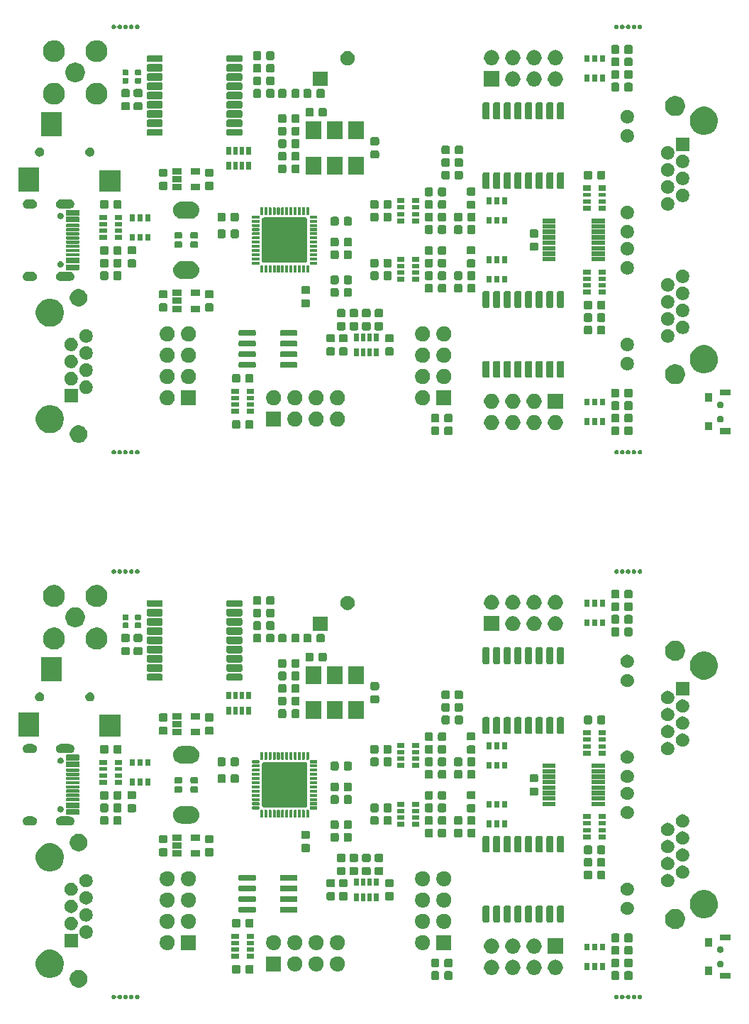
<source format=gbr>
G04 #@! TF.GenerationSoftware,KiCad,Pcbnew,5.1.5*
G04 #@! TF.CreationDate,2020-09-01T20:47:54+02:00*
G04 #@! TF.ProjectId,icE1usb-panel,69634531-7573-4622-9d70-616e656c2e6b,1.0*
G04 #@! TF.SameCoordinates,Original*
G04 #@! TF.FileFunction,Soldermask,Top*
G04 #@! TF.FilePolarity,Negative*
%FSLAX46Y46*%
G04 Gerber Fmt 4.6, Leading zero omitted, Abs format (unit mm)*
G04 Created by KiCad (PCBNEW 5.1.5) date 2020-09-01 20:47:54*
%MOMM*%
%LPD*%
G04 APERTURE LIST*
%ADD10C,0.100000*%
G04 APERTURE END LIST*
D10*
G36*
X-28519785Y-90035568D02*
G01*
X-28469738Y-90056298D01*
X-28424697Y-90086393D01*
X-28386393Y-90124697D01*
X-28356298Y-90169738D01*
X-28335568Y-90219785D01*
X-28325000Y-90272915D01*
X-28325000Y-90327085D01*
X-28335568Y-90380215D01*
X-28356298Y-90430262D01*
X-28386393Y-90475303D01*
X-28424697Y-90513607D01*
X-28469738Y-90543702D01*
X-28519785Y-90564432D01*
X-28572915Y-90575000D01*
X-28627085Y-90575000D01*
X-28680215Y-90564432D01*
X-28730262Y-90543702D01*
X-28775303Y-90513607D01*
X-28813607Y-90475303D01*
X-28843702Y-90430262D01*
X-28864432Y-90380215D01*
X-28875000Y-90327085D01*
X-28875000Y-90272915D01*
X-28864432Y-90219785D01*
X-28843702Y-90169738D01*
X-28813607Y-90124697D01*
X-28775303Y-90086393D01*
X-28730262Y-90056298D01*
X-28680215Y-90035568D01*
X-28627085Y-90025000D01*
X-28572915Y-90025000D01*
X-28519785Y-90035568D01*
G37*
G36*
X30780215Y-90035568D02*
G01*
X30830262Y-90056298D01*
X30875303Y-90086393D01*
X30913607Y-90124697D01*
X30943702Y-90169738D01*
X30964432Y-90219785D01*
X30975000Y-90272915D01*
X30975000Y-90327085D01*
X30964432Y-90380215D01*
X30943702Y-90430262D01*
X30913607Y-90475303D01*
X30875303Y-90513607D01*
X30830262Y-90543702D01*
X30780215Y-90564432D01*
X30727085Y-90575000D01*
X30672915Y-90575000D01*
X30619785Y-90564432D01*
X30569738Y-90543702D01*
X30524697Y-90513607D01*
X30486393Y-90475303D01*
X30456298Y-90430262D01*
X30435568Y-90380215D01*
X30425000Y-90327085D01*
X30425000Y-90272915D01*
X30435568Y-90219785D01*
X30456298Y-90169738D01*
X30486393Y-90124697D01*
X30524697Y-90086393D01*
X30569738Y-90056298D01*
X30619785Y-90035568D01*
X30672915Y-90025000D01*
X30727085Y-90025000D01*
X30780215Y-90035568D01*
G37*
G36*
X30080215Y-90035568D02*
G01*
X30130262Y-90056298D01*
X30175303Y-90086393D01*
X30213607Y-90124697D01*
X30243702Y-90169738D01*
X30264432Y-90219785D01*
X30275000Y-90272915D01*
X30275000Y-90327085D01*
X30264432Y-90380215D01*
X30243702Y-90430262D01*
X30213607Y-90475303D01*
X30175303Y-90513607D01*
X30130262Y-90543702D01*
X30080215Y-90564432D01*
X30027085Y-90575000D01*
X29972915Y-90575000D01*
X29919785Y-90564432D01*
X29869738Y-90543702D01*
X29824697Y-90513607D01*
X29786393Y-90475303D01*
X29756298Y-90430262D01*
X29735568Y-90380215D01*
X29725000Y-90327085D01*
X29725000Y-90272915D01*
X29735568Y-90219785D01*
X29756298Y-90169738D01*
X29786393Y-90124697D01*
X29824697Y-90086393D01*
X29869738Y-90056298D01*
X29919785Y-90035568D01*
X29972915Y-90025000D01*
X30027085Y-90025000D01*
X30080215Y-90035568D01*
G37*
G36*
X29380215Y-90035568D02*
G01*
X29430262Y-90056298D01*
X29475303Y-90086393D01*
X29513607Y-90124697D01*
X29543702Y-90169738D01*
X29564432Y-90219785D01*
X29575000Y-90272915D01*
X29575000Y-90327085D01*
X29564432Y-90380215D01*
X29543702Y-90430262D01*
X29513607Y-90475303D01*
X29475303Y-90513607D01*
X29430262Y-90543702D01*
X29380215Y-90564432D01*
X29327085Y-90575000D01*
X29272915Y-90575000D01*
X29219785Y-90564432D01*
X29169738Y-90543702D01*
X29124697Y-90513607D01*
X29086393Y-90475303D01*
X29056298Y-90430262D01*
X29035568Y-90380215D01*
X29025000Y-90327085D01*
X29025000Y-90272915D01*
X29035568Y-90219785D01*
X29056298Y-90169738D01*
X29086393Y-90124697D01*
X29124697Y-90086393D01*
X29169738Y-90056298D01*
X29219785Y-90035568D01*
X29272915Y-90025000D01*
X29327085Y-90025000D01*
X29380215Y-90035568D01*
G37*
G36*
X28680215Y-90035568D02*
G01*
X28730262Y-90056298D01*
X28775303Y-90086393D01*
X28813607Y-90124697D01*
X28843702Y-90169738D01*
X28864432Y-90219785D01*
X28875000Y-90272915D01*
X28875000Y-90327085D01*
X28864432Y-90380215D01*
X28843702Y-90430262D01*
X28813607Y-90475303D01*
X28775303Y-90513607D01*
X28730262Y-90543702D01*
X28680215Y-90564432D01*
X28627085Y-90575000D01*
X28572915Y-90575000D01*
X28519785Y-90564432D01*
X28469738Y-90543702D01*
X28424697Y-90513607D01*
X28386393Y-90475303D01*
X28356298Y-90430262D01*
X28335568Y-90380215D01*
X28325000Y-90327085D01*
X28325000Y-90272915D01*
X28335568Y-90219785D01*
X28356298Y-90169738D01*
X28386393Y-90124697D01*
X28424697Y-90086393D01*
X28469738Y-90056298D01*
X28519785Y-90035568D01*
X28572915Y-90025000D01*
X28627085Y-90025000D01*
X28680215Y-90035568D01*
G37*
G36*
X31480215Y-90035568D02*
G01*
X31530262Y-90056298D01*
X31575303Y-90086393D01*
X31613607Y-90124697D01*
X31643702Y-90169738D01*
X31664432Y-90219785D01*
X31675000Y-90272915D01*
X31675000Y-90327085D01*
X31664432Y-90380215D01*
X31643702Y-90430262D01*
X31613607Y-90475303D01*
X31575303Y-90513607D01*
X31530262Y-90543702D01*
X31480215Y-90564432D01*
X31427085Y-90575000D01*
X31372915Y-90575000D01*
X31319785Y-90564432D01*
X31269738Y-90543702D01*
X31224697Y-90513607D01*
X31186393Y-90475303D01*
X31156298Y-90430262D01*
X31135568Y-90380215D01*
X31125000Y-90327085D01*
X31125000Y-90272915D01*
X31135568Y-90219785D01*
X31156298Y-90169738D01*
X31186393Y-90124697D01*
X31224697Y-90086393D01*
X31269738Y-90056298D01*
X31319785Y-90035568D01*
X31372915Y-90025000D01*
X31427085Y-90025000D01*
X31480215Y-90035568D01*
G37*
G36*
X-30619785Y-90035568D02*
G01*
X-30569738Y-90056298D01*
X-30524697Y-90086393D01*
X-30486393Y-90124697D01*
X-30456298Y-90169738D01*
X-30435568Y-90219785D01*
X-30425000Y-90272915D01*
X-30425000Y-90327085D01*
X-30435568Y-90380215D01*
X-30456298Y-90430262D01*
X-30486393Y-90475303D01*
X-30524697Y-90513607D01*
X-30569738Y-90543702D01*
X-30619785Y-90564432D01*
X-30672915Y-90575000D01*
X-30727085Y-90575000D01*
X-30780215Y-90564432D01*
X-30830262Y-90543702D01*
X-30875303Y-90513607D01*
X-30913607Y-90475303D01*
X-30943702Y-90430262D01*
X-30964432Y-90380215D01*
X-30975000Y-90327085D01*
X-30975000Y-90272915D01*
X-30964432Y-90219785D01*
X-30943702Y-90169738D01*
X-30913607Y-90124697D01*
X-30875303Y-90086393D01*
X-30830262Y-90056298D01*
X-30780215Y-90035568D01*
X-30727085Y-90025000D01*
X-30672915Y-90025000D01*
X-30619785Y-90035568D01*
G37*
G36*
X-29919785Y-90035568D02*
G01*
X-29869738Y-90056298D01*
X-29824697Y-90086393D01*
X-29786393Y-90124697D01*
X-29756298Y-90169738D01*
X-29735568Y-90219785D01*
X-29725000Y-90272915D01*
X-29725000Y-90327085D01*
X-29735568Y-90380215D01*
X-29756298Y-90430262D01*
X-29786393Y-90475303D01*
X-29824697Y-90513607D01*
X-29869738Y-90543702D01*
X-29919785Y-90564432D01*
X-29972915Y-90575000D01*
X-30027085Y-90575000D01*
X-30080215Y-90564432D01*
X-30130262Y-90543702D01*
X-30175303Y-90513607D01*
X-30213607Y-90475303D01*
X-30243702Y-90430262D01*
X-30264432Y-90380215D01*
X-30275000Y-90327085D01*
X-30275000Y-90272915D01*
X-30264432Y-90219785D01*
X-30243702Y-90169738D01*
X-30213607Y-90124697D01*
X-30175303Y-90086393D01*
X-30130262Y-90056298D01*
X-30080215Y-90035568D01*
X-30027085Y-90025000D01*
X-29972915Y-90025000D01*
X-29919785Y-90035568D01*
G37*
G36*
X-29219785Y-90035568D02*
G01*
X-29169738Y-90056298D01*
X-29124697Y-90086393D01*
X-29086393Y-90124697D01*
X-29056298Y-90169738D01*
X-29035568Y-90219785D01*
X-29025000Y-90272915D01*
X-29025000Y-90327085D01*
X-29035568Y-90380215D01*
X-29056298Y-90430262D01*
X-29086393Y-90475303D01*
X-29124697Y-90513607D01*
X-29169738Y-90543702D01*
X-29219785Y-90564432D01*
X-29272915Y-90575000D01*
X-29327085Y-90575000D01*
X-29380215Y-90564432D01*
X-29430262Y-90543702D01*
X-29475303Y-90513607D01*
X-29513607Y-90475303D01*
X-29543702Y-90430262D01*
X-29564432Y-90380215D01*
X-29575000Y-90327085D01*
X-29575000Y-90272915D01*
X-29564432Y-90219785D01*
X-29543702Y-90169738D01*
X-29513607Y-90124697D01*
X-29475303Y-90086393D01*
X-29430262Y-90056298D01*
X-29380215Y-90035568D01*
X-29327085Y-90025000D01*
X-29272915Y-90025000D01*
X-29219785Y-90035568D01*
G37*
G36*
X-31319785Y-90035568D02*
G01*
X-31269738Y-90056298D01*
X-31224697Y-90086393D01*
X-31186393Y-90124697D01*
X-31156298Y-90169738D01*
X-31135568Y-90219785D01*
X-31125000Y-90272915D01*
X-31125000Y-90327085D01*
X-31135568Y-90380215D01*
X-31156298Y-90430262D01*
X-31186393Y-90475303D01*
X-31224697Y-90513607D01*
X-31269738Y-90543702D01*
X-31319785Y-90564432D01*
X-31372915Y-90575000D01*
X-31427085Y-90575000D01*
X-31480215Y-90564432D01*
X-31530262Y-90543702D01*
X-31575303Y-90513607D01*
X-31613607Y-90475303D01*
X-31643702Y-90430262D01*
X-31664432Y-90380215D01*
X-31675000Y-90327085D01*
X-31675000Y-90272915D01*
X-31664432Y-90219785D01*
X-31643702Y-90169738D01*
X-31613607Y-90124697D01*
X-31575303Y-90086393D01*
X-31530262Y-90056298D01*
X-31480215Y-90035568D01*
X-31427085Y-90025000D01*
X-31372915Y-90025000D01*
X-31319785Y-90035568D01*
G37*
G36*
X-35438965Y-87103450D02*
G01*
X-35303726Y-87130350D01*
X-35112638Y-87209502D01*
X-34940664Y-87324411D01*
X-34794411Y-87470664D01*
X-34679502Y-87642638D01*
X-34600350Y-87833726D01*
X-34598234Y-87844366D01*
X-34560000Y-88036582D01*
X-34560000Y-88243418D01*
X-34565387Y-88270499D01*
X-34600350Y-88446274D01*
X-34679502Y-88637362D01*
X-34794411Y-88809336D01*
X-34940664Y-88955589D01*
X-35112638Y-89070498D01*
X-35303726Y-89149650D01*
X-35438965Y-89176550D01*
X-35506582Y-89190000D01*
X-35713418Y-89190000D01*
X-35781035Y-89176550D01*
X-35916274Y-89149650D01*
X-36107362Y-89070498D01*
X-36279336Y-88955589D01*
X-36425589Y-88809336D01*
X-36540498Y-88637362D01*
X-36619650Y-88446274D01*
X-36654613Y-88270499D01*
X-36660000Y-88243418D01*
X-36660000Y-88036582D01*
X-36621766Y-87844366D01*
X-36619650Y-87833726D01*
X-36540498Y-87642638D01*
X-36425589Y-87470664D01*
X-36279336Y-87324411D01*
X-36107362Y-87209502D01*
X-35916274Y-87130350D01*
X-35781035Y-87103450D01*
X-35713418Y-87090000D01*
X-35506582Y-87090000D01*
X-35438965Y-87103450D01*
G37*
G36*
X30343858Y-87229501D02*
G01*
X30386037Y-87242296D01*
X30424902Y-87263069D01*
X30458971Y-87291029D01*
X30486931Y-87325098D01*
X30507704Y-87363963D01*
X30520499Y-87406142D01*
X30525000Y-87451838D01*
X30525000Y-88048162D01*
X30520499Y-88093858D01*
X30507704Y-88136037D01*
X30486931Y-88174902D01*
X30458971Y-88208971D01*
X30424902Y-88236931D01*
X30386037Y-88257704D01*
X30343858Y-88270499D01*
X30298162Y-88275000D01*
X29776838Y-88275000D01*
X29731142Y-88270499D01*
X29688963Y-88257704D01*
X29650098Y-88236931D01*
X29616029Y-88208971D01*
X29588069Y-88174902D01*
X29567296Y-88136037D01*
X29554501Y-88093858D01*
X29550000Y-88048162D01*
X29550000Y-87451838D01*
X29554501Y-87406142D01*
X29567296Y-87363963D01*
X29588069Y-87325098D01*
X29616029Y-87291029D01*
X29650098Y-87263069D01*
X29688963Y-87242296D01*
X29731142Y-87229501D01*
X29776838Y-87225000D01*
X30298162Y-87225000D01*
X30343858Y-87229501D01*
G37*
G36*
X28768858Y-87229501D02*
G01*
X28811037Y-87242296D01*
X28849902Y-87263069D01*
X28883971Y-87291029D01*
X28911931Y-87325098D01*
X28932704Y-87363963D01*
X28945499Y-87406142D01*
X28950000Y-87451838D01*
X28950000Y-88048162D01*
X28945499Y-88093858D01*
X28932704Y-88136037D01*
X28911931Y-88174902D01*
X28883971Y-88208971D01*
X28849902Y-88236931D01*
X28811037Y-88257704D01*
X28768858Y-88270499D01*
X28723162Y-88275000D01*
X28201838Y-88275000D01*
X28156142Y-88270499D01*
X28113963Y-88257704D01*
X28075098Y-88236931D01*
X28041029Y-88208971D01*
X28013069Y-88174902D01*
X27992296Y-88136037D01*
X27979501Y-88093858D01*
X27975000Y-88048162D01*
X27975000Y-87451838D01*
X27979501Y-87406142D01*
X27992296Y-87363963D01*
X28013069Y-87325098D01*
X28041029Y-87291029D01*
X28075098Y-87263069D01*
X28113963Y-87242296D01*
X28156142Y-87229501D01*
X28201838Y-87225000D01*
X28723162Y-87225000D01*
X28768858Y-87229501D01*
G37*
G36*
X8843858Y-87229501D02*
G01*
X8886037Y-87242296D01*
X8924902Y-87263069D01*
X8958971Y-87291029D01*
X8986931Y-87325098D01*
X9007704Y-87363963D01*
X9020499Y-87406142D01*
X9025000Y-87451838D01*
X9025000Y-88048162D01*
X9020499Y-88093858D01*
X9007704Y-88136037D01*
X8986931Y-88174902D01*
X8958971Y-88208971D01*
X8924902Y-88236931D01*
X8886037Y-88257704D01*
X8843858Y-88270499D01*
X8798162Y-88275000D01*
X8276838Y-88275000D01*
X8231142Y-88270499D01*
X8188963Y-88257704D01*
X8150098Y-88236931D01*
X8116029Y-88208971D01*
X8088069Y-88174902D01*
X8067296Y-88136037D01*
X8054501Y-88093858D01*
X8050000Y-88048162D01*
X8050000Y-87451838D01*
X8054501Y-87406142D01*
X8067296Y-87363963D01*
X8088069Y-87325098D01*
X8116029Y-87291029D01*
X8150098Y-87263069D01*
X8188963Y-87242296D01*
X8231142Y-87229501D01*
X8276838Y-87225000D01*
X8798162Y-87225000D01*
X8843858Y-87229501D01*
G37*
G36*
X7268858Y-87229501D02*
G01*
X7311037Y-87242296D01*
X7349902Y-87263069D01*
X7383971Y-87291029D01*
X7411931Y-87325098D01*
X7432704Y-87363963D01*
X7445499Y-87406142D01*
X7450000Y-87451838D01*
X7450000Y-88048162D01*
X7445499Y-88093858D01*
X7432704Y-88136037D01*
X7411931Y-88174902D01*
X7383971Y-88208971D01*
X7349902Y-88236931D01*
X7311037Y-88257704D01*
X7268858Y-88270499D01*
X7223162Y-88275000D01*
X6701838Y-88275000D01*
X6656142Y-88270499D01*
X6613963Y-88257704D01*
X6575098Y-88236931D01*
X6541029Y-88208971D01*
X6513069Y-88174902D01*
X6492296Y-88136037D01*
X6479501Y-88093858D01*
X6475000Y-88048162D01*
X6475000Y-87451838D01*
X6479501Y-87406142D01*
X6492296Y-87363963D01*
X6513069Y-87325098D01*
X6541029Y-87291029D01*
X6575098Y-87263069D01*
X6613963Y-87242296D01*
X6656142Y-87229501D01*
X6701838Y-87225000D01*
X7223162Y-87225000D01*
X7268858Y-87229501D01*
G37*
G36*
X42250000Y-88150000D02*
G01*
X40950000Y-88150000D01*
X40950000Y-87450000D01*
X42250000Y-87450000D01*
X42250000Y-88150000D01*
G37*
G36*
X-38551424Y-84749368D02*
G01*
X-38551423Y-84749368D01*
X-38551420Y-84749369D01*
X-38246590Y-84875634D01*
X-37972249Y-85058942D01*
X-37738942Y-85292249D01*
X-37555634Y-85566590D01*
X-37429369Y-85871420D01*
X-37429368Y-85871423D01*
X-37429368Y-85871424D01*
X-37365000Y-86195025D01*
X-37365000Y-86524975D01*
X-37414994Y-86776313D01*
X-37429369Y-86848580D01*
X-37555634Y-87153410D01*
X-37738942Y-87427751D01*
X-37972249Y-87661058D01*
X-38246590Y-87844366D01*
X-38551420Y-87970631D01*
X-38551423Y-87970632D01*
X-38551424Y-87970632D01*
X-38875025Y-88035000D01*
X-39204975Y-88035000D01*
X-39528576Y-87970632D01*
X-39528577Y-87970632D01*
X-39528580Y-87970631D01*
X-39833410Y-87844366D01*
X-40107751Y-87661058D01*
X-40341058Y-87427751D01*
X-40524366Y-87153410D01*
X-40650631Y-86848580D01*
X-40665006Y-86776313D01*
X-40715000Y-86524975D01*
X-40715000Y-86195025D01*
X-40650632Y-85871424D01*
X-40650632Y-85871423D01*
X-40650631Y-85871420D01*
X-40524366Y-85566590D01*
X-40341058Y-85292249D01*
X-40107751Y-85058942D01*
X-39833410Y-84875634D01*
X-39528580Y-84749369D01*
X-39528577Y-84749368D01*
X-39528576Y-84749368D01*
X-39204975Y-84685000D01*
X-38875025Y-84685000D01*
X-38551424Y-84749368D01*
G37*
G36*
X40050000Y-87700000D02*
G01*
X39150000Y-87700000D01*
X39150000Y-86700000D01*
X40050000Y-86700000D01*
X40050000Y-87700000D01*
G37*
G36*
X21473161Y-85884823D02*
G01*
X21572520Y-85904586D01*
X21736310Y-85972430D01*
X21883717Y-86070924D01*
X22009076Y-86196283D01*
X22107570Y-86343690D01*
X22175414Y-86507480D01*
X22188864Y-86575098D01*
X22210000Y-86681355D01*
X22210000Y-86858645D01*
X22197057Y-86923714D01*
X22175414Y-87032520D01*
X22107570Y-87196310D01*
X22009076Y-87343717D01*
X21883717Y-87469076D01*
X21736310Y-87567570D01*
X21572520Y-87635414D01*
X21473161Y-87655177D01*
X21398645Y-87670000D01*
X21221355Y-87670000D01*
X21146839Y-87655177D01*
X21047480Y-87635414D01*
X20883690Y-87567570D01*
X20736283Y-87469076D01*
X20610924Y-87343717D01*
X20512430Y-87196310D01*
X20444586Y-87032520D01*
X20422943Y-86923714D01*
X20410000Y-86858645D01*
X20410000Y-86681355D01*
X20431136Y-86575098D01*
X20444586Y-86507480D01*
X20512430Y-86343690D01*
X20610924Y-86196283D01*
X20736283Y-86070924D01*
X20883690Y-85972430D01*
X21047480Y-85904586D01*
X21146839Y-85884823D01*
X21221355Y-85870000D01*
X21398645Y-85870000D01*
X21473161Y-85884823D01*
G37*
G36*
X18933161Y-85884823D02*
G01*
X19032520Y-85904586D01*
X19196310Y-85972430D01*
X19343717Y-86070924D01*
X19469076Y-86196283D01*
X19567570Y-86343690D01*
X19635414Y-86507480D01*
X19648864Y-86575098D01*
X19670000Y-86681355D01*
X19670000Y-86858645D01*
X19657057Y-86923714D01*
X19635414Y-87032520D01*
X19567570Y-87196310D01*
X19469076Y-87343717D01*
X19343717Y-87469076D01*
X19196310Y-87567570D01*
X19032520Y-87635414D01*
X18933161Y-87655177D01*
X18858645Y-87670000D01*
X18681355Y-87670000D01*
X18606839Y-87655177D01*
X18507480Y-87635414D01*
X18343690Y-87567570D01*
X18196283Y-87469076D01*
X18070924Y-87343717D01*
X17972430Y-87196310D01*
X17904586Y-87032520D01*
X17882943Y-86923714D01*
X17870000Y-86858645D01*
X17870000Y-86681355D01*
X17891136Y-86575098D01*
X17904586Y-86507480D01*
X17972430Y-86343690D01*
X18070924Y-86196283D01*
X18196283Y-86070924D01*
X18343690Y-85972430D01*
X18507480Y-85904586D01*
X18606839Y-85884823D01*
X18681355Y-85870000D01*
X18858645Y-85870000D01*
X18933161Y-85884823D01*
G37*
G36*
X13853161Y-85884823D02*
G01*
X13952520Y-85904586D01*
X14116310Y-85972430D01*
X14263717Y-86070924D01*
X14389076Y-86196283D01*
X14487570Y-86343690D01*
X14555414Y-86507480D01*
X14568864Y-86575098D01*
X14590000Y-86681355D01*
X14590000Y-86858645D01*
X14577057Y-86923714D01*
X14555414Y-87032520D01*
X14487570Y-87196310D01*
X14389076Y-87343717D01*
X14263717Y-87469076D01*
X14116310Y-87567570D01*
X13952520Y-87635414D01*
X13853161Y-87655177D01*
X13778645Y-87670000D01*
X13601355Y-87670000D01*
X13526839Y-87655177D01*
X13427480Y-87635414D01*
X13263690Y-87567570D01*
X13116283Y-87469076D01*
X12990924Y-87343717D01*
X12892430Y-87196310D01*
X12824586Y-87032520D01*
X12802943Y-86923714D01*
X12790000Y-86858645D01*
X12790000Y-86681355D01*
X12811136Y-86575098D01*
X12824586Y-86507480D01*
X12892430Y-86343690D01*
X12990924Y-86196283D01*
X13116283Y-86070924D01*
X13263690Y-85972430D01*
X13427480Y-85904586D01*
X13526839Y-85884823D01*
X13601355Y-85870000D01*
X13778645Y-85870000D01*
X13853161Y-85884823D01*
G37*
G36*
X16393161Y-85884823D02*
G01*
X16492520Y-85904586D01*
X16656310Y-85972430D01*
X16803717Y-86070924D01*
X16929076Y-86196283D01*
X17027570Y-86343690D01*
X17095414Y-86507480D01*
X17108864Y-86575098D01*
X17130000Y-86681355D01*
X17130000Y-86858645D01*
X17117057Y-86923714D01*
X17095414Y-87032520D01*
X17027570Y-87196310D01*
X16929076Y-87343717D01*
X16803717Y-87469076D01*
X16656310Y-87567570D01*
X16492520Y-87635414D01*
X16393161Y-87655177D01*
X16318645Y-87670000D01*
X16141355Y-87670000D01*
X16066839Y-87655177D01*
X15967480Y-87635414D01*
X15803690Y-87567570D01*
X15656283Y-87469076D01*
X15530924Y-87343717D01*
X15432430Y-87196310D01*
X15364586Y-87032520D01*
X15342943Y-86923714D01*
X15330000Y-86858645D01*
X15330000Y-86681355D01*
X15351136Y-86575098D01*
X15364586Y-86507480D01*
X15432430Y-86343690D01*
X15530924Y-86196283D01*
X15656283Y-86070924D01*
X15803690Y-85972430D01*
X15967480Y-85904586D01*
X16066839Y-85884823D01*
X16141355Y-85870000D01*
X16318645Y-85870000D01*
X16393161Y-85884823D01*
G37*
G36*
X-16481142Y-86479501D02*
G01*
X-16438963Y-86492296D01*
X-16400098Y-86513069D01*
X-16366029Y-86541029D01*
X-16338069Y-86575098D01*
X-16317296Y-86613963D01*
X-16304501Y-86656142D01*
X-16300000Y-86701838D01*
X-16300000Y-87298162D01*
X-16304501Y-87343858D01*
X-16317296Y-87386037D01*
X-16338069Y-87424902D01*
X-16366029Y-87458971D01*
X-16400098Y-87486931D01*
X-16438963Y-87507704D01*
X-16481142Y-87520499D01*
X-16526838Y-87525000D01*
X-17048162Y-87525000D01*
X-17093858Y-87520499D01*
X-17136037Y-87507704D01*
X-17174902Y-87486931D01*
X-17208971Y-87458971D01*
X-17236931Y-87424902D01*
X-17257704Y-87386037D01*
X-17270499Y-87343858D01*
X-17275000Y-87298162D01*
X-17275000Y-86701838D01*
X-17270499Y-86656142D01*
X-17257704Y-86613963D01*
X-17236931Y-86575098D01*
X-17208971Y-86541029D01*
X-17174902Y-86513069D01*
X-17136037Y-86492296D01*
X-17093858Y-86479501D01*
X-17048162Y-86475000D01*
X-16526838Y-86475000D01*
X-16481142Y-86479501D01*
G37*
G36*
X-14906142Y-86479501D02*
G01*
X-14863963Y-86492296D01*
X-14825098Y-86513069D01*
X-14791029Y-86541029D01*
X-14763069Y-86575098D01*
X-14742296Y-86613963D01*
X-14729501Y-86656142D01*
X-14725000Y-86701838D01*
X-14725000Y-87298162D01*
X-14729501Y-87343858D01*
X-14742296Y-87386037D01*
X-14763069Y-87424902D01*
X-14791029Y-87458971D01*
X-14825098Y-87486931D01*
X-14863963Y-87507704D01*
X-14906142Y-87520499D01*
X-14951838Y-87525000D01*
X-15473162Y-87525000D01*
X-15518858Y-87520499D01*
X-15561037Y-87507704D01*
X-15599902Y-87486931D01*
X-15633971Y-87458971D01*
X-15661931Y-87424902D01*
X-15682704Y-87386037D01*
X-15695499Y-87343858D01*
X-15700000Y-87298162D01*
X-15700000Y-86701838D01*
X-15695499Y-86656142D01*
X-15682704Y-86613963D01*
X-15661931Y-86575098D01*
X-15633971Y-86541029D01*
X-15599902Y-86513069D01*
X-15561037Y-86492296D01*
X-15518858Y-86479501D01*
X-15473162Y-86475000D01*
X-14951838Y-86475000D01*
X-14906142Y-86479501D01*
G37*
G36*
X-7076839Y-85464823D02*
G01*
X-6977480Y-85484586D01*
X-6813690Y-85552430D01*
X-6666283Y-85650924D01*
X-6540924Y-85776283D01*
X-6442430Y-85923690D01*
X-6374586Y-86087480D01*
X-6369109Y-86115016D01*
X-6340000Y-86261355D01*
X-6340000Y-86438645D01*
X-6353693Y-86507484D01*
X-6374586Y-86612520D01*
X-6442430Y-86776310D01*
X-6540924Y-86923717D01*
X-6666283Y-87049076D01*
X-6813690Y-87147570D01*
X-6977480Y-87215414D01*
X-7076839Y-87235177D01*
X-7151355Y-87250000D01*
X-7328645Y-87250000D01*
X-7403161Y-87235177D01*
X-7502520Y-87215414D01*
X-7666310Y-87147570D01*
X-7813717Y-87049076D01*
X-7939076Y-86923717D01*
X-8037570Y-86776310D01*
X-8105414Y-86612520D01*
X-8126307Y-86507484D01*
X-8140000Y-86438645D01*
X-8140000Y-86261355D01*
X-8110891Y-86115016D01*
X-8105414Y-86087480D01*
X-8037570Y-85923690D01*
X-7939076Y-85776283D01*
X-7813717Y-85650924D01*
X-7666310Y-85552430D01*
X-7502520Y-85484586D01*
X-7403161Y-85464823D01*
X-7328645Y-85450000D01*
X-7151355Y-85450000D01*
X-7076839Y-85464823D01*
G37*
G36*
X-4536839Y-85464823D02*
G01*
X-4437480Y-85484586D01*
X-4273690Y-85552430D01*
X-4126283Y-85650924D01*
X-4000924Y-85776283D01*
X-3902430Y-85923690D01*
X-3834586Y-86087480D01*
X-3829109Y-86115016D01*
X-3800000Y-86261355D01*
X-3800000Y-86438645D01*
X-3813693Y-86507484D01*
X-3834586Y-86612520D01*
X-3902430Y-86776310D01*
X-4000924Y-86923717D01*
X-4126283Y-87049076D01*
X-4273690Y-87147570D01*
X-4437480Y-87215414D01*
X-4536839Y-87235177D01*
X-4611355Y-87250000D01*
X-4788645Y-87250000D01*
X-4863161Y-87235177D01*
X-4962520Y-87215414D01*
X-5126310Y-87147570D01*
X-5273717Y-87049076D01*
X-5399076Y-86923717D01*
X-5497570Y-86776310D01*
X-5565414Y-86612520D01*
X-5586307Y-86507484D01*
X-5600000Y-86438645D01*
X-5600000Y-86261355D01*
X-5570891Y-86115016D01*
X-5565414Y-86087480D01*
X-5497570Y-85923690D01*
X-5399076Y-85776283D01*
X-5273717Y-85650924D01*
X-5126310Y-85552430D01*
X-4962520Y-85484586D01*
X-4863161Y-85464823D01*
X-4788645Y-85450000D01*
X-4611355Y-85450000D01*
X-4536839Y-85464823D01*
G37*
G36*
X-11420000Y-87250000D02*
G01*
X-13220000Y-87250000D01*
X-13220000Y-85450000D01*
X-11420000Y-85450000D01*
X-11420000Y-87250000D01*
G37*
G36*
X-9616839Y-85464823D02*
G01*
X-9517480Y-85484586D01*
X-9353690Y-85552430D01*
X-9206283Y-85650924D01*
X-9080924Y-85776283D01*
X-8982430Y-85923690D01*
X-8914586Y-86087480D01*
X-8909109Y-86115016D01*
X-8880000Y-86261355D01*
X-8880000Y-86438645D01*
X-8893693Y-86507484D01*
X-8914586Y-86612520D01*
X-8982430Y-86776310D01*
X-9080924Y-86923717D01*
X-9206283Y-87049076D01*
X-9353690Y-87147570D01*
X-9517480Y-87215414D01*
X-9616839Y-87235177D01*
X-9691355Y-87250000D01*
X-9868645Y-87250000D01*
X-9943161Y-87235177D01*
X-10042520Y-87215414D01*
X-10206310Y-87147570D01*
X-10353717Y-87049076D01*
X-10479076Y-86923717D01*
X-10577570Y-86776310D01*
X-10645414Y-86612520D01*
X-10666307Y-86507484D01*
X-10680000Y-86438645D01*
X-10680000Y-86261355D01*
X-10650891Y-86115016D01*
X-10645414Y-86087480D01*
X-10577570Y-85923690D01*
X-10479076Y-85776283D01*
X-10353717Y-85650924D01*
X-10206310Y-85552430D01*
X-10042520Y-85484586D01*
X-9943161Y-85464823D01*
X-9868645Y-85450000D01*
X-9691355Y-85450000D01*
X-9616839Y-85464823D01*
G37*
G36*
X27255000Y-87060000D02*
G01*
X26645000Y-87060000D01*
X26645000Y-86260000D01*
X27255000Y-86260000D01*
X27255000Y-87060000D01*
G37*
G36*
X25355000Y-87060000D02*
G01*
X24745000Y-87060000D01*
X24745000Y-86260000D01*
X25355000Y-86260000D01*
X25355000Y-87060000D01*
G37*
G36*
X26305000Y-87060000D02*
G01*
X25695000Y-87060000D01*
X25695000Y-86260000D01*
X26305000Y-86260000D01*
X26305000Y-87060000D01*
G37*
G36*
X8843858Y-85729501D02*
G01*
X8886037Y-85742296D01*
X8924902Y-85763069D01*
X8958971Y-85791029D01*
X8986931Y-85825098D01*
X9007704Y-85863963D01*
X9020499Y-85906142D01*
X9025000Y-85951838D01*
X9025000Y-86548162D01*
X9020499Y-86593858D01*
X9007704Y-86636037D01*
X8986931Y-86674902D01*
X8958971Y-86708971D01*
X8924902Y-86736931D01*
X8886037Y-86757704D01*
X8843858Y-86770499D01*
X8798162Y-86775000D01*
X8276838Y-86775000D01*
X8231142Y-86770499D01*
X8188963Y-86757704D01*
X8150098Y-86736931D01*
X8116029Y-86708971D01*
X8088069Y-86674902D01*
X8067296Y-86636037D01*
X8054501Y-86593858D01*
X8050000Y-86548162D01*
X8050000Y-85951838D01*
X8054501Y-85906142D01*
X8067296Y-85863963D01*
X8088069Y-85825098D01*
X8116029Y-85791029D01*
X8150098Y-85763069D01*
X8188963Y-85742296D01*
X8231142Y-85729501D01*
X8276838Y-85725000D01*
X8798162Y-85725000D01*
X8843858Y-85729501D01*
G37*
G36*
X28768858Y-85729501D02*
G01*
X28811037Y-85742296D01*
X28849902Y-85763069D01*
X28883971Y-85791029D01*
X28911931Y-85825098D01*
X28932704Y-85863963D01*
X28945499Y-85906142D01*
X28950000Y-85951838D01*
X28950000Y-86548162D01*
X28945499Y-86593858D01*
X28932704Y-86636037D01*
X28911931Y-86674902D01*
X28883971Y-86708971D01*
X28849902Y-86736931D01*
X28811037Y-86757704D01*
X28768858Y-86770499D01*
X28723162Y-86775000D01*
X28201838Y-86775000D01*
X28156142Y-86770499D01*
X28113963Y-86757704D01*
X28075098Y-86736931D01*
X28041029Y-86708971D01*
X28013069Y-86674902D01*
X27992296Y-86636037D01*
X27979501Y-86593858D01*
X27975000Y-86548162D01*
X27975000Y-85951838D01*
X27979501Y-85906142D01*
X27992296Y-85863963D01*
X28013069Y-85825098D01*
X28041029Y-85791029D01*
X28075098Y-85763069D01*
X28113963Y-85742296D01*
X28156142Y-85729501D01*
X28201838Y-85725000D01*
X28723162Y-85725000D01*
X28768858Y-85729501D01*
G37*
G36*
X30343858Y-85729501D02*
G01*
X30386037Y-85742296D01*
X30424902Y-85763069D01*
X30458971Y-85791029D01*
X30486931Y-85825098D01*
X30507704Y-85863963D01*
X30520499Y-85906142D01*
X30525000Y-85951838D01*
X30525000Y-86548162D01*
X30520499Y-86593858D01*
X30507704Y-86636037D01*
X30486931Y-86674902D01*
X30458971Y-86708971D01*
X30424902Y-86736931D01*
X30386037Y-86757704D01*
X30343858Y-86770499D01*
X30298162Y-86775000D01*
X29776838Y-86775000D01*
X29731142Y-86770499D01*
X29688963Y-86757704D01*
X29650098Y-86736931D01*
X29616029Y-86708971D01*
X29588069Y-86674902D01*
X29567296Y-86636037D01*
X29554501Y-86593858D01*
X29550000Y-86548162D01*
X29550000Y-85951838D01*
X29554501Y-85906142D01*
X29567296Y-85863963D01*
X29588069Y-85825098D01*
X29616029Y-85791029D01*
X29650098Y-85763069D01*
X29688963Y-85742296D01*
X29731142Y-85729501D01*
X29776838Y-85725000D01*
X30298162Y-85725000D01*
X30343858Y-85729501D01*
G37*
G36*
X7268858Y-85729501D02*
G01*
X7311037Y-85742296D01*
X7349902Y-85763069D01*
X7383971Y-85791029D01*
X7411931Y-85825098D01*
X7432704Y-85863963D01*
X7445499Y-85906142D01*
X7450000Y-85951838D01*
X7450000Y-86548162D01*
X7445499Y-86593858D01*
X7432704Y-86636037D01*
X7411931Y-86674902D01*
X7383971Y-86708971D01*
X7349902Y-86736931D01*
X7311037Y-86757704D01*
X7268858Y-86770499D01*
X7223162Y-86775000D01*
X6701838Y-86775000D01*
X6656142Y-86770499D01*
X6613963Y-86757704D01*
X6575098Y-86736931D01*
X6541029Y-86708971D01*
X6513069Y-86674902D01*
X6492296Y-86636037D01*
X6479501Y-86593858D01*
X6475000Y-86548162D01*
X6475000Y-85951838D01*
X6479501Y-85906142D01*
X6492296Y-85863963D01*
X6513069Y-85825098D01*
X6541029Y-85791029D01*
X6575098Y-85763069D01*
X6613963Y-85742296D01*
X6656142Y-85729501D01*
X6701838Y-85725000D01*
X7223162Y-85725000D01*
X7268858Y-85729501D01*
G37*
G36*
X41116673Y-85985371D02*
G01*
X41116675Y-85985372D01*
X41116676Y-85985372D01*
X41143566Y-85996510D01*
X41189472Y-86015525D01*
X41254984Y-86059299D01*
X41310701Y-86115016D01*
X41354475Y-86180528D01*
X41384629Y-86253327D01*
X41400000Y-86330601D01*
X41400000Y-86409399D01*
X41384629Y-86486673D01*
X41354475Y-86559472D01*
X41310701Y-86624984D01*
X41254984Y-86680701D01*
X41189472Y-86724475D01*
X41166667Y-86733921D01*
X41116676Y-86754628D01*
X41116675Y-86754628D01*
X41116673Y-86754629D01*
X41039399Y-86770000D01*
X40960601Y-86770000D01*
X40883327Y-86754629D01*
X40883325Y-86754628D01*
X40883324Y-86754628D01*
X40833333Y-86733921D01*
X40810528Y-86724475D01*
X40745016Y-86680701D01*
X40689299Y-86624984D01*
X40645525Y-86559472D01*
X40615371Y-86486673D01*
X40600000Y-86409399D01*
X40600000Y-86330601D01*
X40615371Y-86253327D01*
X40645525Y-86180528D01*
X40689299Y-86115016D01*
X40745016Y-86059299D01*
X40810528Y-86015525D01*
X40856434Y-85996510D01*
X40883324Y-85985372D01*
X40883325Y-85985372D01*
X40883327Y-85985371D01*
X40960601Y-85970000D01*
X41039399Y-85970000D01*
X41116673Y-85985371D01*
G37*
G36*
X-16450000Y-85750000D02*
G01*
X-17350000Y-85750000D01*
X-17350000Y-85150000D01*
X-16450000Y-85150000D01*
X-16450000Y-85750000D01*
G37*
G36*
X-14650000Y-85750000D02*
G01*
X-15550000Y-85750000D01*
X-15550000Y-85150000D01*
X-14650000Y-85150000D01*
X-14650000Y-85750000D01*
G37*
G36*
X28768858Y-84229501D02*
G01*
X28811037Y-84242296D01*
X28849902Y-84263069D01*
X28883971Y-84291029D01*
X28911931Y-84325098D01*
X28932704Y-84363963D01*
X28945499Y-84406142D01*
X28950000Y-84451838D01*
X28950000Y-85048162D01*
X28945499Y-85093858D01*
X28932704Y-85136037D01*
X28911931Y-85174902D01*
X28883971Y-85208971D01*
X28849902Y-85236931D01*
X28811037Y-85257704D01*
X28768858Y-85270499D01*
X28723162Y-85275000D01*
X28201838Y-85275000D01*
X28156142Y-85270499D01*
X28113963Y-85257704D01*
X28075098Y-85236931D01*
X28041029Y-85208971D01*
X28013069Y-85174902D01*
X27992296Y-85136037D01*
X27979501Y-85093858D01*
X27975000Y-85048162D01*
X27975000Y-84451838D01*
X27979501Y-84406142D01*
X27992296Y-84363963D01*
X28013069Y-84325098D01*
X28041029Y-84291029D01*
X28075098Y-84263069D01*
X28113963Y-84242296D01*
X28156142Y-84229501D01*
X28201838Y-84225000D01*
X28723162Y-84225000D01*
X28768858Y-84229501D01*
G37*
G36*
X30343858Y-84229501D02*
G01*
X30386037Y-84242296D01*
X30424902Y-84263069D01*
X30458971Y-84291029D01*
X30486931Y-84325098D01*
X30507704Y-84363963D01*
X30520499Y-84406142D01*
X30525000Y-84451838D01*
X30525000Y-85048162D01*
X30520499Y-85093858D01*
X30507704Y-85136037D01*
X30486931Y-85174902D01*
X30458971Y-85208971D01*
X30424902Y-85236931D01*
X30386037Y-85257704D01*
X30343858Y-85270499D01*
X30298162Y-85275000D01*
X29776838Y-85275000D01*
X29731142Y-85270499D01*
X29688963Y-85257704D01*
X29650098Y-85236931D01*
X29616029Y-85208971D01*
X29588069Y-85174902D01*
X29567296Y-85136037D01*
X29554501Y-85093858D01*
X29550000Y-85048162D01*
X29550000Y-84451838D01*
X29554501Y-84406142D01*
X29567296Y-84363963D01*
X29588069Y-84325098D01*
X29616029Y-84291029D01*
X29650098Y-84263069D01*
X29688963Y-84242296D01*
X29731142Y-84229501D01*
X29776838Y-84225000D01*
X30298162Y-84225000D01*
X30343858Y-84229501D01*
G37*
G36*
X18933161Y-83344823D02*
G01*
X19032520Y-83364586D01*
X19196310Y-83432430D01*
X19343717Y-83530924D01*
X19469076Y-83656283D01*
X19567570Y-83803690D01*
X19635414Y-83967480D01*
X19655177Y-84066839D01*
X19670000Y-84141355D01*
X19670000Y-84318645D01*
X19658696Y-84375471D01*
X19635414Y-84492520D01*
X19567570Y-84656310D01*
X19469076Y-84803717D01*
X19343717Y-84929076D01*
X19196310Y-85027570D01*
X19032520Y-85095414D01*
X18933161Y-85115177D01*
X18858645Y-85130000D01*
X18681355Y-85130000D01*
X18606839Y-85115177D01*
X18507480Y-85095414D01*
X18343690Y-85027570D01*
X18196283Y-84929076D01*
X18070924Y-84803717D01*
X17972430Y-84656310D01*
X17904586Y-84492520D01*
X17881304Y-84375471D01*
X17870000Y-84318645D01*
X17870000Y-84141355D01*
X17884823Y-84066839D01*
X17904586Y-83967480D01*
X17972430Y-83803690D01*
X18070924Y-83656283D01*
X18196283Y-83530924D01*
X18343690Y-83432430D01*
X18507480Y-83364586D01*
X18606839Y-83344823D01*
X18681355Y-83330000D01*
X18858645Y-83330000D01*
X18933161Y-83344823D01*
G37*
G36*
X16393161Y-83344823D02*
G01*
X16492520Y-83364586D01*
X16656310Y-83432430D01*
X16803717Y-83530924D01*
X16929076Y-83656283D01*
X17027570Y-83803690D01*
X17095414Y-83967480D01*
X17115177Y-84066839D01*
X17130000Y-84141355D01*
X17130000Y-84318645D01*
X17118696Y-84375471D01*
X17095414Y-84492520D01*
X17027570Y-84656310D01*
X16929076Y-84803717D01*
X16803717Y-84929076D01*
X16656310Y-85027570D01*
X16492520Y-85095414D01*
X16393161Y-85115177D01*
X16318645Y-85130000D01*
X16141355Y-85130000D01*
X16066839Y-85115177D01*
X15967480Y-85095414D01*
X15803690Y-85027570D01*
X15656283Y-84929076D01*
X15530924Y-84803717D01*
X15432430Y-84656310D01*
X15364586Y-84492520D01*
X15341304Y-84375471D01*
X15330000Y-84318645D01*
X15330000Y-84141355D01*
X15344823Y-84066839D01*
X15364586Y-83967480D01*
X15432430Y-83803690D01*
X15530924Y-83656283D01*
X15656283Y-83530924D01*
X15803690Y-83432430D01*
X15967480Y-83364586D01*
X16066839Y-83344823D01*
X16141355Y-83330000D01*
X16318645Y-83330000D01*
X16393161Y-83344823D01*
G37*
G36*
X13853161Y-83344823D02*
G01*
X13952520Y-83364586D01*
X14116310Y-83432430D01*
X14263717Y-83530924D01*
X14389076Y-83656283D01*
X14487570Y-83803690D01*
X14555414Y-83967480D01*
X14575177Y-84066839D01*
X14590000Y-84141355D01*
X14590000Y-84318645D01*
X14578696Y-84375471D01*
X14555414Y-84492520D01*
X14487570Y-84656310D01*
X14389076Y-84803717D01*
X14263717Y-84929076D01*
X14116310Y-85027570D01*
X13952520Y-85095414D01*
X13853161Y-85115177D01*
X13778645Y-85130000D01*
X13601355Y-85130000D01*
X13526839Y-85115177D01*
X13427480Y-85095414D01*
X13263690Y-85027570D01*
X13116283Y-84929076D01*
X12990924Y-84803717D01*
X12892430Y-84656310D01*
X12824586Y-84492520D01*
X12801304Y-84375471D01*
X12790000Y-84318645D01*
X12790000Y-84141355D01*
X12804823Y-84066839D01*
X12824586Y-83967480D01*
X12892430Y-83803690D01*
X12990924Y-83656283D01*
X13116283Y-83530924D01*
X13263690Y-83432430D01*
X13427480Y-83364586D01*
X13526839Y-83344823D01*
X13601355Y-83330000D01*
X13778645Y-83330000D01*
X13853161Y-83344823D01*
G37*
G36*
X22210000Y-85130000D02*
G01*
X20410000Y-85130000D01*
X20410000Y-83330000D01*
X22210000Y-83330000D01*
X22210000Y-85130000D01*
G37*
G36*
X41116673Y-84265371D02*
G01*
X41116675Y-84265372D01*
X41116676Y-84265372D01*
X41143566Y-84276510D01*
X41189472Y-84295525D01*
X41254984Y-84339299D01*
X41310701Y-84395016D01*
X41354475Y-84460528D01*
X41384629Y-84533327D01*
X41400000Y-84610601D01*
X41400000Y-84689399D01*
X41384629Y-84766673D01*
X41354475Y-84839472D01*
X41310701Y-84904984D01*
X41254984Y-84960701D01*
X41189472Y-85004475D01*
X41143566Y-85023490D01*
X41116676Y-85034628D01*
X41116675Y-85034628D01*
X41116673Y-85034629D01*
X41039399Y-85050000D01*
X40960601Y-85050000D01*
X40883327Y-85034629D01*
X40883325Y-85034628D01*
X40883324Y-85034628D01*
X40856434Y-85023490D01*
X40810528Y-85004475D01*
X40745016Y-84960701D01*
X40689299Y-84904984D01*
X40645525Y-84839472D01*
X40615371Y-84766673D01*
X40600000Y-84689399D01*
X40600000Y-84610601D01*
X40615371Y-84533327D01*
X40645525Y-84460528D01*
X40689299Y-84395016D01*
X40745016Y-84339299D01*
X40810528Y-84295525D01*
X40856434Y-84276510D01*
X40883324Y-84265372D01*
X40883325Y-84265372D01*
X40883327Y-84265371D01*
X40960601Y-84250000D01*
X41039399Y-84250000D01*
X41116673Y-84265371D01*
G37*
G36*
X-16450000Y-84900000D02*
G01*
X-17350000Y-84900000D01*
X-17350000Y-84400000D01*
X-16450000Y-84400000D01*
X-16450000Y-84900000D01*
G37*
G36*
X-14650000Y-84900000D02*
G01*
X-15550000Y-84900000D01*
X-15550000Y-84400000D01*
X-14650000Y-84400000D01*
X-14650000Y-84900000D01*
G37*
G36*
X25355000Y-84740000D02*
G01*
X24745000Y-84740000D01*
X24745000Y-83940000D01*
X25355000Y-83940000D01*
X25355000Y-84740000D01*
G37*
G36*
X26305000Y-84740000D02*
G01*
X25695000Y-84740000D01*
X25695000Y-83940000D01*
X26305000Y-83940000D01*
X26305000Y-84740000D01*
G37*
G36*
X27255000Y-84740000D02*
G01*
X26645000Y-84740000D01*
X26645000Y-83940000D01*
X27255000Y-83940000D01*
X27255000Y-84740000D01*
G37*
G36*
X5623161Y-82924823D02*
G01*
X5722520Y-82944586D01*
X5886310Y-83012430D01*
X6033717Y-83110924D01*
X6159076Y-83236283D01*
X6257570Y-83383690D01*
X6325414Y-83547480D01*
X6340740Y-83624529D01*
X6360000Y-83721355D01*
X6360000Y-83898645D01*
X6346307Y-83967484D01*
X6325414Y-84072520D01*
X6257570Y-84236310D01*
X6159076Y-84383717D01*
X6033717Y-84509076D01*
X5886310Y-84607570D01*
X5722520Y-84675414D01*
X5623161Y-84695177D01*
X5548645Y-84710000D01*
X5371355Y-84710000D01*
X5296839Y-84695177D01*
X5197480Y-84675414D01*
X5033690Y-84607570D01*
X4886283Y-84509076D01*
X4760924Y-84383717D01*
X4662430Y-84236310D01*
X4594586Y-84072520D01*
X4573693Y-83967484D01*
X4560000Y-83898645D01*
X4560000Y-83721355D01*
X4579260Y-83624529D01*
X4594586Y-83547480D01*
X4662430Y-83383690D01*
X4760924Y-83236283D01*
X4886283Y-83110924D01*
X5033690Y-83012430D01*
X5197480Y-82944586D01*
X5296839Y-82924823D01*
X5371355Y-82910000D01*
X5548645Y-82910000D01*
X5623161Y-82924823D01*
G37*
G36*
X-4536839Y-82924823D02*
G01*
X-4437480Y-82944586D01*
X-4273690Y-83012430D01*
X-4126283Y-83110924D01*
X-4000924Y-83236283D01*
X-3902430Y-83383690D01*
X-3834586Y-83547480D01*
X-3819260Y-83624529D01*
X-3800000Y-83721355D01*
X-3800000Y-83898645D01*
X-3813693Y-83967484D01*
X-3834586Y-84072520D01*
X-3902430Y-84236310D01*
X-4000924Y-84383717D01*
X-4126283Y-84509076D01*
X-4273690Y-84607570D01*
X-4437480Y-84675414D01*
X-4536839Y-84695177D01*
X-4611355Y-84710000D01*
X-4788645Y-84710000D01*
X-4863161Y-84695177D01*
X-4962520Y-84675414D01*
X-5126310Y-84607570D01*
X-5273717Y-84509076D01*
X-5399076Y-84383717D01*
X-5497570Y-84236310D01*
X-5565414Y-84072520D01*
X-5586307Y-83967484D01*
X-5600000Y-83898645D01*
X-5600000Y-83721355D01*
X-5580740Y-83624529D01*
X-5565414Y-83547480D01*
X-5497570Y-83383690D01*
X-5399076Y-83236283D01*
X-5273717Y-83110924D01*
X-5126310Y-83012430D01*
X-4962520Y-82944586D01*
X-4863161Y-82924823D01*
X-4788645Y-82910000D01*
X-4611355Y-82910000D01*
X-4536839Y-82924823D01*
G37*
G36*
X-7076839Y-82924823D02*
G01*
X-6977480Y-82944586D01*
X-6813690Y-83012430D01*
X-6666283Y-83110924D01*
X-6540924Y-83236283D01*
X-6442430Y-83383690D01*
X-6374586Y-83547480D01*
X-6359260Y-83624529D01*
X-6340000Y-83721355D01*
X-6340000Y-83898645D01*
X-6353693Y-83967484D01*
X-6374586Y-84072520D01*
X-6442430Y-84236310D01*
X-6540924Y-84383717D01*
X-6666283Y-84509076D01*
X-6813690Y-84607570D01*
X-6977480Y-84675414D01*
X-7076839Y-84695177D01*
X-7151355Y-84710000D01*
X-7328645Y-84710000D01*
X-7403161Y-84695177D01*
X-7502520Y-84675414D01*
X-7666310Y-84607570D01*
X-7813717Y-84509076D01*
X-7939076Y-84383717D01*
X-8037570Y-84236310D01*
X-8105414Y-84072520D01*
X-8126307Y-83967484D01*
X-8140000Y-83898645D01*
X-8140000Y-83721355D01*
X-8120740Y-83624529D01*
X-8105414Y-83547480D01*
X-8037570Y-83383690D01*
X-7939076Y-83236283D01*
X-7813717Y-83110924D01*
X-7666310Y-83012430D01*
X-7502520Y-82944586D01*
X-7403161Y-82924823D01*
X-7328645Y-82910000D01*
X-7151355Y-82910000D01*
X-7076839Y-82924823D01*
G37*
G36*
X-21580000Y-84710000D02*
G01*
X-23380000Y-84710000D01*
X-23380000Y-82910000D01*
X-21580000Y-82910000D01*
X-21580000Y-84710000D01*
G37*
G36*
X-12156839Y-82924823D02*
G01*
X-12057480Y-82944586D01*
X-11893690Y-83012430D01*
X-11746283Y-83110924D01*
X-11620924Y-83236283D01*
X-11522430Y-83383690D01*
X-11454586Y-83547480D01*
X-11439260Y-83624529D01*
X-11420000Y-83721355D01*
X-11420000Y-83898645D01*
X-11433693Y-83967484D01*
X-11454586Y-84072520D01*
X-11522430Y-84236310D01*
X-11620924Y-84383717D01*
X-11746283Y-84509076D01*
X-11893690Y-84607570D01*
X-12057480Y-84675414D01*
X-12156839Y-84695177D01*
X-12231355Y-84710000D01*
X-12408645Y-84710000D01*
X-12483161Y-84695177D01*
X-12582520Y-84675414D01*
X-12746310Y-84607570D01*
X-12893717Y-84509076D01*
X-13019076Y-84383717D01*
X-13117570Y-84236310D01*
X-13185414Y-84072520D01*
X-13206307Y-83967484D01*
X-13220000Y-83898645D01*
X-13220000Y-83721355D01*
X-13200740Y-83624529D01*
X-13185414Y-83547480D01*
X-13117570Y-83383690D01*
X-13019076Y-83236283D01*
X-12893717Y-83110924D01*
X-12746310Y-83012430D01*
X-12582520Y-82944586D01*
X-12483161Y-82924823D01*
X-12408645Y-82910000D01*
X-12231355Y-82910000D01*
X-12156839Y-82924823D01*
G37*
G36*
X-24856839Y-82924823D02*
G01*
X-24757480Y-82944586D01*
X-24593690Y-83012430D01*
X-24446283Y-83110924D01*
X-24320924Y-83236283D01*
X-24222430Y-83383690D01*
X-24154586Y-83547480D01*
X-24139260Y-83624529D01*
X-24120000Y-83721355D01*
X-24120000Y-83898645D01*
X-24133693Y-83967484D01*
X-24154586Y-84072520D01*
X-24222430Y-84236310D01*
X-24320924Y-84383717D01*
X-24446283Y-84509076D01*
X-24593690Y-84607570D01*
X-24757480Y-84675414D01*
X-24856839Y-84695177D01*
X-24931355Y-84710000D01*
X-25108645Y-84710000D01*
X-25183161Y-84695177D01*
X-25282520Y-84675414D01*
X-25446310Y-84607570D01*
X-25593717Y-84509076D01*
X-25719076Y-84383717D01*
X-25817570Y-84236310D01*
X-25885414Y-84072520D01*
X-25906307Y-83967484D01*
X-25920000Y-83898645D01*
X-25920000Y-83721355D01*
X-25900740Y-83624529D01*
X-25885414Y-83547480D01*
X-25817570Y-83383690D01*
X-25719076Y-83236283D01*
X-25593717Y-83110924D01*
X-25446310Y-83012430D01*
X-25282520Y-82944586D01*
X-25183161Y-82924823D01*
X-25108645Y-82910000D01*
X-24931355Y-82910000D01*
X-24856839Y-82924823D01*
G37*
G36*
X8900000Y-84710000D02*
G01*
X7100000Y-84710000D01*
X7100000Y-82910000D01*
X8900000Y-82910000D01*
X8900000Y-84710000D01*
G37*
G36*
X-9616839Y-82924823D02*
G01*
X-9517480Y-82944586D01*
X-9353690Y-83012430D01*
X-9206283Y-83110924D01*
X-9080924Y-83236283D01*
X-8982430Y-83383690D01*
X-8914586Y-83547480D01*
X-8899260Y-83624529D01*
X-8880000Y-83721355D01*
X-8880000Y-83898645D01*
X-8893693Y-83967484D01*
X-8914586Y-84072520D01*
X-8982430Y-84236310D01*
X-9080924Y-84383717D01*
X-9206283Y-84509076D01*
X-9353690Y-84607570D01*
X-9517480Y-84675414D01*
X-9616839Y-84695177D01*
X-9691355Y-84710000D01*
X-9868645Y-84710000D01*
X-9943161Y-84695177D01*
X-10042520Y-84675414D01*
X-10206310Y-84607570D01*
X-10353717Y-84509076D01*
X-10479076Y-84383717D01*
X-10577570Y-84236310D01*
X-10645414Y-84072520D01*
X-10666307Y-83967484D01*
X-10680000Y-83898645D01*
X-10680000Y-83721355D01*
X-10660740Y-83624529D01*
X-10645414Y-83547480D01*
X-10577570Y-83383690D01*
X-10479076Y-83236283D01*
X-10353717Y-83110924D01*
X-10206310Y-83012430D01*
X-10042520Y-82944586D01*
X-9943161Y-82924823D01*
X-9868645Y-82910000D01*
X-9691355Y-82910000D01*
X-9616839Y-82924823D01*
G37*
G36*
X-35700000Y-84370000D02*
G01*
X-37300000Y-84370000D01*
X-37300000Y-82770000D01*
X-35700000Y-82770000D01*
X-35700000Y-84370000D01*
G37*
G36*
X40050000Y-84300000D02*
G01*
X39150000Y-84300000D01*
X39150000Y-83300000D01*
X40050000Y-83300000D01*
X40050000Y-84300000D01*
G37*
G36*
X-14650000Y-84100000D02*
G01*
X-15550000Y-84100000D01*
X-15550000Y-83600000D01*
X-14650000Y-83600000D01*
X-14650000Y-84100000D01*
G37*
G36*
X-16450000Y-84100000D02*
G01*
X-17350000Y-84100000D01*
X-17350000Y-83600000D01*
X-16450000Y-83600000D01*
X-16450000Y-84100000D01*
G37*
G36*
X28768858Y-82729501D02*
G01*
X28811037Y-82742296D01*
X28849902Y-82763069D01*
X28883971Y-82791029D01*
X28911931Y-82825098D01*
X28932704Y-82863963D01*
X28945499Y-82906142D01*
X28950000Y-82951838D01*
X28950000Y-83548162D01*
X28945499Y-83593858D01*
X28932704Y-83636037D01*
X28911931Y-83674902D01*
X28883971Y-83708971D01*
X28849902Y-83736931D01*
X28811037Y-83757704D01*
X28768858Y-83770499D01*
X28723162Y-83775000D01*
X28201838Y-83775000D01*
X28156142Y-83770499D01*
X28113963Y-83757704D01*
X28075098Y-83736931D01*
X28041029Y-83708971D01*
X28013069Y-83674902D01*
X27992296Y-83636037D01*
X27979501Y-83593858D01*
X27975000Y-83548162D01*
X27975000Y-82951838D01*
X27979501Y-82906142D01*
X27992296Y-82863963D01*
X28013069Y-82825098D01*
X28041029Y-82791029D01*
X28075098Y-82763069D01*
X28113963Y-82742296D01*
X28156142Y-82729501D01*
X28201838Y-82725000D01*
X28723162Y-82725000D01*
X28768858Y-82729501D01*
G37*
G36*
X30343858Y-82729501D02*
G01*
X30386037Y-82742296D01*
X30424902Y-82763069D01*
X30458971Y-82791029D01*
X30486931Y-82825098D01*
X30507704Y-82863963D01*
X30520499Y-82906142D01*
X30525000Y-82951838D01*
X30525000Y-83548162D01*
X30520499Y-83593858D01*
X30507704Y-83636037D01*
X30486931Y-83674902D01*
X30458971Y-83708971D01*
X30424902Y-83736931D01*
X30386037Y-83757704D01*
X30343858Y-83770499D01*
X30298162Y-83775000D01*
X29776838Y-83775000D01*
X29731142Y-83770499D01*
X29688963Y-83757704D01*
X29650098Y-83736931D01*
X29616029Y-83708971D01*
X29588069Y-83674902D01*
X29567296Y-83636037D01*
X29554501Y-83593858D01*
X29550000Y-83548162D01*
X29550000Y-82951838D01*
X29554501Y-82906142D01*
X29567296Y-82863963D01*
X29588069Y-82825098D01*
X29616029Y-82791029D01*
X29650098Y-82763069D01*
X29688963Y-82742296D01*
X29731142Y-82729501D01*
X29776838Y-82725000D01*
X30298162Y-82725000D01*
X30343858Y-82729501D01*
G37*
G36*
X42250000Y-83550000D02*
G01*
X40950000Y-83550000D01*
X40950000Y-82850000D01*
X42250000Y-82850000D01*
X42250000Y-83550000D01*
G37*
G36*
X-34591169Y-81759953D02*
G01*
X-34486649Y-81780743D01*
X-34341058Y-81841049D01*
X-34210030Y-81928599D01*
X-34098599Y-82040030D01*
X-34011049Y-82171058D01*
X-33950743Y-82316649D01*
X-33920000Y-82471207D01*
X-33920000Y-82628793D01*
X-33950743Y-82783351D01*
X-34011049Y-82928942D01*
X-34098599Y-83059970D01*
X-34210030Y-83171401D01*
X-34341058Y-83258951D01*
X-34486649Y-83319257D01*
X-34589688Y-83339752D01*
X-34641205Y-83350000D01*
X-34798795Y-83350000D01*
X-34850312Y-83339752D01*
X-34953351Y-83319257D01*
X-35098942Y-83258951D01*
X-35229970Y-83171401D01*
X-35341401Y-83059970D01*
X-35428951Y-82928942D01*
X-35489257Y-82783351D01*
X-35520000Y-82628793D01*
X-35520000Y-82471207D01*
X-35489257Y-82316649D01*
X-35428951Y-82171058D01*
X-35341401Y-82040030D01*
X-35229970Y-81928599D01*
X-35098942Y-81841049D01*
X-34953351Y-81780743D01*
X-34848831Y-81759953D01*
X-34798795Y-81750000D01*
X-34641205Y-81750000D01*
X-34591169Y-81759953D01*
G37*
G36*
X-16450000Y-83350000D02*
G01*
X-17350000Y-83350000D01*
X-17350000Y-82750000D01*
X-16450000Y-82750000D01*
X-16450000Y-83350000D01*
G37*
G36*
X-14650000Y-83350000D02*
G01*
X-15550000Y-83350000D01*
X-15550000Y-82750000D01*
X-14650000Y-82750000D01*
X-14650000Y-83350000D01*
G37*
G36*
X-36369688Y-80740248D02*
G01*
X-36266649Y-80760743D01*
X-36121058Y-80821049D01*
X-35990030Y-80908599D01*
X-35878599Y-81020030D01*
X-35791049Y-81151058D01*
X-35730743Y-81296649D01*
X-35700000Y-81451207D01*
X-35700000Y-81608793D01*
X-35730743Y-81763351D01*
X-35791049Y-81908942D01*
X-35878599Y-82039970D01*
X-35990030Y-82151401D01*
X-36121058Y-82238951D01*
X-36266649Y-82299257D01*
X-36369688Y-82319752D01*
X-36421205Y-82330000D01*
X-36578795Y-82330000D01*
X-36630312Y-82319752D01*
X-36733351Y-82299257D01*
X-36878942Y-82238951D01*
X-37009970Y-82151401D01*
X-37121401Y-82039970D01*
X-37208951Y-81908942D01*
X-37269257Y-81763351D01*
X-37300000Y-81608793D01*
X-37300000Y-81451207D01*
X-37269257Y-81296649D01*
X-37208951Y-81151058D01*
X-37121401Y-81020030D01*
X-37009970Y-80908599D01*
X-36878942Y-80821049D01*
X-36733351Y-80760743D01*
X-36630312Y-80740248D01*
X-36578795Y-80730000D01*
X-36421205Y-80730000D01*
X-36369688Y-80740248D01*
G37*
G36*
X35960024Y-79841114D02*
G01*
X36178417Y-79931575D01*
X36374953Y-80062897D01*
X36542103Y-80230047D01*
X36673425Y-80426583D01*
X36763886Y-80644976D01*
X36810000Y-80876808D01*
X36810000Y-81113192D01*
X36763886Y-81345024D01*
X36673425Y-81563417D01*
X36542103Y-81759953D01*
X36374953Y-81927103D01*
X36178417Y-82058425D01*
X35960024Y-82148886D01*
X35728192Y-82195000D01*
X35491808Y-82195000D01*
X35259976Y-82148886D01*
X35041583Y-82058425D01*
X34845047Y-81927103D01*
X34677897Y-81759953D01*
X34546575Y-81563417D01*
X34456114Y-81345024D01*
X34410000Y-81113192D01*
X34410000Y-80876808D01*
X34456114Y-80644976D01*
X34546575Y-80426583D01*
X34677897Y-80230047D01*
X34845047Y-80062897D01*
X35041583Y-79931575D01*
X35259976Y-79841114D01*
X35491808Y-79795000D01*
X35728192Y-79795000D01*
X35960024Y-79841114D01*
G37*
G36*
X8163161Y-80384823D02*
G01*
X8262520Y-80404586D01*
X8426310Y-80472430D01*
X8573717Y-80570924D01*
X8699076Y-80696283D01*
X8797570Y-80843690D01*
X8865414Y-81007480D01*
X8872087Y-81041029D01*
X8900000Y-81181355D01*
X8900000Y-81358645D01*
X8891757Y-81400083D01*
X8865414Y-81532520D01*
X8797570Y-81696310D01*
X8699076Y-81843717D01*
X8573717Y-81969076D01*
X8426310Y-82067570D01*
X8262520Y-82135414D01*
X8163161Y-82155177D01*
X8088645Y-82170000D01*
X7911355Y-82170000D01*
X7836839Y-82155177D01*
X7737480Y-82135414D01*
X7573690Y-82067570D01*
X7426283Y-81969076D01*
X7300924Y-81843717D01*
X7202430Y-81696310D01*
X7134586Y-81532520D01*
X7108243Y-81400083D01*
X7100000Y-81358645D01*
X7100000Y-81181355D01*
X7127913Y-81041029D01*
X7134586Y-81007480D01*
X7202430Y-80843690D01*
X7300924Y-80696283D01*
X7426283Y-80570924D01*
X7573690Y-80472430D01*
X7737480Y-80404586D01*
X7836839Y-80384823D01*
X7911355Y-80370000D01*
X8088645Y-80370000D01*
X8163161Y-80384823D01*
G37*
G36*
X-24856839Y-80384823D02*
G01*
X-24757480Y-80404586D01*
X-24593690Y-80472430D01*
X-24446283Y-80570924D01*
X-24320924Y-80696283D01*
X-24222430Y-80843690D01*
X-24154586Y-81007480D01*
X-24147913Y-81041029D01*
X-24120000Y-81181355D01*
X-24120000Y-81358645D01*
X-24128243Y-81400083D01*
X-24154586Y-81532520D01*
X-24222430Y-81696310D01*
X-24320924Y-81843717D01*
X-24446283Y-81969076D01*
X-24593690Y-82067570D01*
X-24757480Y-82135414D01*
X-24856839Y-82155177D01*
X-24931355Y-82170000D01*
X-25108645Y-82170000D01*
X-25183161Y-82155177D01*
X-25282520Y-82135414D01*
X-25446310Y-82067570D01*
X-25593717Y-81969076D01*
X-25719076Y-81843717D01*
X-25817570Y-81696310D01*
X-25885414Y-81532520D01*
X-25911757Y-81400083D01*
X-25920000Y-81358645D01*
X-25920000Y-81181355D01*
X-25892087Y-81041029D01*
X-25885414Y-81007480D01*
X-25817570Y-80843690D01*
X-25719076Y-80696283D01*
X-25593717Y-80570924D01*
X-25446310Y-80472430D01*
X-25282520Y-80404586D01*
X-25183161Y-80384823D01*
X-25108645Y-80370000D01*
X-24931355Y-80370000D01*
X-24856839Y-80384823D01*
G37*
G36*
X5623161Y-80384823D02*
G01*
X5722520Y-80404586D01*
X5886310Y-80472430D01*
X6033717Y-80570924D01*
X6159076Y-80696283D01*
X6257570Y-80843690D01*
X6325414Y-81007480D01*
X6332087Y-81041029D01*
X6360000Y-81181355D01*
X6360000Y-81358645D01*
X6351757Y-81400083D01*
X6325414Y-81532520D01*
X6257570Y-81696310D01*
X6159076Y-81843717D01*
X6033717Y-81969076D01*
X5886310Y-82067570D01*
X5722520Y-82135414D01*
X5623161Y-82155177D01*
X5548645Y-82170000D01*
X5371355Y-82170000D01*
X5296839Y-82155177D01*
X5197480Y-82135414D01*
X5033690Y-82067570D01*
X4886283Y-81969076D01*
X4760924Y-81843717D01*
X4662430Y-81696310D01*
X4594586Y-81532520D01*
X4568243Y-81400083D01*
X4560000Y-81358645D01*
X4560000Y-81181355D01*
X4587913Y-81041029D01*
X4594586Y-81007480D01*
X4662430Y-80843690D01*
X4760924Y-80696283D01*
X4886283Y-80570924D01*
X5033690Y-80472430D01*
X5197480Y-80404586D01*
X5296839Y-80384823D01*
X5371355Y-80370000D01*
X5548645Y-80370000D01*
X5623161Y-80384823D01*
G37*
G36*
X-22316839Y-80384823D02*
G01*
X-22217480Y-80404586D01*
X-22053690Y-80472430D01*
X-21906283Y-80570924D01*
X-21780924Y-80696283D01*
X-21682430Y-80843690D01*
X-21614586Y-81007480D01*
X-21607913Y-81041029D01*
X-21580000Y-81181355D01*
X-21580000Y-81358645D01*
X-21588243Y-81400083D01*
X-21614586Y-81532520D01*
X-21682430Y-81696310D01*
X-21780924Y-81843717D01*
X-21906283Y-81969076D01*
X-22053690Y-82067570D01*
X-22217480Y-82135414D01*
X-22316839Y-82155177D01*
X-22391355Y-82170000D01*
X-22568645Y-82170000D01*
X-22643161Y-82155177D01*
X-22742520Y-82135414D01*
X-22906310Y-82067570D01*
X-23053717Y-81969076D01*
X-23179076Y-81843717D01*
X-23277570Y-81696310D01*
X-23345414Y-81532520D01*
X-23371757Y-81400083D01*
X-23380000Y-81358645D01*
X-23380000Y-81181355D01*
X-23352087Y-81041029D01*
X-23345414Y-81007480D01*
X-23277570Y-80843690D01*
X-23179076Y-80696283D01*
X-23053717Y-80570924D01*
X-22906310Y-80472430D01*
X-22742520Y-80404586D01*
X-22643161Y-80384823D01*
X-22568645Y-80370000D01*
X-22391355Y-80370000D01*
X-22316839Y-80384823D01*
G37*
G36*
X-16481142Y-80979501D02*
G01*
X-16438963Y-80992296D01*
X-16400098Y-81013069D01*
X-16366029Y-81041029D01*
X-16338069Y-81075098D01*
X-16317296Y-81113963D01*
X-16304501Y-81156142D01*
X-16300000Y-81201838D01*
X-16300000Y-81798162D01*
X-16304501Y-81843858D01*
X-16317296Y-81886037D01*
X-16338069Y-81924902D01*
X-16366029Y-81958971D01*
X-16400098Y-81986931D01*
X-16438963Y-82007704D01*
X-16481142Y-82020499D01*
X-16526838Y-82025000D01*
X-17048162Y-82025000D01*
X-17093858Y-82020499D01*
X-17136037Y-82007704D01*
X-17174902Y-81986931D01*
X-17208971Y-81958971D01*
X-17236931Y-81924902D01*
X-17257704Y-81886037D01*
X-17270499Y-81843858D01*
X-17275000Y-81798162D01*
X-17275000Y-81201838D01*
X-17270499Y-81156142D01*
X-17257704Y-81113963D01*
X-17236931Y-81075098D01*
X-17208971Y-81041029D01*
X-17174902Y-81013069D01*
X-17136037Y-80992296D01*
X-17093858Y-80979501D01*
X-17048162Y-80975000D01*
X-16526838Y-80975000D01*
X-16481142Y-80979501D01*
G37*
G36*
X-14906142Y-80979501D02*
G01*
X-14863963Y-80992296D01*
X-14825098Y-81013069D01*
X-14791029Y-81041029D01*
X-14763069Y-81075098D01*
X-14742296Y-81113963D01*
X-14729501Y-81156142D01*
X-14725000Y-81201838D01*
X-14725000Y-81798162D01*
X-14729501Y-81843858D01*
X-14742296Y-81886037D01*
X-14763069Y-81924902D01*
X-14791029Y-81958971D01*
X-14825098Y-81986931D01*
X-14863963Y-82007704D01*
X-14906142Y-82020499D01*
X-14951838Y-82025000D01*
X-15473162Y-82025000D01*
X-15518858Y-82020499D01*
X-15561037Y-82007704D01*
X-15599902Y-81986931D01*
X-15633971Y-81958971D01*
X-15661931Y-81924902D01*
X-15682704Y-81886037D01*
X-15695499Y-81843858D01*
X-15700000Y-81798162D01*
X-15700000Y-81201838D01*
X-15695499Y-81156142D01*
X-15682704Y-81113963D01*
X-15661931Y-81075098D01*
X-15633971Y-81041029D01*
X-15599902Y-81013069D01*
X-15561037Y-80992296D01*
X-15518858Y-80979501D01*
X-15473162Y-80975000D01*
X-14951838Y-80975000D01*
X-14906142Y-80979501D01*
G37*
G36*
X17134011Y-79418900D02*
G01*
X17170328Y-79429917D01*
X17203790Y-79447802D01*
X17233124Y-79471876D01*
X17257198Y-79501210D01*
X17275083Y-79534672D01*
X17286100Y-79570989D01*
X17290000Y-79610587D01*
X17290000Y-81219413D01*
X17286100Y-81259011D01*
X17275083Y-81295328D01*
X17257198Y-81328790D01*
X17233124Y-81358124D01*
X17203790Y-81382198D01*
X17170328Y-81400083D01*
X17134011Y-81411100D01*
X17094413Y-81415000D01*
X16635587Y-81415000D01*
X16595989Y-81411100D01*
X16559672Y-81400083D01*
X16526210Y-81382198D01*
X16496876Y-81358124D01*
X16472802Y-81328790D01*
X16454917Y-81295328D01*
X16443900Y-81259011D01*
X16440000Y-81219413D01*
X16440000Y-79610587D01*
X16443900Y-79570989D01*
X16454917Y-79534672D01*
X16472802Y-79501210D01*
X16496876Y-79471876D01*
X16526210Y-79447802D01*
X16559672Y-79429917D01*
X16595989Y-79418900D01*
X16635587Y-79415000D01*
X17094413Y-79415000D01*
X17134011Y-79418900D01*
G37*
G36*
X13324011Y-79418900D02*
G01*
X13360328Y-79429917D01*
X13393790Y-79447802D01*
X13423124Y-79471876D01*
X13447198Y-79501210D01*
X13465083Y-79534672D01*
X13476100Y-79570989D01*
X13480000Y-79610587D01*
X13480000Y-81219413D01*
X13476100Y-81259011D01*
X13465083Y-81295328D01*
X13447198Y-81328790D01*
X13423124Y-81358124D01*
X13393790Y-81382198D01*
X13360328Y-81400083D01*
X13324011Y-81411100D01*
X13284413Y-81415000D01*
X12825587Y-81415000D01*
X12785989Y-81411100D01*
X12749672Y-81400083D01*
X12716210Y-81382198D01*
X12686876Y-81358124D01*
X12662802Y-81328790D01*
X12644917Y-81295328D01*
X12633900Y-81259011D01*
X12630000Y-81219413D01*
X12630000Y-79610587D01*
X12633900Y-79570989D01*
X12644917Y-79534672D01*
X12662802Y-79501210D01*
X12686876Y-79471876D01*
X12716210Y-79447802D01*
X12749672Y-79429917D01*
X12785989Y-79418900D01*
X12825587Y-79415000D01*
X13284413Y-79415000D01*
X13324011Y-79418900D01*
G37*
G36*
X14594011Y-79418900D02*
G01*
X14630328Y-79429917D01*
X14663790Y-79447802D01*
X14693124Y-79471876D01*
X14717198Y-79501210D01*
X14735083Y-79534672D01*
X14746100Y-79570989D01*
X14750000Y-79610587D01*
X14750000Y-81219413D01*
X14746100Y-81259011D01*
X14735083Y-81295328D01*
X14717198Y-81328790D01*
X14693124Y-81358124D01*
X14663790Y-81382198D01*
X14630328Y-81400083D01*
X14594011Y-81411100D01*
X14554413Y-81415000D01*
X14095587Y-81415000D01*
X14055989Y-81411100D01*
X14019672Y-81400083D01*
X13986210Y-81382198D01*
X13956876Y-81358124D01*
X13932802Y-81328790D01*
X13914917Y-81295328D01*
X13903900Y-81259011D01*
X13900000Y-81219413D01*
X13900000Y-79610587D01*
X13903900Y-79570989D01*
X13914917Y-79534672D01*
X13932802Y-79501210D01*
X13956876Y-79471876D01*
X13986210Y-79447802D01*
X14019672Y-79429917D01*
X14055989Y-79418900D01*
X14095587Y-79415000D01*
X14554413Y-79415000D01*
X14594011Y-79418900D01*
G37*
G36*
X20944011Y-79418900D02*
G01*
X20980328Y-79429917D01*
X21013790Y-79447802D01*
X21043124Y-79471876D01*
X21067198Y-79501210D01*
X21085083Y-79534672D01*
X21096100Y-79570989D01*
X21100000Y-79610587D01*
X21100000Y-81219413D01*
X21096100Y-81259011D01*
X21085083Y-81295328D01*
X21067198Y-81328790D01*
X21043124Y-81358124D01*
X21013790Y-81382198D01*
X20980328Y-81400083D01*
X20944011Y-81411100D01*
X20904413Y-81415000D01*
X20445587Y-81415000D01*
X20405989Y-81411100D01*
X20369672Y-81400083D01*
X20336210Y-81382198D01*
X20306876Y-81358124D01*
X20282802Y-81328790D01*
X20264917Y-81295328D01*
X20253900Y-81259011D01*
X20250000Y-81219413D01*
X20250000Y-79610587D01*
X20253900Y-79570989D01*
X20264917Y-79534672D01*
X20282802Y-79501210D01*
X20306876Y-79471876D01*
X20336210Y-79447802D01*
X20369672Y-79429917D01*
X20405989Y-79418900D01*
X20445587Y-79415000D01*
X20904413Y-79415000D01*
X20944011Y-79418900D01*
G37*
G36*
X15864011Y-79418900D02*
G01*
X15900328Y-79429917D01*
X15933790Y-79447802D01*
X15963124Y-79471876D01*
X15987198Y-79501210D01*
X16005083Y-79534672D01*
X16016100Y-79570989D01*
X16020000Y-79610587D01*
X16020000Y-81219413D01*
X16016100Y-81259011D01*
X16005083Y-81295328D01*
X15987198Y-81328790D01*
X15963124Y-81358124D01*
X15933790Y-81382198D01*
X15900328Y-81400083D01*
X15864011Y-81411100D01*
X15824413Y-81415000D01*
X15365587Y-81415000D01*
X15325989Y-81411100D01*
X15289672Y-81400083D01*
X15256210Y-81382198D01*
X15226876Y-81358124D01*
X15202802Y-81328790D01*
X15184917Y-81295328D01*
X15173900Y-81259011D01*
X15170000Y-81219413D01*
X15170000Y-79610587D01*
X15173900Y-79570989D01*
X15184917Y-79534672D01*
X15202802Y-79501210D01*
X15226876Y-79471876D01*
X15256210Y-79447802D01*
X15289672Y-79429917D01*
X15325989Y-79418900D01*
X15365587Y-79415000D01*
X15824413Y-79415000D01*
X15864011Y-79418900D01*
G37*
G36*
X19674011Y-79418900D02*
G01*
X19710328Y-79429917D01*
X19743790Y-79447802D01*
X19773124Y-79471876D01*
X19797198Y-79501210D01*
X19815083Y-79534672D01*
X19826100Y-79570989D01*
X19830000Y-79610587D01*
X19830000Y-81219413D01*
X19826100Y-81259011D01*
X19815083Y-81295328D01*
X19797198Y-81328790D01*
X19773124Y-81358124D01*
X19743790Y-81382198D01*
X19710328Y-81400083D01*
X19674011Y-81411100D01*
X19634413Y-81415000D01*
X19175587Y-81415000D01*
X19135989Y-81411100D01*
X19099672Y-81400083D01*
X19066210Y-81382198D01*
X19036876Y-81358124D01*
X19012802Y-81328790D01*
X18994917Y-81295328D01*
X18983900Y-81259011D01*
X18980000Y-81219413D01*
X18980000Y-79610587D01*
X18983900Y-79570989D01*
X18994917Y-79534672D01*
X19012802Y-79501210D01*
X19036876Y-79471876D01*
X19066210Y-79447802D01*
X19099672Y-79429917D01*
X19135989Y-79418900D01*
X19175587Y-79415000D01*
X19634413Y-79415000D01*
X19674011Y-79418900D01*
G37*
G36*
X18404011Y-79418900D02*
G01*
X18440328Y-79429917D01*
X18473790Y-79447802D01*
X18503124Y-79471876D01*
X18527198Y-79501210D01*
X18545083Y-79534672D01*
X18556100Y-79570989D01*
X18560000Y-79610587D01*
X18560000Y-81219413D01*
X18556100Y-81259011D01*
X18545083Y-81295328D01*
X18527198Y-81328790D01*
X18503124Y-81358124D01*
X18473790Y-81382198D01*
X18440328Y-81400083D01*
X18404011Y-81411100D01*
X18364413Y-81415000D01*
X17905587Y-81415000D01*
X17865989Y-81411100D01*
X17829672Y-81400083D01*
X17796210Y-81382198D01*
X17766876Y-81358124D01*
X17742802Y-81328790D01*
X17724917Y-81295328D01*
X17713900Y-81259011D01*
X17710000Y-81219413D01*
X17710000Y-79610587D01*
X17713900Y-79570989D01*
X17724917Y-79534672D01*
X17742802Y-79501210D01*
X17766876Y-79471876D01*
X17796210Y-79447802D01*
X17829672Y-79429917D01*
X17865989Y-79418900D01*
X17905587Y-79415000D01*
X18364413Y-79415000D01*
X18404011Y-79418900D01*
G37*
G36*
X22214011Y-79418900D02*
G01*
X22250328Y-79429917D01*
X22283790Y-79447802D01*
X22313124Y-79471876D01*
X22337198Y-79501210D01*
X22355083Y-79534672D01*
X22366100Y-79570989D01*
X22370000Y-79610587D01*
X22370000Y-81219413D01*
X22366100Y-81259011D01*
X22355083Y-81295328D01*
X22337198Y-81328790D01*
X22313124Y-81358124D01*
X22283790Y-81382198D01*
X22250328Y-81400083D01*
X22214011Y-81411100D01*
X22174413Y-81415000D01*
X21715587Y-81415000D01*
X21675989Y-81411100D01*
X21639672Y-81400083D01*
X21606210Y-81382198D01*
X21576876Y-81358124D01*
X21552802Y-81328790D01*
X21534917Y-81295328D01*
X21523900Y-81259011D01*
X21520000Y-81219413D01*
X21520000Y-79610587D01*
X21523900Y-79570989D01*
X21534917Y-79534672D01*
X21552802Y-79501210D01*
X21576876Y-79471876D01*
X21606210Y-79447802D01*
X21639672Y-79429917D01*
X21675989Y-79418900D01*
X21715587Y-79415000D01*
X22174413Y-79415000D01*
X22214011Y-79418900D01*
G37*
G36*
X-34589688Y-79720248D02*
G01*
X-34486649Y-79740743D01*
X-34341058Y-79801049D01*
X-34210030Y-79888599D01*
X-34098599Y-80000030D01*
X-34011049Y-80131058D01*
X-33950743Y-80276649D01*
X-33934880Y-80356401D01*
X-33920919Y-80426583D01*
X-33920000Y-80431207D01*
X-33920000Y-80588793D01*
X-33950743Y-80743351D01*
X-34011049Y-80888942D01*
X-34098599Y-81019970D01*
X-34210030Y-81131401D01*
X-34341058Y-81218951D01*
X-34486649Y-81279257D01*
X-34589688Y-81299752D01*
X-34641205Y-81310000D01*
X-34798795Y-81310000D01*
X-34850312Y-81299752D01*
X-34953351Y-81279257D01*
X-35098942Y-81218951D01*
X-35229970Y-81131401D01*
X-35341401Y-81019970D01*
X-35428951Y-80888942D01*
X-35489257Y-80743351D01*
X-35520000Y-80588793D01*
X-35520000Y-80431207D01*
X-35519080Y-80426583D01*
X-35505120Y-80356401D01*
X-35489257Y-80276649D01*
X-35428951Y-80131058D01*
X-35341401Y-80000030D01*
X-35229970Y-79888599D01*
X-35098942Y-79801049D01*
X-34953351Y-79740743D01*
X-34850312Y-79720248D01*
X-34798795Y-79710000D01*
X-34641205Y-79710000D01*
X-34589688Y-79720248D01*
G37*
G36*
X39528576Y-77614368D02*
G01*
X39528577Y-77614368D01*
X39528580Y-77614369D01*
X39833410Y-77740634D01*
X40107751Y-77923942D01*
X40341058Y-78157249D01*
X40524366Y-78431590D01*
X40650631Y-78736420D01*
X40650632Y-78736423D01*
X40650632Y-78736424D01*
X40715000Y-79060025D01*
X40715000Y-79389975D01*
X40667256Y-79630000D01*
X40650631Y-79713580D01*
X40524366Y-80018410D01*
X40341058Y-80292751D01*
X40107751Y-80526058D01*
X39833410Y-80709366D01*
X39528580Y-80835631D01*
X39528577Y-80835632D01*
X39528576Y-80835632D01*
X39204975Y-80900000D01*
X38875025Y-80900000D01*
X38551424Y-80835632D01*
X38551423Y-80835632D01*
X38551420Y-80835631D01*
X38246590Y-80709366D01*
X37972249Y-80526058D01*
X37738942Y-80292751D01*
X37555634Y-80018410D01*
X37429369Y-79713580D01*
X37412744Y-79630000D01*
X37365000Y-79389975D01*
X37365000Y-79060025D01*
X37429368Y-78736424D01*
X37429368Y-78736423D01*
X37429369Y-78736420D01*
X37555634Y-78431590D01*
X37738942Y-78157249D01*
X37972249Y-77923942D01*
X38246590Y-77740634D01*
X38551420Y-77614369D01*
X38551423Y-77614368D01*
X38551424Y-77614368D01*
X38875025Y-77550000D01*
X39204975Y-77550000D01*
X39528576Y-77614368D01*
G37*
G36*
X30030312Y-78945248D02*
G01*
X30133351Y-78965743D01*
X30278942Y-79026049D01*
X30409970Y-79113599D01*
X30521401Y-79225030D01*
X30608951Y-79356058D01*
X30669257Y-79501649D01*
X30700000Y-79656207D01*
X30700000Y-79813793D01*
X30669257Y-79968351D01*
X30608951Y-80113942D01*
X30521401Y-80244970D01*
X30409970Y-80356401D01*
X30278942Y-80443951D01*
X30133351Y-80504257D01*
X30030312Y-80524752D01*
X29978795Y-80535000D01*
X29821205Y-80535000D01*
X29769688Y-80524752D01*
X29666649Y-80504257D01*
X29521058Y-80443951D01*
X29390030Y-80356401D01*
X29278599Y-80244970D01*
X29191049Y-80113942D01*
X29130743Y-79968351D01*
X29100000Y-79813793D01*
X29100000Y-79656207D01*
X29130743Y-79501649D01*
X29191049Y-79356058D01*
X29278599Y-79225030D01*
X29390030Y-79113599D01*
X29521058Y-79026049D01*
X29666649Y-78965743D01*
X29769688Y-78945248D01*
X29821205Y-78935000D01*
X29978795Y-78935000D01*
X30030312Y-78945248D01*
G37*
G36*
X-36369688Y-78700248D02*
G01*
X-36266649Y-78720743D01*
X-36121058Y-78781049D01*
X-35990030Y-78868599D01*
X-35878599Y-78980030D01*
X-35791049Y-79111058D01*
X-35730743Y-79256649D01*
X-35721381Y-79303717D01*
X-35700000Y-79411205D01*
X-35700000Y-79568795D01*
X-35703123Y-79584493D01*
X-35730743Y-79723351D01*
X-35791049Y-79868942D01*
X-35878599Y-79999970D01*
X-35990030Y-80111401D01*
X-36121058Y-80198951D01*
X-36266649Y-80259257D01*
X-36369688Y-80279752D01*
X-36421205Y-80290000D01*
X-36578795Y-80290000D01*
X-36630312Y-80279752D01*
X-36733351Y-80259257D01*
X-36878942Y-80198951D01*
X-37009970Y-80111401D01*
X-37121401Y-79999970D01*
X-37208951Y-79868942D01*
X-37269257Y-79723351D01*
X-37296877Y-79584493D01*
X-37300000Y-79568795D01*
X-37300000Y-79411205D01*
X-37278619Y-79303717D01*
X-37269257Y-79256649D01*
X-37208951Y-79111058D01*
X-37121401Y-78980030D01*
X-37009970Y-78868599D01*
X-36878942Y-78781049D01*
X-36733351Y-78720743D01*
X-36630312Y-78700248D01*
X-36578795Y-78690000D01*
X-36421205Y-78690000D01*
X-36369688Y-78700248D01*
G37*
G36*
X-9625802Y-79558180D02*
G01*
X-9596529Y-79567060D01*
X-9569541Y-79581485D01*
X-9545893Y-79600893D01*
X-9526485Y-79624541D01*
X-9512060Y-79651529D01*
X-9503180Y-79680802D01*
X-9500000Y-79713088D01*
X-9500000Y-80096912D01*
X-9503180Y-80129198D01*
X-9512060Y-80158471D01*
X-9526485Y-80185459D01*
X-9545893Y-80209107D01*
X-9569541Y-80228515D01*
X-9596529Y-80242940D01*
X-9625802Y-80251820D01*
X-9658088Y-80255000D01*
X-11391912Y-80255000D01*
X-11424198Y-80251820D01*
X-11453471Y-80242940D01*
X-11480459Y-80228515D01*
X-11504107Y-80209107D01*
X-11523515Y-80185459D01*
X-11537940Y-80158471D01*
X-11546820Y-80129198D01*
X-11550000Y-80096912D01*
X-11550000Y-79713088D01*
X-11546820Y-79680802D01*
X-11537940Y-79651529D01*
X-11523515Y-79624541D01*
X-11504107Y-79600893D01*
X-11480459Y-79581485D01*
X-11453471Y-79567060D01*
X-11424198Y-79558180D01*
X-11391912Y-79555000D01*
X-9658088Y-79555000D01*
X-9625802Y-79558180D01*
G37*
G36*
X-14575802Y-79558180D02*
G01*
X-14546529Y-79567060D01*
X-14519541Y-79581485D01*
X-14495893Y-79600893D01*
X-14476485Y-79624541D01*
X-14462060Y-79651529D01*
X-14453180Y-79680802D01*
X-14450000Y-79713088D01*
X-14450000Y-80096912D01*
X-14453180Y-80129198D01*
X-14462060Y-80158471D01*
X-14476485Y-80185459D01*
X-14495893Y-80209107D01*
X-14519541Y-80228515D01*
X-14546529Y-80242940D01*
X-14575802Y-80251820D01*
X-14608088Y-80255000D01*
X-16341912Y-80255000D01*
X-16374198Y-80251820D01*
X-16403471Y-80242940D01*
X-16430459Y-80228515D01*
X-16454107Y-80209107D01*
X-16473515Y-80185459D01*
X-16487940Y-80158471D01*
X-16496820Y-80129198D01*
X-16500000Y-80096912D01*
X-16500000Y-79713088D01*
X-16496820Y-79680802D01*
X-16487940Y-79651529D01*
X-16473515Y-79624541D01*
X-16454107Y-79600893D01*
X-16430459Y-79581485D01*
X-16403471Y-79567060D01*
X-16374198Y-79558180D01*
X-16341912Y-79555000D01*
X-14608088Y-79555000D01*
X-14575802Y-79558180D01*
G37*
G36*
X8144341Y-77841079D02*
G01*
X8262520Y-77864586D01*
X8426310Y-77932430D01*
X8573717Y-78030924D01*
X8699076Y-78156283D01*
X8797570Y-78303690D01*
X8865414Y-78467480D01*
X8878098Y-78531250D01*
X8900000Y-78641355D01*
X8900000Y-78818645D01*
X8890063Y-78868599D01*
X8865414Y-78992520D01*
X8797570Y-79156310D01*
X8699076Y-79303717D01*
X8573717Y-79429076D01*
X8426310Y-79527570D01*
X8262520Y-79595414D01*
X8163161Y-79615177D01*
X8088645Y-79630000D01*
X7911355Y-79630000D01*
X7836839Y-79615177D01*
X7737480Y-79595414D01*
X7573690Y-79527570D01*
X7426283Y-79429076D01*
X7300924Y-79303717D01*
X7202430Y-79156310D01*
X7134586Y-78992520D01*
X7109937Y-78868599D01*
X7100000Y-78818645D01*
X7100000Y-78641355D01*
X7121902Y-78531250D01*
X7134586Y-78467480D01*
X7202430Y-78303690D01*
X7300924Y-78156283D01*
X7426283Y-78030924D01*
X7573690Y-77932430D01*
X7737480Y-77864586D01*
X7855659Y-77841079D01*
X7911355Y-77830000D01*
X8088645Y-77830000D01*
X8144341Y-77841079D01*
G37*
G36*
X5604341Y-77841079D02*
G01*
X5722520Y-77864586D01*
X5886310Y-77932430D01*
X6033717Y-78030924D01*
X6159076Y-78156283D01*
X6257570Y-78303690D01*
X6325414Y-78467480D01*
X6338098Y-78531250D01*
X6360000Y-78641355D01*
X6360000Y-78818645D01*
X6350063Y-78868599D01*
X6325414Y-78992520D01*
X6257570Y-79156310D01*
X6159076Y-79303717D01*
X6033717Y-79429076D01*
X5886310Y-79527570D01*
X5722520Y-79595414D01*
X5623161Y-79615177D01*
X5548645Y-79630000D01*
X5371355Y-79630000D01*
X5296839Y-79615177D01*
X5197480Y-79595414D01*
X5033690Y-79527570D01*
X4886283Y-79429076D01*
X4760924Y-79303717D01*
X4662430Y-79156310D01*
X4594586Y-78992520D01*
X4569937Y-78868599D01*
X4560000Y-78818645D01*
X4560000Y-78641355D01*
X4581902Y-78531250D01*
X4594586Y-78467480D01*
X4662430Y-78303690D01*
X4760924Y-78156283D01*
X4886283Y-78030924D01*
X5033690Y-77932430D01*
X5197480Y-77864586D01*
X5315659Y-77841079D01*
X5371355Y-77830000D01*
X5548645Y-77830000D01*
X5604341Y-77841079D01*
G37*
G36*
X-22335659Y-77841079D02*
G01*
X-22217480Y-77864586D01*
X-22053690Y-77932430D01*
X-21906283Y-78030924D01*
X-21780924Y-78156283D01*
X-21682430Y-78303690D01*
X-21614586Y-78467480D01*
X-21601902Y-78531250D01*
X-21580000Y-78641355D01*
X-21580000Y-78818645D01*
X-21589937Y-78868599D01*
X-21614586Y-78992520D01*
X-21682430Y-79156310D01*
X-21780924Y-79303717D01*
X-21906283Y-79429076D01*
X-22053690Y-79527570D01*
X-22217480Y-79595414D01*
X-22316839Y-79615177D01*
X-22391355Y-79630000D01*
X-22568645Y-79630000D01*
X-22643161Y-79615177D01*
X-22742520Y-79595414D01*
X-22906310Y-79527570D01*
X-23053717Y-79429076D01*
X-23179076Y-79303717D01*
X-23277570Y-79156310D01*
X-23345414Y-78992520D01*
X-23370063Y-78868599D01*
X-23380000Y-78818645D01*
X-23380000Y-78641355D01*
X-23358098Y-78531250D01*
X-23345414Y-78467480D01*
X-23277570Y-78303690D01*
X-23179076Y-78156283D01*
X-23053717Y-78030924D01*
X-22906310Y-77932430D01*
X-22742520Y-77864586D01*
X-22624341Y-77841079D01*
X-22568645Y-77830000D01*
X-22391355Y-77830000D01*
X-22335659Y-77841079D01*
G37*
G36*
X-24875659Y-77841079D02*
G01*
X-24757480Y-77864586D01*
X-24593690Y-77932430D01*
X-24446283Y-78030924D01*
X-24320924Y-78156283D01*
X-24222430Y-78303690D01*
X-24154586Y-78467480D01*
X-24141902Y-78531250D01*
X-24120000Y-78641355D01*
X-24120000Y-78818645D01*
X-24129937Y-78868599D01*
X-24154586Y-78992520D01*
X-24222430Y-79156310D01*
X-24320924Y-79303717D01*
X-24446283Y-79429076D01*
X-24593690Y-79527570D01*
X-24757480Y-79595414D01*
X-24856839Y-79615177D01*
X-24931355Y-79630000D01*
X-25108645Y-79630000D01*
X-25183161Y-79615177D01*
X-25282520Y-79595414D01*
X-25446310Y-79527570D01*
X-25593717Y-79429076D01*
X-25719076Y-79303717D01*
X-25817570Y-79156310D01*
X-25885414Y-78992520D01*
X-25910063Y-78868599D01*
X-25920000Y-78818645D01*
X-25920000Y-78641355D01*
X-25898098Y-78531250D01*
X-25885414Y-78467480D01*
X-25817570Y-78303690D01*
X-25719076Y-78156283D01*
X-25593717Y-78030924D01*
X-25446310Y-77932430D01*
X-25282520Y-77864586D01*
X-25164341Y-77841079D01*
X-25108645Y-77830000D01*
X-24931355Y-77830000D01*
X-24875659Y-77841079D01*
G37*
G36*
X-34599243Y-77678347D02*
G01*
X-34486649Y-77700743D01*
X-34341058Y-77761049D01*
X-34210030Y-77848599D01*
X-34098599Y-77960030D01*
X-34011049Y-78091058D01*
X-33950743Y-78236649D01*
X-33920000Y-78391207D01*
X-33920000Y-78548793D01*
X-33950743Y-78703351D01*
X-34011049Y-78848942D01*
X-34098599Y-78979970D01*
X-34210030Y-79091401D01*
X-34341058Y-79178951D01*
X-34486649Y-79239257D01*
X-34589688Y-79259752D01*
X-34641205Y-79270000D01*
X-34798795Y-79270000D01*
X-34850312Y-79259752D01*
X-34953351Y-79239257D01*
X-35098942Y-79178951D01*
X-35229970Y-79091401D01*
X-35341401Y-78979970D01*
X-35428951Y-78848942D01*
X-35489257Y-78703351D01*
X-35520000Y-78548793D01*
X-35520000Y-78391207D01*
X-35489257Y-78236649D01*
X-35428951Y-78091058D01*
X-35341401Y-77960030D01*
X-35229970Y-77848599D01*
X-35098942Y-77761049D01*
X-34953351Y-77700743D01*
X-34840757Y-77678347D01*
X-34798795Y-77670000D01*
X-34641205Y-77670000D01*
X-34599243Y-77678347D01*
G37*
G36*
X-14575802Y-78288180D02*
G01*
X-14546529Y-78297060D01*
X-14519541Y-78311485D01*
X-14495893Y-78330893D01*
X-14476485Y-78354541D01*
X-14462060Y-78381529D01*
X-14453180Y-78410802D01*
X-14450000Y-78443088D01*
X-14450000Y-78826912D01*
X-14453180Y-78859198D01*
X-14462060Y-78888471D01*
X-14476485Y-78915459D01*
X-14495893Y-78939107D01*
X-14519541Y-78958515D01*
X-14546529Y-78972940D01*
X-14575802Y-78981820D01*
X-14608088Y-78985000D01*
X-16341912Y-78985000D01*
X-16374198Y-78981820D01*
X-16403471Y-78972940D01*
X-16430459Y-78958515D01*
X-16454107Y-78939107D01*
X-16473515Y-78915459D01*
X-16487940Y-78888471D01*
X-16496820Y-78859198D01*
X-16500000Y-78826912D01*
X-16500000Y-78443088D01*
X-16496820Y-78410802D01*
X-16487940Y-78381529D01*
X-16473515Y-78354541D01*
X-16454107Y-78330893D01*
X-16430459Y-78311485D01*
X-16403471Y-78297060D01*
X-16374198Y-78288180D01*
X-16341912Y-78285000D01*
X-14608088Y-78285000D01*
X-14575802Y-78288180D01*
G37*
G36*
X-9625802Y-78288180D02*
G01*
X-9596529Y-78297060D01*
X-9569541Y-78311485D01*
X-9545893Y-78330893D01*
X-9526485Y-78354541D01*
X-9512060Y-78381529D01*
X-9503180Y-78410802D01*
X-9500000Y-78443088D01*
X-9500000Y-78826912D01*
X-9503180Y-78859198D01*
X-9512060Y-78888471D01*
X-9526485Y-78915459D01*
X-9545893Y-78939107D01*
X-9569541Y-78958515D01*
X-9596529Y-78972940D01*
X-9625802Y-78981820D01*
X-9658088Y-78985000D01*
X-11391912Y-78985000D01*
X-11424198Y-78981820D01*
X-11453471Y-78972940D01*
X-11480459Y-78958515D01*
X-11504107Y-78939107D01*
X-11523515Y-78915459D01*
X-11537940Y-78888471D01*
X-11546820Y-78859198D01*
X-11550000Y-78826912D01*
X-11550000Y-78443088D01*
X-11546820Y-78410802D01*
X-11537940Y-78381529D01*
X-11523515Y-78354541D01*
X-11504107Y-78330893D01*
X-11480459Y-78311485D01*
X-11453471Y-78297060D01*
X-11424198Y-78288180D01*
X-11391912Y-78285000D01*
X-9658088Y-78285000D01*
X-9625802Y-78288180D01*
G37*
G36*
X-2150000Y-78850000D02*
G01*
X-2750000Y-78850000D01*
X-2750000Y-77950000D01*
X-2150000Y-77950000D01*
X-2150000Y-78850000D01*
G37*
G36*
X-1400000Y-78850000D02*
G01*
X-1900000Y-78850000D01*
X-1900000Y-77950000D01*
X-1400000Y-77950000D01*
X-1400000Y-78850000D01*
G37*
G36*
X250000Y-78850000D02*
G01*
X-350000Y-78850000D01*
X-350000Y-77950000D01*
X250000Y-77950000D01*
X250000Y-78850000D01*
G37*
G36*
X-600000Y-78850000D02*
G01*
X-1100000Y-78850000D01*
X-1100000Y-77950000D01*
X-600000Y-77950000D01*
X-600000Y-78850000D01*
G37*
G36*
X-5156142Y-77804501D02*
G01*
X-5113963Y-77817296D01*
X-5075098Y-77838069D01*
X-5041029Y-77866029D01*
X-5013069Y-77900098D01*
X-4992296Y-77938963D01*
X-4979501Y-77981142D01*
X-4975000Y-78026838D01*
X-4975000Y-78548162D01*
X-4979501Y-78593858D01*
X-4992296Y-78636037D01*
X-5013069Y-78674902D01*
X-5041029Y-78708971D01*
X-5075098Y-78736931D01*
X-5113963Y-78757704D01*
X-5156142Y-78770499D01*
X-5201838Y-78775000D01*
X-5798162Y-78775000D01*
X-5843858Y-78770499D01*
X-5886037Y-78757704D01*
X-5924902Y-78736931D01*
X-5958971Y-78708971D01*
X-5986931Y-78674902D01*
X-6007704Y-78636037D01*
X-6020499Y-78593858D01*
X-6025000Y-78548162D01*
X-6025000Y-78026838D01*
X-6020499Y-77981142D01*
X-6007704Y-77938963D01*
X-5986931Y-77900098D01*
X-5958971Y-77866029D01*
X-5924902Y-77838069D01*
X-5886037Y-77817296D01*
X-5843858Y-77804501D01*
X-5798162Y-77800000D01*
X-5201838Y-77800000D01*
X-5156142Y-77804501D01*
G37*
G36*
X-3656142Y-77804501D02*
G01*
X-3613963Y-77817296D01*
X-3575098Y-77838069D01*
X-3541029Y-77866029D01*
X-3513069Y-77900098D01*
X-3492296Y-77938963D01*
X-3479501Y-77981142D01*
X-3475000Y-78026838D01*
X-3475000Y-78548162D01*
X-3479501Y-78593858D01*
X-3492296Y-78636037D01*
X-3513069Y-78674902D01*
X-3541029Y-78708971D01*
X-3575098Y-78736931D01*
X-3613963Y-78757704D01*
X-3656142Y-78770499D01*
X-3701838Y-78775000D01*
X-4298162Y-78775000D01*
X-4343858Y-78770499D01*
X-4386037Y-78757704D01*
X-4424902Y-78736931D01*
X-4458971Y-78708971D01*
X-4486931Y-78674902D01*
X-4507704Y-78636037D01*
X-4520499Y-78593858D01*
X-4525000Y-78548162D01*
X-4525000Y-78026838D01*
X-4520499Y-77981142D01*
X-4507704Y-77938963D01*
X-4486931Y-77900098D01*
X-4458971Y-77866029D01*
X-4424902Y-77838069D01*
X-4386037Y-77817296D01*
X-4343858Y-77804501D01*
X-4298162Y-77800000D01*
X-3701838Y-77800000D01*
X-3656142Y-77804501D01*
G37*
G36*
X1843858Y-77804501D02*
G01*
X1886037Y-77817296D01*
X1924902Y-77838069D01*
X1958971Y-77866029D01*
X1986931Y-77900098D01*
X2007704Y-77938963D01*
X2020499Y-77981142D01*
X2025000Y-78026838D01*
X2025000Y-78548162D01*
X2020499Y-78593858D01*
X2007704Y-78636037D01*
X1986931Y-78674902D01*
X1958971Y-78708971D01*
X1924902Y-78736931D01*
X1886037Y-78757704D01*
X1843858Y-78770499D01*
X1798162Y-78775000D01*
X1201838Y-78775000D01*
X1156142Y-78770499D01*
X1113963Y-78757704D01*
X1075098Y-78736931D01*
X1041029Y-78708971D01*
X1013069Y-78674902D01*
X992296Y-78636037D01*
X979501Y-78593858D01*
X975000Y-78548162D01*
X975000Y-78026838D01*
X979501Y-77981142D01*
X992296Y-77938963D01*
X1013069Y-77900098D01*
X1041029Y-77866029D01*
X1075098Y-77838069D01*
X1113963Y-77817296D01*
X1156142Y-77804501D01*
X1201838Y-77800000D01*
X1798162Y-77800000D01*
X1843858Y-77804501D01*
G37*
G36*
X-36369688Y-76660248D02*
G01*
X-36266649Y-76680743D01*
X-36121058Y-76741049D01*
X-35990030Y-76828599D01*
X-35878599Y-76940030D01*
X-35791049Y-77071058D01*
X-35730743Y-77216649D01*
X-35710248Y-77319688D01*
X-35700994Y-77366207D01*
X-35700000Y-77371207D01*
X-35700000Y-77528793D01*
X-35730743Y-77683351D01*
X-35791049Y-77828942D01*
X-35878599Y-77959970D01*
X-35990030Y-78071401D01*
X-36121058Y-78158951D01*
X-36266649Y-78219257D01*
X-36369688Y-78239752D01*
X-36421205Y-78250000D01*
X-36578795Y-78250000D01*
X-36630312Y-78239752D01*
X-36733351Y-78219257D01*
X-36878942Y-78158951D01*
X-37009970Y-78071401D01*
X-37121401Y-77959970D01*
X-37208951Y-77828942D01*
X-37269257Y-77683351D01*
X-37300000Y-77528793D01*
X-37300000Y-77371207D01*
X-37299005Y-77366207D01*
X-37289752Y-77319688D01*
X-37269257Y-77216649D01*
X-37208951Y-77071058D01*
X-37121401Y-76940030D01*
X-37009970Y-76828599D01*
X-36878942Y-76741049D01*
X-36733351Y-76680743D01*
X-36630312Y-76660248D01*
X-36578795Y-76650000D01*
X-36421205Y-76650000D01*
X-36369688Y-76660248D01*
G37*
G36*
X30030312Y-76655248D02*
G01*
X30133351Y-76675743D01*
X30278942Y-76736049D01*
X30409970Y-76823599D01*
X30521401Y-76935030D01*
X30608951Y-77066058D01*
X30669257Y-77211649D01*
X30670252Y-77216653D01*
X30700000Y-77366205D01*
X30700000Y-77523795D01*
X30694787Y-77550000D01*
X30669257Y-77678351D01*
X30608951Y-77823942D01*
X30521401Y-77954970D01*
X30409970Y-78066401D01*
X30278942Y-78153951D01*
X30133351Y-78214257D01*
X30030312Y-78234752D01*
X29978795Y-78245000D01*
X29821205Y-78245000D01*
X29769688Y-78234752D01*
X29666649Y-78214257D01*
X29521058Y-78153951D01*
X29390030Y-78066401D01*
X29278599Y-77954970D01*
X29191049Y-77823942D01*
X29130743Y-77678351D01*
X29105213Y-77550000D01*
X29100000Y-77523795D01*
X29100000Y-77366205D01*
X29129748Y-77216653D01*
X29130743Y-77211649D01*
X29191049Y-77066058D01*
X29278599Y-76935030D01*
X29390030Y-76823599D01*
X29521058Y-76736049D01*
X29666649Y-76675743D01*
X29769688Y-76655248D01*
X29821205Y-76645000D01*
X29978795Y-76645000D01*
X30030312Y-76655248D01*
G37*
G36*
X-14575802Y-77018180D02*
G01*
X-14546529Y-77027060D01*
X-14519541Y-77041485D01*
X-14495893Y-77060893D01*
X-14476485Y-77084541D01*
X-14462060Y-77111529D01*
X-14453180Y-77140802D01*
X-14450000Y-77173088D01*
X-14450000Y-77556912D01*
X-14453180Y-77589198D01*
X-14462060Y-77618471D01*
X-14476485Y-77645459D01*
X-14495893Y-77669107D01*
X-14519541Y-77688515D01*
X-14546529Y-77702940D01*
X-14575802Y-77711820D01*
X-14608088Y-77715000D01*
X-16341912Y-77715000D01*
X-16374198Y-77711820D01*
X-16403471Y-77702940D01*
X-16430459Y-77688515D01*
X-16454107Y-77669107D01*
X-16473515Y-77645459D01*
X-16487940Y-77618471D01*
X-16496820Y-77589198D01*
X-16500000Y-77556912D01*
X-16500000Y-77173088D01*
X-16496820Y-77140802D01*
X-16487940Y-77111529D01*
X-16473515Y-77084541D01*
X-16454107Y-77060893D01*
X-16430459Y-77041485D01*
X-16403471Y-77027060D01*
X-16374198Y-77018180D01*
X-16341912Y-77015000D01*
X-14608088Y-77015000D01*
X-14575802Y-77018180D01*
G37*
G36*
X-9625802Y-77018180D02*
G01*
X-9596529Y-77027060D01*
X-9569541Y-77041485D01*
X-9545893Y-77060893D01*
X-9526485Y-77084541D01*
X-9512060Y-77111529D01*
X-9503180Y-77140802D01*
X-9500000Y-77173088D01*
X-9500000Y-77556912D01*
X-9503180Y-77589198D01*
X-9512060Y-77618471D01*
X-9526485Y-77645459D01*
X-9545893Y-77669107D01*
X-9569541Y-77688515D01*
X-9596529Y-77702940D01*
X-9625802Y-77711820D01*
X-9658088Y-77715000D01*
X-11391912Y-77715000D01*
X-11424198Y-77711820D01*
X-11453471Y-77702940D01*
X-11480459Y-77688515D01*
X-11504107Y-77669107D01*
X-11523515Y-77645459D01*
X-11537940Y-77618471D01*
X-11546820Y-77589198D01*
X-11550000Y-77556912D01*
X-11550000Y-77173088D01*
X-11546820Y-77140802D01*
X-11537940Y-77111529D01*
X-11523515Y-77084541D01*
X-11504107Y-77060893D01*
X-11480459Y-77041485D01*
X-11453471Y-77027060D01*
X-11424198Y-77018180D01*
X-11391912Y-77015000D01*
X-9658088Y-77015000D01*
X-9625802Y-77018180D01*
G37*
G36*
X-34610856Y-75636037D02*
G01*
X-34486649Y-75660743D01*
X-34341058Y-75721049D01*
X-34210030Y-75808599D01*
X-34098599Y-75920030D01*
X-34011049Y-76051058D01*
X-33950743Y-76196649D01*
X-33936933Y-76266079D01*
X-33920596Y-76348207D01*
X-33920000Y-76351207D01*
X-33920000Y-76508793D01*
X-33950743Y-76663351D01*
X-34011049Y-76808942D01*
X-34098599Y-76939970D01*
X-34210030Y-77051401D01*
X-34341058Y-77138951D01*
X-34486649Y-77199257D01*
X-34589688Y-77219752D01*
X-34641205Y-77230000D01*
X-34798795Y-77230000D01*
X-34850312Y-77219752D01*
X-34953351Y-77199257D01*
X-35098942Y-77138951D01*
X-35229970Y-77051401D01*
X-35341401Y-76939970D01*
X-35428951Y-76808942D01*
X-35489257Y-76663351D01*
X-35520000Y-76508793D01*
X-35520000Y-76351207D01*
X-35519403Y-76348207D01*
X-35503067Y-76266079D01*
X-35489257Y-76196649D01*
X-35428951Y-76051058D01*
X-35341401Y-75920030D01*
X-35229970Y-75808599D01*
X-35098942Y-75721049D01*
X-34953351Y-75660743D01*
X-34829144Y-75636037D01*
X-34798795Y-75630000D01*
X-34641205Y-75630000D01*
X-34610856Y-75636037D01*
G37*
G36*
X34844226Y-75636037D02*
G01*
X34953351Y-75657743D01*
X35098942Y-75718049D01*
X35229970Y-75805599D01*
X35341401Y-75917030D01*
X35428951Y-76048058D01*
X35489257Y-76193649D01*
X35501748Y-76256446D01*
X35520000Y-76348205D01*
X35520000Y-76505795D01*
X35519403Y-76508795D01*
X35489257Y-76660351D01*
X35428951Y-76805942D01*
X35341401Y-76936970D01*
X35229970Y-77048401D01*
X35098942Y-77135951D01*
X34953351Y-77196257D01*
X34850832Y-77216649D01*
X34798795Y-77227000D01*
X34641205Y-77227000D01*
X34589168Y-77216649D01*
X34486649Y-77196257D01*
X34341058Y-77135951D01*
X34210030Y-77048401D01*
X34098599Y-76936970D01*
X34011049Y-76805942D01*
X33950743Y-76660351D01*
X33920597Y-76508795D01*
X33920000Y-76505795D01*
X33920000Y-76348205D01*
X33938252Y-76256446D01*
X33950743Y-76193649D01*
X34011049Y-76048058D01*
X34098599Y-75917030D01*
X34210030Y-75805599D01*
X34341058Y-75718049D01*
X34486649Y-75657743D01*
X34595774Y-75636037D01*
X34641205Y-75627000D01*
X34798795Y-75627000D01*
X34844226Y-75636037D01*
G37*
G36*
X1843858Y-76229501D02*
G01*
X1886037Y-76242296D01*
X1924902Y-76263069D01*
X1958971Y-76291029D01*
X1986931Y-76325098D01*
X2007704Y-76363963D01*
X2020499Y-76406142D01*
X2025000Y-76451838D01*
X2025000Y-76973162D01*
X2020499Y-77018858D01*
X2007704Y-77061037D01*
X1986931Y-77099902D01*
X1958971Y-77133971D01*
X1924902Y-77161931D01*
X1886037Y-77182704D01*
X1843858Y-77195499D01*
X1798162Y-77200000D01*
X1201838Y-77200000D01*
X1156142Y-77195499D01*
X1113963Y-77182704D01*
X1075098Y-77161931D01*
X1041029Y-77133971D01*
X1013069Y-77099902D01*
X992296Y-77061037D01*
X979501Y-77018858D01*
X975000Y-76973162D01*
X975000Y-76451838D01*
X979501Y-76406142D01*
X992296Y-76363963D01*
X1013069Y-76325098D01*
X1041029Y-76291029D01*
X1075098Y-76263069D01*
X1113963Y-76242296D01*
X1156142Y-76229501D01*
X1201838Y-76225000D01*
X1798162Y-76225000D01*
X1843858Y-76229501D01*
G37*
G36*
X-3656142Y-76229501D02*
G01*
X-3613963Y-76242296D01*
X-3575098Y-76263069D01*
X-3541029Y-76291029D01*
X-3513069Y-76325098D01*
X-3492296Y-76363963D01*
X-3479501Y-76406142D01*
X-3475000Y-76451838D01*
X-3475000Y-76973162D01*
X-3479501Y-77018858D01*
X-3492296Y-77061037D01*
X-3513069Y-77099902D01*
X-3541029Y-77133971D01*
X-3575098Y-77161931D01*
X-3613963Y-77182704D01*
X-3656142Y-77195499D01*
X-3701838Y-77200000D01*
X-4298162Y-77200000D01*
X-4343858Y-77195499D01*
X-4386037Y-77182704D01*
X-4424902Y-77161931D01*
X-4458971Y-77133971D01*
X-4486931Y-77099902D01*
X-4507704Y-77061037D01*
X-4520499Y-77018858D01*
X-4525000Y-76973162D01*
X-4525000Y-76451838D01*
X-4520499Y-76406142D01*
X-4507704Y-76363963D01*
X-4486931Y-76325098D01*
X-4458971Y-76291029D01*
X-4424902Y-76263069D01*
X-4386037Y-76242296D01*
X-4343858Y-76229501D01*
X-4298162Y-76225000D01*
X-3701838Y-76225000D01*
X-3656142Y-76229501D01*
G37*
G36*
X-5156142Y-76229501D02*
G01*
X-5113963Y-76242296D01*
X-5075098Y-76263069D01*
X-5041029Y-76291029D01*
X-5013069Y-76325098D01*
X-4992296Y-76363963D01*
X-4979501Y-76406142D01*
X-4975000Y-76451838D01*
X-4975000Y-76973162D01*
X-4979501Y-77018858D01*
X-4992296Y-77061037D01*
X-5013069Y-77099902D01*
X-5041029Y-77133971D01*
X-5075098Y-77161931D01*
X-5113963Y-77182704D01*
X-5156142Y-77195499D01*
X-5201838Y-77200000D01*
X-5798162Y-77200000D01*
X-5843858Y-77195499D01*
X-5886037Y-77182704D01*
X-5924902Y-77161931D01*
X-5958971Y-77133971D01*
X-5986931Y-77099902D01*
X-6007704Y-77061037D01*
X-6020499Y-77018858D01*
X-6025000Y-76973162D01*
X-6025000Y-76451838D01*
X-6020499Y-76406142D01*
X-6007704Y-76363963D01*
X-5986931Y-76325098D01*
X-5958971Y-76291029D01*
X-5924902Y-76263069D01*
X-5886037Y-76242296D01*
X-5843858Y-76229501D01*
X-5798162Y-76225000D01*
X-5201838Y-76225000D01*
X-5156142Y-76229501D01*
G37*
G36*
X5623161Y-75304823D02*
G01*
X5722520Y-75324586D01*
X5886310Y-75392430D01*
X6033717Y-75490924D01*
X6159076Y-75616283D01*
X6257570Y-75763690D01*
X6325414Y-75927480D01*
X6345177Y-76026839D01*
X6360000Y-76101355D01*
X6360000Y-76278645D01*
X6349122Y-76333330D01*
X6325414Y-76452520D01*
X6257570Y-76616310D01*
X6159076Y-76763717D01*
X6033717Y-76889076D01*
X5886310Y-76987570D01*
X5722520Y-77055414D01*
X5623161Y-77075177D01*
X5548645Y-77090000D01*
X5371355Y-77090000D01*
X5296839Y-77075177D01*
X5197480Y-77055414D01*
X5033690Y-76987570D01*
X4886283Y-76889076D01*
X4760924Y-76763717D01*
X4662430Y-76616310D01*
X4594586Y-76452520D01*
X4570878Y-76333330D01*
X4560000Y-76278645D01*
X4560000Y-76101355D01*
X4574823Y-76026839D01*
X4594586Y-75927480D01*
X4662430Y-75763690D01*
X4760924Y-75616283D01*
X4886283Y-75490924D01*
X5033690Y-75392430D01*
X5197480Y-75324586D01*
X5296839Y-75304823D01*
X5371355Y-75290000D01*
X5548645Y-75290000D01*
X5623161Y-75304823D01*
G37*
G36*
X-22316839Y-75304823D02*
G01*
X-22217480Y-75324586D01*
X-22053690Y-75392430D01*
X-21906283Y-75490924D01*
X-21780924Y-75616283D01*
X-21682430Y-75763690D01*
X-21614586Y-75927480D01*
X-21594823Y-76026839D01*
X-21580000Y-76101355D01*
X-21580000Y-76278645D01*
X-21590878Y-76333330D01*
X-21614586Y-76452520D01*
X-21682430Y-76616310D01*
X-21780924Y-76763717D01*
X-21906283Y-76889076D01*
X-22053690Y-76987570D01*
X-22217480Y-77055414D01*
X-22316839Y-77075177D01*
X-22391355Y-77090000D01*
X-22568645Y-77090000D01*
X-22643161Y-77075177D01*
X-22742520Y-77055414D01*
X-22906310Y-76987570D01*
X-23053717Y-76889076D01*
X-23179076Y-76763717D01*
X-23277570Y-76616310D01*
X-23345414Y-76452520D01*
X-23369122Y-76333330D01*
X-23380000Y-76278645D01*
X-23380000Y-76101355D01*
X-23365177Y-76026839D01*
X-23345414Y-75927480D01*
X-23277570Y-75763690D01*
X-23179076Y-75616283D01*
X-23053717Y-75490924D01*
X-22906310Y-75392430D01*
X-22742520Y-75324586D01*
X-22643161Y-75304823D01*
X-22568645Y-75290000D01*
X-22391355Y-75290000D01*
X-22316839Y-75304823D01*
G37*
G36*
X8163161Y-75304823D02*
G01*
X8262520Y-75324586D01*
X8426310Y-75392430D01*
X8573717Y-75490924D01*
X8699076Y-75616283D01*
X8797570Y-75763690D01*
X8865414Y-75927480D01*
X8885177Y-76026839D01*
X8900000Y-76101355D01*
X8900000Y-76278645D01*
X8889122Y-76333330D01*
X8865414Y-76452520D01*
X8797570Y-76616310D01*
X8699076Y-76763717D01*
X8573717Y-76889076D01*
X8426310Y-76987570D01*
X8262520Y-77055414D01*
X8163161Y-77075177D01*
X8088645Y-77090000D01*
X7911355Y-77090000D01*
X7836839Y-77075177D01*
X7737480Y-77055414D01*
X7573690Y-76987570D01*
X7426283Y-76889076D01*
X7300924Y-76763717D01*
X7202430Y-76616310D01*
X7134586Y-76452520D01*
X7110878Y-76333330D01*
X7100000Y-76278645D01*
X7100000Y-76101355D01*
X7114823Y-76026839D01*
X7134586Y-75927480D01*
X7202430Y-75763690D01*
X7300924Y-75616283D01*
X7426283Y-75490924D01*
X7573690Y-75392430D01*
X7737480Y-75324586D01*
X7836839Y-75304823D01*
X7911355Y-75290000D01*
X8088645Y-75290000D01*
X8163161Y-75304823D01*
G37*
G36*
X-24856839Y-75304823D02*
G01*
X-24757480Y-75324586D01*
X-24593690Y-75392430D01*
X-24446283Y-75490924D01*
X-24320924Y-75616283D01*
X-24222430Y-75763690D01*
X-24154586Y-75927480D01*
X-24134823Y-76026839D01*
X-24120000Y-76101355D01*
X-24120000Y-76278645D01*
X-24130878Y-76333330D01*
X-24154586Y-76452520D01*
X-24222430Y-76616310D01*
X-24320924Y-76763717D01*
X-24446283Y-76889076D01*
X-24593690Y-76987570D01*
X-24757480Y-77055414D01*
X-24856839Y-77075177D01*
X-24931355Y-77090000D01*
X-25108645Y-77090000D01*
X-25183161Y-77075177D01*
X-25282520Y-77055414D01*
X-25446310Y-76987570D01*
X-25593717Y-76889076D01*
X-25719076Y-76763717D01*
X-25817570Y-76616310D01*
X-25885414Y-76452520D01*
X-25909122Y-76333330D01*
X-25920000Y-76278645D01*
X-25920000Y-76101355D01*
X-25905177Y-76026839D01*
X-25885414Y-75927480D01*
X-25817570Y-75763690D01*
X-25719076Y-75616283D01*
X-25593717Y-75490924D01*
X-25446310Y-75392430D01*
X-25282520Y-75324586D01*
X-25183161Y-75304823D01*
X-25108645Y-75290000D01*
X-24931355Y-75290000D01*
X-24856839Y-75304823D01*
G37*
G36*
X-1400000Y-77050000D02*
G01*
X-1900000Y-77050000D01*
X-1900000Y-76150000D01*
X-1400000Y-76150000D01*
X-1400000Y-77050000D01*
G37*
G36*
X-2150000Y-77050000D02*
G01*
X-2750000Y-77050000D01*
X-2750000Y-76150000D01*
X-2150000Y-76150000D01*
X-2150000Y-77050000D01*
G37*
G36*
X250000Y-77050000D02*
G01*
X-350000Y-77050000D01*
X-350000Y-76150000D01*
X250000Y-76150000D01*
X250000Y-77050000D01*
G37*
G36*
X-600000Y-77050000D02*
G01*
X-1100000Y-77050000D01*
X-1100000Y-76150000D01*
X-600000Y-76150000D01*
X-600000Y-77050000D01*
G37*
G36*
X-14575802Y-75748180D02*
G01*
X-14546529Y-75757060D01*
X-14519541Y-75771485D01*
X-14495893Y-75790893D01*
X-14476485Y-75814541D01*
X-14462060Y-75841529D01*
X-14453180Y-75870802D01*
X-14450000Y-75903088D01*
X-14450000Y-76286912D01*
X-14453180Y-76319198D01*
X-14462060Y-76348471D01*
X-14476485Y-76375459D01*
X-14495893Y-76399107D01*
X-14519541Y-76418515D01*
X-14546529Y-76432940D01*
X-14575802Y-76441820D01*
X-14608088Y-76445000D01*
X-16341912Y-76445000D01*
X-16374198Y-76441820D01*
X-16403471Y-76432940D01*
X-16430459Y-76418515D01*
X-16454107Y-76399107D01*
X-16473515Y-76375459D01*
X-16487940Y-76348471D01*
X-16496820Y-76319198D01*
X-16500000Y-76286912D01*
X-16500000Y-75903088D01*
X-16496820Y-75870802D01*
X-16487940Y-75841529D01*
X-16473515Y-75814541D01*
X-16454107Y-75790893D01*
X-16430459Y-75771485D01*
X-16403471Y-75757060D01*
X-16374198Y-75748180D01*
X-16341912Y-75745000D01*
X-14608088Y-75745000D01*
X-14575802Y-75748180D01*
G37*
G36*
X-9625802Y-75748180D02*
G01*
X-9596529Y-75757060D01*
X-9569541Y-75771485D01*
X-9545893Y-75790893D01*
X-9526485Y-75814541D01*
X-9512060Y-75841529D01*
X-9503180Y-75870802D01*
X-9500000Y-75903088D01*
X-9500000Y-76286912D01*
X-9503180Y-76319198D01*
X-9512060Y-76348471D01*
X-9526485Y-76375459D01*
X-9545893Y-76399107D01*
X-9569541Y-76418515D01*
X-9596529Y-76432940D01*
X-9625802Y-76441820D01*
X-9658088Y-76445000D01*
X-11391912Y-76445000D01*
X-11424198Y-76441820D01*
X-11453471Y-76432940D01*
X-11480459Y-76418515D01*
X-11504107Y-76399107D01*
X-11523515Y-76375459D01*
X-11537940Y-76348471D01*
X-11546820Y-76319198D01*
X-11550000Y-76286912D01*
X-11550000Y-75903088D01*
X-11546820Y-75870802D01*
X-11537940Y-75841529D01*
X-11523515Y-75814541D01*
X-11504107Y-75790893D01*
X-11480459Y-75771485D01*
X-11453471Y-75757060D01*
X-11424198Y-75748180D01*
X-11391912Y-75745000D01*
X-9658088Y-75745000D01*
X-9625802Y-75748180D01*
G37*
G36*
X25518858Y-75229501D02*
G01*
X25561037Y-75242296D01*
X25599902Y-75263069D01*
X25633971Y-75291029D01*
X25661931Y-75325098D01*
X25682704Y-75363963D01*
X25695499Y-75406142D01*
X25700000Y-75451838D01*
X25700000Y-76048162D01*
X25695499Y-76093858D01*
X25682704Y-76136037D01*
X25661931Y-76174902D01*
X25633971Y-76208971D01*
X25599902Y-76236931D01*
X25561037Y-76257704D01*
X25518858Y-76270499D01*
X25473162Y-76275000D01*
X24951838Y-76275000D01*
X24906142Y-76270499D01*
X24863963Y-76257704D01*
X24825098Y-76236931D01*
X24791029Y-76208971D01*
X24763069Y-76174902D01*
X24742296Y-76136037D01*
X24729501Y-76093858D01*
X24725000Y-76048162D01*
X24725000Y-75451838D01*
X24729501Y-75406142D01*
X24742296Y-75363963D01*
X24763069Y-75325098D01*
X24791029Y-75291029D01*
X24825098Y-75263069D01*
X24863963Y-75242296D01*
X24906142Y-75229501D01*
X24951838Y-75225000D01*
X25473162Y-75225000D01*
X25518858Y-75229501D01*
G37*
G36*
X27093858Y-75229501D02*
G01*
X27136037Y-75242296D01*
X27174902Y-75263069D01*
X27208971Y-75291029D01*
X27236931Y-75325098D01*
X27257704Y-75363963D01*
X27270499Y-75406142D01*
X27275000Y-75451838D01*
X27275000Y-76048162D01*
X27270499Y-76093858D01*
X27257704Y-76136037D01*
X27236931Y-76174902D01*
X27208971Y-76208971D01*
X27174902Y-76236931D01*
X27136037Y-76257704D01*
X27093858Y-76270499D01*
X27048162Y-76275000D01*
X26526838Y-76275000D01*
X26481142Y-76270499D01*
X26438963Y-76257704D01*
X26400098Y-76236931D01*
X26366029Y-76208971D01*
X26338069Y-76174902D01*
X26317296Y-76136037D01*
X26304501Y-76093858D01*
X26300000Y-76048162D01*
X26300000Y-75451838D01*
X26304501Y-75406142D01*
X26317296Y-75363963D01*
X26338069Y-75325098D01*
X26366029Y-75291029D01*
X26400098Y-75263069D01*
X26438963Y-75242296D01*
X26481142Y-75229501D01*
X26526838Y-75225000D01*
X27048162Y-75225000D01*
X27093858Y-75229501D01*
G37*
G36*
X36630312Y-74621248D02*
G01*
X36733351Y-74641743D01*
X36878942Y-74702049D01*
X37009970Y-74789599D01*
X37121401Y-74901030D01*
X37208951Y-75032058D01*
X37269257Y-75177649D01*
X37287752Y-75270631D01*
X37300000Y-75332205D01*
X37300000Y-75489795D01*
X37299775Y-75490924D01*
X37269257Y-75644351D01*
X37208951Y-75789942D01*
X37121401Y-75920970D01*
X37009970Y-76032401D01*
X36878942Y-76119951D01*
X36733351Y-76180257D01*
X36650921Y-76196653D01*
X36578795Y-76211000D01*
X36421205Y-76211000D01*
X36349079Y-76196653D01*
X36266649Y-76180257D01*
X36121058Y-76119951D01*
X35990030Y-76032401D01*
X35878599Y-75920970D01*
X35791049Y-75789942D01*
X35730743Y-75644351D01*
X35700225Y-75490924D01*
X35700000Y-75489795D01*
X35700000Y-75332205D01*
X35712248Y-75270631D01*
X35730743Y-75177649D01*
X35791049Y-75032058D01*
X35878599Y-74901030D01*
X35990030Y-74789599D01*
X36121058Y-74702049D01*
X36266649Y-74641743D01*
X36369688Y-74621248D01*
X36421205Y-74611000D01*
X36578795Y-74611000D01*
X36630312Y-74621248D01*
G37*
G36*
X-906142Y-74804501D02*
G01*
X-863963Y-74817296D01*
X-825098Y-74838069D01*
X-791029Y-74866029D01*
X-763069Y-74900098D01*
X-742296Y-74938963D01*
X-729501Y-74981142D01*
X-725000Y-75026838D01*
X-725000Y-75548162D01*
X-729501Y-75593858D01*
X-742296Y-75636037D01*
X-763069Y-75674902D01*
X-791029Y-75708971D01*
X-825098Y-75736931D01*
X-863963Y-75757704D01*
X-906142Y-75770499D01*
X-951838Y-75775000D01*
X-1548162Y-75775000D01*
X-1593858Y-75770499D01*
X-1636037Y-75757704D01*
X-1674902Y-75736931D01*
X-1708971Y-75708971D01*
X-1736931Y-75674902D01*
X-1757704Y-75636037D01*
X-1770499Y-75593858D01*
X-1775000Y-75548162D01*
X-1775000Y-75026838D01*
X-1770499Y-74981142D01*
X-1757704Y-74938963D01*
X-1736931Y-74900098D01*
X-1708971Y-74866029D01*
X-1674902Y-74838069D01*
X-1636037Y-74817296D01*
X-1593858Y-74804501D01*
X-1548162Y-74800000D01*
X-951838Y-74800000D01*
X-906142Y-74804501D01*
G37*
G36*
X-3906142Y-74804501D02*
G01*
X-3863963Y-74817296D01*
X-3825098Y-74838069D01*
X-3791029Y-74866029D01*
X-3763069Y-74900098D01*
X-3742296Y-74938963D01*
X-3729501Y-74981142D01*
X-3725000Y-75026838D01*
X-3725000Y-75548162D01*
X-3729501Y-75593858D01*
X-3742296Y-75636037D01*
X-3763069Y-75674902D01*
X-3791029Y-75708971D01*
X-3825098Y-75736931D01*
X-3863963Y-75757704D01*
X-3906142Y-75770499D01*
X-3951838Y-75775000D01*
X-4548162Y-75775000D01*
X-4593858Y-75770499D01*
X-4636037Y-75757704D01*
X-4674902Y-75736931D01*
X-4708971Y-75708971D01*
X-4736931Y-75674902D01*
X-4757704Y-75636037D01*
X-4770499Y-75593858D01*
X-4775000Y-75548162D01*
X-4775000Y-75026838D01*
X-4770499Y-74981142D01*
X-4757704Y-74938963D01*
X-4736931Y-74900098D01*
X-4708971Y-74866029D01*
X-4674902Y-74838069D01*
X-4636037Y-74817296D01*
X-4593858Y-74804501D01*
X-4548162Y-74800000D01*
X-3951838Y-74800000D01*
X-3906142Y-74804501D01*
G37*
G36*
X-2406142Y-74804501D02*
G01*
X-2363963Y-74817296D01*
X-2325098Y-74838069D01*
X-2291029Y-74866029D01*
X-2263069Y-74900098D01*
X-2242296Y-74938963D01*
X-2229501Y-74981142D01*
X-2225000Y-75026838D01*
X-2225000Y-75548162D01*
X-2229501Y-75593858D01*
X-2242296Y-75636037D01*
X-2263069Y-75674902D01*
X-2291029Y-75708971D01*
X-2325098Y-75736931D01*
X-2363963Y-75757704D01*
X-2406142Y-75770499D01*
X-2451838Y-75775000D01*
X-3048162Y-75775000D01*
X-3093858Y-75770499D01*
X-3136037Y-75757704D01*
X-3174902Y-75736931D01*
X-3208971Y-75708971D01*
X-3236931Y-75674902D01*
X-3257704Y-75636037D01*
X-3270499Y-75593858D01*
X-3275000Y-75548162D01*
X-3275000Y-75026838D01*
X-3270499Y-74981142D01*
X-3257704Y-74938963D01*
X-3236931Y-74900098D01*
X-3208971Y-74866029D01*
X-3174902Y-74838069D01*
X-3136037Y-74817296D01*
X-3093858Y-74804501D01*
X-3048162Y-74800000D01*
X-2451838Y-74800000D01*
X-2406142Y-74804501D01*
G37*
G36*
X593858Y-74804501D02*
G01*
X636037Y-74817296D01*
X674902Y-74838069D01*
X708971Y-74866029D01*
X736931Y-74900098D01*
X757704Y-74938963D01*
X770499Y-74981142D01*
X775000Y-75026838D01*
X775000Y-75548162D01*
X770499Y-75593858D01*
X757704Y-75636037D01*
X736931Y-75674902D01*
X708971Y-75708971D01*
X674902Y-75736931D01*
X636037Y-75757704D01*
X593858Y-75770499D01*
X548162Y-75775000D01*
X-48162Y-75775000D01*
X-93858Y-75770499D01*
X-136037Y-75757704D01*
X-174902Y-75736931D01*
X-208971Y-75708971D01*
X-236931Y-75674902D01*
X-257704Y-75636037D01*
X-270499Y-75593858D01*
X-275000Y-75548162D01*
X-275000Y-75026838D01*
X-270499Y-74981142D01*
X-257704Y-74938963D01*
X-236931Y-74900098D01*
X-208971Y-74866029D01*
X-174902Y-74838069D01*
X-136037Y-74817296D01*
X-93858Y-74804501D01*
X-48162Y-74800000D01*
X548162Y-74800000D01*
X593858Y-74804501D01*
G37*
G36*
X-38551424Y-72049368D02*
G01*
X-38551423Y-72049368D01*
X-38551420Y-72049369D01*
X-38246590Y-72175634D01*
X-37972249Y-72358942D01*
X-37738942Y-72592249D01*
X-37555634Y-72866590D01*
X-37429369Y-73171420D01*
X-37429368Y-73171423D01*
X-37429368Y-73171424D01*
X-37365000Y-73495025D01*
X-37365000Y-73824975D01*
X-37417309Y-74087949D01*
X-37429369Y-74148580D01*
X-37555634Y-74453410D01*
X-37738942Y-74727751D01*
X-37972249Y-74961058D01*
X-38246590Y-75144366D01*
X-38551420Y-75270631D01*
X-38551423Y-75270632D01*
X-38551424Y-75270632D01*
X-38875025Y-75335000D01*
X-39204975Y-75335000D01*
X-39528576Y-75270632D01*
X-39528577Y-75270632D01*
X-39528580Y-75270631D01*
X-39833410Y-75144366D01*
X-40107751Y-74961058D01*
X-40341058Y-74727751D01*
X-40524366Y-74453410D01*
X-40650631Y-74148580D01*
X-40662691Y-74087949D01*
X-40715000Y-73824975D01*
X-40715000Y-73495025D01*
X-40650632Y-73171424D01*
X-40650632Y-73171423D01*
X-40650631Y-73171420D01*
X-40524366Y-72866590D01*
X-40341058Y-72592249D01*
X-40107751Y-72358942D01*
X-39833410Y-72175634D01*
X-39528580Y-72049369D01*
X-39528577Y-72049368D01*
X-39528576Y-72049368D01*
X-39204975Y-71985000D01*
X-38875025Y-71985000D01*
X-38551424Y-72049368D01*
G37*
G36*
X34850312Y-73605248D02*
G01*
X34953351Y-73625743D01*
X35098942Y-73686049D01*
X35229970Y-73773599D01*
X35341401Y-73885030D01*
X35428951Y-74016058D01*
X35489257Y-74161649D01*
X35520000Y-74316207D01*
X35520000Y-74473793D01*
X35489257Y-74628351D01*
X35428951Y-74773942D01*
X35341401Y-74904970D01*
X35229970Y-75016401D01*
X35098942Y-75103951D01*
X34953351Y-75164257D01*
X34850312Y-75184752D01*
X34798795Y-75195000D01*
X34641205Y-75195000D01*
X34589688Y-75184752D01*
X34486649Y-75164257D01*
X34341058Y-75103951D01*
X34210030Y-75016401D01*
X34098599Y-74904970D01*
X34011049Y-74773942D01*
X33950743Y-74628351D01*
X33920000Y-74473793D01*
X33920000Y-74316207D01*
X33950743Y-74161649D01*
X34011049Y-74016058D01*
X34098599Y-73885030D01*
X34210030Y-73773599D01*
X34341058Y-73686049D01*
X34486649Y-73625743D01*
X34589688Y-73605248D01*
X34641205Y-73595000D01*
X34798795Y-73595000D01*
X34850312Y-73605248D01*
G37*
G36*
X25518858Y-73729501D02*
G01*
X25561037Y-73742296D01*
X25599902Y-73763069D01*
X25633971Y-73791029D01*
X25661931Y-73825098D01*
X25682704Y-73863963D01*
X25695499Y-73906142D01*
X25700000Y-73951838D01*
X25700000Y-74548162D01*
X25695499Y-74593858D01*
X25682704Y-74636037D01*
X25661931Y-74674902D01*
X25633971Y-74708971D01*
X25599902Y-74736931D01*
X25561037Y-74757704D01*
X25518858Y-74770499D01*
X25473162Y-74775000D01*
X24951838Y-74775000D01*
X24906142Y-74770499D01*
X24863963Y-74757704D01*
X24825098Y-74736931D01*
X24791029Y-74708971D01*
X24763069Y-74674902D01*
X24742296Y-74636037D01*
X24729501Y-74593858D01*
X24725000Y-74548162D01*
X24725000Y-73951838D01*
X24729501Y-73906142D01*
X24742296Y-73863963D01*
X24763069Y-73825098D01*
X24791029Y-73791029D01*
X24825098Y-73763069D01*
X24863963Y-73742296D01*
X24906142Y-73729501D01*
X24951838Y-73725000D01*
X25473162Y-73725000D01*
X25518858Y-73729501D01*
G37*
G36*
X27093858Y-73729501D02*
G01*
X27136037Y-73742296D01*
X27174902Y-73763069D01*
X27208971Y-73791029D01*
X27236931Y-73825098D01*
X27257704Y-73863963D01*
X27270499Y-73906142D01*
X27275000Y-73951838D01*
X27275000Y-74548162D01*
X27270499Y-74593858D01*
X27257704Y-74636037D01*
X27236931Y-74674902D01*
X27208971Y-74708971D01*
X27174902Y-74736931D01*
X27136037Y-74757704D01*
X27093858Y-74770499D01*
X27048162Y-74775000D01*
X26526838Y-74775000D01*
X26481142Y-74770499D01*
X26438963Y-74757704D01*
X26400098Y-74736931D01*
X26366029Y-74708971D01*
X26338069Y-74674902D01*
X26317296Y-74636037D01*
X26304501Y-74593858D01*
X26300000Y-74548162D01*
X26300000Y-73951838D01*
X26304501Y-73906142D01*
X26317296Y-73863963D01*
X26338069Y-73825098D01*
X26366029Y-73791029D01*
X26400098Y-73763069D01*
X26438963Y-73742296D01*
X26481142Y-73729501D01*
X26526838Y-73725000D01*
X27048162Y-73725000D01*
X27093858Y-73729501D01*
G37*
G36*
X-2406142Y-73229501D02*
G01*
X-2363963Y-73242296D01*
X-2325098Y-73263069D01*
X-2291029Y-73291029D01*
X-2263069Y-73325098D01*
X-2242296Y-73363963D01*
X-2229501Y-73406142D01*
X-2225000Y-73451838D01*
X-2225000Y-73973162D01*
X-2229501Y-74018858D01*
X-2242296Y-74061037D01*
X-2263069Y-74099902D01*
X-2291029Y-74133971D01*
X-2325098Y-74161931D01*
X-2363963Y-74182704D01*
X-2406142Y-74195499D01*
X-2451838Y-74200000D01*
X-3048162Y-74200000D01*
X-3093858Y-74195499D01*
X-3136037Y-74182704D01*
X-3174902Y-74161931D01*
X-3208971Y-74133971D01*
X-3236931Y-74099902D01*
X-3257704Y-74061037D01*
X-3270499Y-74018858D01*
X-3275000Y-73973162D01*
X-3275000Y-73451838D01*
X-3270499Y-73406142D01*
X-3257704Y-73363963D01*
X-3236931Y-73325098D01*
X-3208971Y-73291029D01*
X-3174902Y-73263069D01*
X-3136037Y-73242296D01*
X-3093858Y-73229501D01*
X-3048162Y-73225000D01*
X-2451838Y-73225000D01*
X-2406142Y-73229501D01*
G37*
G36*
X-906142Y-73229501D02*
G01*
X-863963Y-73242296D01*
X-825098Y-73263069D01*
X-791029Y-73291029D01*
X-763069Y-73325098D01*
X-742296Y-73363963D01*
X-729501Y-73406142D01*
X-725000Y-73451838D01*
X-725000Y-73973162D01*
X-729501Y-74018858D01*
X-742296Y-74061037D01*
X-763069Y-74099902D01*
X-791029Y-74133971D01*
X-825098Y-74161931D01*
X-863963Y-74182704D01*
X-906142Y-74195499D01*
X-951838Y-74200000D01*
X-1548162Y-74200000D01*
X-1593858Y-74195499D01*
X-1636037Y-74182704D01*
X-1674902Y-74161931D01*
X-1708971Y-74133971D01*
X-1736931Y-74099902D01*
X-1757704Y-74061037D01*
X-1770499Y-74018858D01*
X-1775000Y-73973162D01*
X-1775000Y-73451838D01*
X-1770499Y-73406142D01*
X-1757704Y-73363963D01*
X-1736931Y-73325098D01*
X-1708971Y-73291029D01*
X-1674902Y-73263069D01*
X-1636037Y-73242296D01*
X-1593858Y-73229501D01*
X-1548162Y-73225000D01*
X-951838Y-73225000D01*
X-906142Y-73229501D01*
G37*
G36*
X593858Y-73229501D02*
G01*
X636037Y-73242296D01*
X674902Y-73263069D01*
X708971Y-73291029D01*
X736931Y-73325098D01*
X757704Y-73363963D01*
X770499Y-73406142D01*
X775000Y-73451838D01*
X775000Y-73973162D01*
X770499Y-74018858D01*
X757704Y-74061037D01*
X736931Y-74099902D01*
X708971Y-74133971D01*
X674902Y-74161931D01*
X636037Y-74182704D01*
X593858Y-74195499D01*
X548162Y-74200000D01*
X-48162Y-74200000D01*
X-93858Y-74195499D01*
X-136037Y-74182704D01*
X-174902Y-74161931D01*
X-208971Y-74133971D01*
X-236931Y-74099902D01*
X-257704Y-74061037D01*
X-270499Y-74018858D01*
X-275000Y-73973162D01*
X-275000Y-73451838D01*
X-270499Y-73406142D01*
X-257704Y-73363963D01*
X-236931Y-73325098D01*
X-208971Y-73291029D01*
X-174902Y-73263069D01*
X-136037Y-73242296D01*
X-93858Y-73229501D01*
X-48162Y-73225000D01*
X548162Y-73225000D01*
X593858Y-73229501D01*
G37*
G36*
X-3906142Y-73229501D02*
G01*
X-3863963Y-73242296D01*
X-3825098Y-73263069D01*
X-3791029Y-73291029D01*
X-3763069Y-73325098D01*
X-3742296Y-73363963D01*
X-3729501Y-73406142D01*
X-3725000Y-73451838D01*
X-3725000Y-73973162D01*
X-3729501Y-74018858D01*
X-3742296Y-74061037D01*
X-3763069Y-74099902D01*
X-3791029Y-74133971D01*
X-3825098Y-74161931D01*
X-3863963Y-74182704D01*
X-3906142Y-74195499D01*
X-3951838Y-74200000D01*
X-4548162Y-74200000D01*
X-4593858Y-74195499D01*
X-4636037Y-74182704D01*
X-4674902Y-74161931D01*
X-4708971Y-74133971D01*
X-4736931Y-74099902D01*
X-4757704Y-74061037D01*
X-4770499Y-74018858D01*
X-4775000Y-73973162D01*
X-4775000Y-73451838D01*
X-4770499Y-73406142D01*
X-4757704Y-73363963D01*
X-4736931Y-73325098D01*
X-4708971Y-73291029D01*
X-4674902Y-73263069D01*
X-4636037Y-73242296D01*
X-4593858Y-73229501D01*
X-4548162Y-73225000D01*
X-3951838Y-73225000D01*
X-3906142Y-73229501D01*
G37*
G36*
X36624387Y-72588069D02*
G01*
X36733351Y-72609743D01*
X36878942Y-72670049D01*
X37009970Y-72757599D01*
X37121401Y-72869030D01*
X37208951Y-73000058D01*
X37269257Y-73145649D01*
X37285936Y-73229501D01*
X37299594Y-73298162D01*
X37300000Y-73300207D01*
X37300000Y-73457793D01*
X37269257Y-73612351D01*
X37208951Y-73757942D01*
X37121401Y-73888970D01*
X37009970Y-74000401D01*
X36878942Y-74087951D01*
X36733351Y-74148257D01*
X36630312Y-74168752D01*
X36578795Y-74179000D01*
X36421205Y-74179000D01*
X36369688Y-74168752D01*
X36266649Y-74148257D01*
X36121058Y-74087951D01*
X35990030Y-74000401D01*
X35878599Y-73888970D01*
X35791049Y-73757942D01*
X35730743Y-73612351D01*
X35700000Y-73457793D01*
X35700000Y-73300207D01*
X35700407Y-73298162D01*
X35714064Y-73229501D01*
X35730743Y-73145649D01*
X35791049Y-73000058D01*
X35878599Y-72869030D01*
X35990030Y-72757599D01*
X36121058Y-72670049D01*
X36266649Y-72609743D01*
X36375613Y-72588069D01*
X36421205Y-72579000D01*
X36578795Y-72579000D01*
X36624387Y-72588069D01*
G37*
G36*
X-23270000Y-73575000D02*
G01*
X-24430000Y-73575000D01*
X-24430000Y-72825000D01*
X-23270000Y-72825000D01*
X-23270000Y-73575000D01*
G37*
G36*
X-21070000Y-73575000D02*
G01*
X-22230000Y-73575000D01*
X-22230000Y-72825000D01*
X-21070000Y-72825000D01*
X-21070000Y-73575000D01*
G37*
G36*
X-25156142Y-72554501D02*
G01*
X-25113963Y-72567296D01*
X-25075098Y-72588069D01*
X-25041029Y-72616029D01*
X-25013069Y-72650098D01*
X-24992296Y-72688963D01*
X-24979501Y-72731142D01*
X-24975000Y-72776838D01*
X-24975000Y-73298162D01*
X-24979501Y-73343858D01*
X-24992296Y-73386037D01*
X-25013069Y-73424902D01*
X-25041029Y-73458971D01*
X-25075098Y-73486931D01*
X-25113963Y-73507704D01*
X-25156142Y-73520499D01*
X-25201838Y-73525000D01*
X-25798162Y-73525000D01*
X-25843858Y-73520499D01*
X-25886037Y-73507704D01*
X-25924902Y-73486931D01*
X-25958971Y-73458971D01*
X-25986931Y-73424902D01*
X-26007704Y-73386037D01*
X-26020499Y-73343858D01*
X-26025000Y-73298162D01*
X-26025000Y-72776838D01*
X-26020499Y-72731142D01*
X-26007704Y-72688963D01*
X-25986931Y-72650098D01*
X-25958971Y-72616029D01*
X-25924902Y-72588069D01*
X-25886037Y-72567296D01*
X-25843858Y-72554501D01*
X-25798162Y-72550000D01*
X-25201838Y-72550000D01*
X-25156142Y-72554501D01*
G37*
G36*
X-19656142Y-72554501D02*
G01*
X-19613963Y-72567296D01*
X-19575098Y-72588069D01*
X-19541029Y-72616029D01*
X-19513069Y-72650098D01*
X-19492296Y-72688963D01*
X-19479501Y-72731142D01*
X-19475000Y-72776838D01*
X-19475000Y-73298162D01*
X-19479501Y-73343858D01*
X-19492296Y-73386037D01*
X-19513069Y-73424902D01*
X-19541029Y-73458971D01*
X-19575098Y-73486931D01*
X-19613963Y-73507704D01*
X-19656142Y-73520499D01*
X-19701838Y-73525000D01*
X-20298162Y-73525000D01*
X-20343858Y-73520499D01*
X-20386037Y-73507704D01*
X-20424902Y-73486931D01*
X-20458971Y-73458971D01*
X-20486931Y-73424902D01*
X-20507704Y-73386037D01*
X-20520499Y-73343858D01*
X-20525000Y-73298162D01*
X-20525000Y-72776838D01*
X-20520499Y-72731142D01*
X-20507704Y-72688963D01*
X-20486931Y-72650098D01*
X-20458971Y-72616029D01*
X-20424902Y-72588069D01*
X-20386037Y-72567296D01*
X-20343858Y-72554501D01*
X-20298162Y-72550000D01*
X-19701838Y-72550000D01*
X-19656142Y-72554501D01*
G37*
G36*
X27093858Y-72229501D02*
G01*
X27136037Y-72242296D01*
X27174902Y-72263069D01*
X27208971Y-72291029D01*
X27236931Y-72325098D01*
X27257704Y-72363963D01*
X27270499Y-72406142D01*
X27275000Y-72451838D01*
X27275000Y-73048162D01*
X27270499Y-73093858D01*
X27257704Y-73136037D01*
X27236931Y-73174902D01*
X27208971Y-73208971D01*
X27174902Y-73236931D01*
X27136037Y-73257704D01*
X27093858Y-73270499D01*
X27048162Y-73275000D01*
X26526838Y-73275000D01*
X26481142Y-73270499D01*
X26438963Y-73257704D01*
X26400098Y-73236931D01*
X26366029Y-73208971D01*
X26338069Y-73174902D01*
X26317296Y-73136037D01*
X26304501Y-73093858D01*
X26300000Y-73048162D01*
X26300000Y-72451838D01*
X26304501Y-72406142D01*
X26317296Y-72363963D01*
X26338069Y-72325098D01*
X26366029Y-72291029D01*
X26400098Y-72263069D01*
X26438963Y-72242296D01*
X26481142Y-72229501D01*
X26526838Y-72225000D01*
X27048162Y-72225000D01*
X27093858Y-72229501D01*
G37*
G36*
X25518858Y-72229501D02*
G01*
X25561037Y-72242296D01*
X25599902Y-72263069D01*
X25633971Y-72291029D01*
X25661931Y-72325098D01*
X25682704Y-72363963D01*
X25695499Y-72406142D01*
X25700000Y-72451838D01*
X25700000Y-73048162D01*
X25695499Y-73093858D01*
X25682704Y-73136037D01*
X25661931Y-73174902D01*
X25633971Y-73208971D01*
X25599902Y-73236931D01*
X25561037Y-73257704D01*
X25518858Y-73270499D01*
X25473162Y-73275000D01*
X24951838Y-73275000D01*
X24906142Y-73270499D01*
X24863963Y-73257704D01*
X24825098Y-73236931D01*
X24791029Y-73208971D01*
X24763069Y-73174902D01*
X24742296Y-73136037D01*
X24729501Y-73093858D01*
X24725000Y-73048162D01*
X24725000Y-72451838D01*
X24729501Y-72406142D01*
X24742296Y-72363963D01*
X24763069Y-72325098D01*
X24791029Y-72291029D01*
X24825098Y-72263069D01*
X24863963Y-72242296D01*
X24906142Y-72229501D01*
X24951838Y-72225000D01*
X25473162Y-72225000D01*
X25518858Y-72229501D01*
G37*
G36*
X34850312Y-71573248D02*
G01*
X34953351Y-71593743D01*
X35098942Y-71654049D01*
X35229970Y-71741599D01*
X35341401Y-71853030D01*
X35428951Y-71984058D01*
X35489257Y-72129649D01*
X35498404Y-72175636D01*
X35518535Y-72276838D01*
X35520000Y-72284207D01*
X35520000Y-72441793D01*
X35489257Y-72596351D01*
X35428951Y-72741942D01*
X35341401Y-72872970D01*
X35229970Y-72984401D01*
X35098942Y-73071951D01*
X34953351Y-73132257D01*
X34850312Y-73152752D01*
X34798795Y-73163000D01*
X34641205Y-73163000D01*
X34589688Y-73152752D01*
X34486649Y-73132257D01*
X34341058Y-73071951D01*
X34210030Y-72984401D01*
X34098599Y-72872970D01*
X34011049Y-72741942D01*
X33950743Y-72596351D01*
X33920000Y-72441793D01*
X33920000Y-72284207D01*
X33921466Y-72276838D01*
X33941596Y-72175636D01*
X33950743Y-72129649D01*
X34011049Y-71984058D01*
X34098599Y-71853030D01*
X34210030Y-71741599D01*
X34341058Y-71654049D01*
X34486649Y-71593743D01*
X34589688Y-71573248D01*
X34641205Y-71563000D01*
X34798795Y-71563000D01*
X34850312Y-71573248D01*
G37*
G36*
X17134011Y-71088900D02*
G01*
X17170328Y-71099917D01*
X17203790Y-71117802D01*
X17233124Y-71141876D01*
X17257198Y-71171210D01*
X17275083Y-71204672D01*
X17286100Y-71240989D01*
X17290000Y-71280587D01*
X17290000Y-72889413D01*
X17286100Y-72929011D01*
X17275083Y-72965328D01*
X17257198Y-72998790D01*
X17233124Y-73028124D01*
X17203790Y-73052198D01*
X17170328Y-73070083D01*
X17134011Y-73081100D01*
X17094413Y-73085000D01*
X16635587Y-73085000D01*
X16595989Y-73081100D01*
X16559672Y-73070083D01*
X16526210Y-73052198D01*
X16496876Y-73028124D01*
X16472802Y-72998790D01*
X16454917Y-72965328D01*
X16443900Y-72929011D01*
X16440000Y-72889413D01*
X16440000Y-71280587D01*
X16443900Y-71240989D01*
X16454917Y-71204672D01*
X16472802Y-71171210D01*
X16496876Y-71141876D01*
X16526210Y-71117802D01*
X16559672Y-71099917D01*
X16595989Y-71088900D01*
X16635587Y-71085000D01*
X17094413Y-71085000D01*
X17134011Y-71088900D01*
G37*
G36*
X18404011Y-71088900D02*
G01*
X18440328Y-71099917D01*
X18473790Y-71117802D01*
X18503124Y-71141876D01*
X18527198Y-71171210D01*
X18545083Y-71204672D01*
X18556100Y-71240989D01*
X18560000Y-71280587D01*
X18560000Y-72889413D01*
X18556100Y-72929011D01*
X18545083Y-72965328D01*
X18527198Y-72998790D01*
X18503124Y-73028124D01*
X18473790Y-73052198D01*
X18440328Y-73070083D01*
X18404011Y-73081100D01*
X18364413Y-73085000D01*
X17905587Y-73085000D01*
X17865989Y-73081100D01*
X17829672Y-73070083D01*
X17796210Y-73052198D01*
X17766876Y-73028124D01*
X17742802Y-72998790D01*
X17724917Y-72965328D01*
X17713900Y-72929011D01*
X17710000Y-72889413D01*
X17710000Y-71280587D01*
X17713900Y-71240989D01*
X17724917Y-71204672D01*
X17742802Y-71171210D01*
X17766876Y-71141876D01*
X17796210Y-71117802D01*
X17829672Y-71099917D01*
X17865989Y-71088900D01*
X17905587Y-71085000D01*
X18364413Y-71085000D01*
X18404011Y-71088900D01*
G37*
G36*
X15864011Y-71088900D02*
G01*
X15900328Y-71099917D01*
X15933790Y-71117802D01*
X15963124Y-71141876D01*
X15987198Y-71171210D01*
X16005083Y-71204672D01*
X16016100Y-71240989D01*
X16020000Y-71280587D01*
X16020000Y-72889413D01*
X16016100Y-72929011D01*
X16005083Y-72965328D01*
X15987198Y-72998790D01*
X15963124Y-73028124D01*
X15933790Y-73052198D01*
X15900328Y-73070083D01*
X15864011Y-73081100D01*
X15824413Y-73085000D01*
X15365587Y-73085000D01*
X15325989Y-73081100D01*
X15289672Y-73070083D01*
X15256210Y-73052198D01*
X15226876Y-73028124D01*
X15202802Y-72998790D01*
X15184917Y-72965328D01*
X15173900Y-72929011D01*
X15170000Y-72889413D01*
X15170000Y-71280587D01*
X15173900Y-71240989D01*
X15184917Y-71204672D01*
X15202802Y-71171210D01*
X15226876Y-71141876D01*
X15256210Y-71117802D01*
X15289672Y-71099917D01*
X15325989Y-71088900D01*
X15365587Y-71085000D01*
X15824413Y-71085000D01*
X15864011Y-71088900D01*
G37*
G36*
X14594011Y-71088900D02*
G01*
X14630328Y-71099917D01*
X14663790Y-71117802D01*
X14693124Y-71141876D01*
X14717198Y-71171210D01*
X14735083Y-71204672D01*
X14746100Y-71240989D01*
X14750000Y-71280587D01*
X14750000Y-72889413D01*
X14746100Y-72929011D01*
X14735083Y-72965328D01*
X14717198Y-72998790D01*
X14693124Y-73028124D01*
X14663790Y-73052198D01*
X14630328Y-73070083D01*
X14594011Y-73081100D01*
X14554413Y-73085000D01*
X14095587Y-73085000D01*
X14055989Y-73081100D01*
X14019672Y-73070083D01*
X13986210Y-73052198D01*
X13956876Y-73028124D01*
X13932802Y-72998790D01*
X13914917Y-72965328D01*
X13903900Y-72929011D01*
X13900000Y-72889413D01*
X13900000Y-71280587D01*
X13903900Y-71240989D01*
X13914917Y-71204672D01*
X13932802Y-71171210D01*
X13956876Y-71141876D01*
X13986210Y-71117802D01*
X14019672Y-71099917D01*
X14055989Y-71088900D01*
X14095587Y-71085000D01*
X14554413Y-71085000D01*
X14594011Y-71088900D01*
G37*
G36*
X13324011Y-71088900D02*
G01*
X13360328Y-71099917D01*
X13393790Y-71117802D01*
X13423124Y-71141876D01*
X13447198Y-71171210D01*
X13465083Y-71204672D01*
X13476100Y-71240989D01*
X13480000Y-71280587D01*
X13480000Y-72889413D01*
X13476100Y-72929011D01*
X13465083Y-72965328D01*
X13447198Y-72998790D01*
X13423124Y-73028124D01*
X13393790Y-73052198D01*
X13360328Y-73070083D01*
X13324011Y-73081100D01*
X13284413Y-73085000D01*
X12825587Y-73085000D01*
X12785989Y-73081100D01*
X12749672Y-73070083D01*
X12716210Y-73052198D01*
X12686876Y-73028124D01*
X12662802Y-72998790D01*
X12644917Y-72965328D01*
X12633900Y-72929011D01*
X12630000Y-72889413D01*
X12630000Y-71280587D01*
X12633900Y-71240989D01*
X12644917Y-71204672D01*
X12662802Y-71171210D01*
X12686876Y-71141876D01*
X12716210Y-71117802D01*
X12749672Y-71099917D01*
X12785989Y-71088900D01*
X12825587Y-71085000D01*
X13284413Y-71085000D01*
X13324011Y-71088900D01*
G37*
G36*
X19674011Y-71088900D02*
G01*
X19710328Y-71099917D01*
X19743790Y-71117802D01*
X19773124Y-71141876D01*
X19797198Y-71171210D01*
X19815083Y-71204672D01*
X19826100Y-71240989D01*
X19830000Y-71280587D01*
X19830000Y-72889413D01*
X19826100Y-72929011D01*
X19815083Y-72965328D01*
X19797198Y-72998790D01*
X19773124Y-73028124D01*
X19743790Y-73052198D01*
X19710328Y-73070083D01*
X19674011Y-73081100D01*
X19634413Y-73085000D01*
X19175587Y-73085000D01*
X19135989Y-73081100D01*
X19099672Y-73070083D01*
X19066210Y-73052198D01*
X19036876Y-73028124D01*
X19012802Y-72998790D01*
X18994917Y-72965328D01*
X18983900Y-72929011D01*
X18980000Y-72889413D01*
X18980000Y-71280587D01*
X18983900Y-71240989D01*
X18994917Y-71204672D01*
X19012802Y-71171210D01*
X19036876Y-71141876D01*
X19066210Y-71117802D01*
X19099672Y-71099917D01*
X19135989Y-71088900D01*
X19175587Y-71085000D01*
X19634413Y-71085000D01*
X19674011Y-71088900D01*
G37*
G36*
X20944011Y-71088900D02*
G01*
X20980328Y-71099917D01*
X21013790Y-71117802D01*
X21043124Y-71141876D01*
X21067198Y-71171210D01*
X21085083Y-71204672D01*
X21096100Y-71240989D01*
X21100000Y-71280587D01*
X21100000Y-72889413D01*
X21096100Y-72929011D01*
X21085083Y-72965328D01*
X21067198Y-72998790D01*
X21043124Y-73028124D01*
X21013790Y-73052198D01*
X20980328Y-73070083D01*
X20944011Y-73081100D01*
X20904413Y-73085000D01*
X20445587Y-73085000D01*
X20405989Y-73081100D01*
X20369672Y-73070083D01*
X20336210Y-73052198D01*
X20306876Y-73028124D01*
X20282802Y-72998790D01*
X20264917Y-72965328D01*
X20253900Y-72929011D01*
X20250000Y-72889413D01*
X20250000Y-71280587D01*
X20253900Y-71240989D01*
X20264917Y-71204672D01*
X20282802Y-71171210D01*
X20306876Y-71141876D01*
X20336210Y-71117802D01*
X20369672Y-71099917D01*
X20405989Y-71088900D01*
X20445587Y-71085000D01*
X20904413Y-71085000D01*
X20944011Y-71088900D01*
G37*
G36*
X22214011Y-71088900D02*
G01*
X22250328Y-71099917D01*
X22283790Y-71117802D01*
X22313124Y-71141876D01*
X22337198Y-71171210D01*
X22355083Y-71204672D01*
X22366100Y-71240989D01*
X22370000Y-71280587D01*
X22370000Y-72889413D01*
X22366100Y-72929011D01*
X22355083Y-72965328D01*
X22337198Y-72998790D01*
X22313124Y-73028124D01*
X22283790Y-73052198D01*
X22250328Y-73070083D01*
X22214011Y-73081100D01*
X22174413Y-73085000D01*
X21715587Y-73085000D01*
X21675989Y-73081100D01*
X21639672Y-73070083D01*
X21606210Y-73052198D01*
X21576876Y-73028124D01*
X21552802Y-72998790D01*
X21534917Y-72965328D01*
X21523900Y-72929011D01*
X21520000Y-72889413D01*
X21520000Y-71280587D01*
X21523900Y-71240989D01*
X21534917Y-71204672D01*
X21552802Y-71171210D01*
X21576876Y-71141876D01*
X21606210Y-71117802D01*
X21639672Y-71099917D01*
X21675989Y-71088900D01*
X21715587Y-71085000D01*
X22174413Y-71085000D01*
X22214011Y-71088900D01*
G37*
G36*
X-8156142Y-72054501D02*
G01*
X-8113963Y-72067296D01*
X-8075098Y-72088069D01*
X-8041029Y-72116029D01*
X-8013069Y-72150098D01*
X-7992296Y-72188963D01*
X-7979501Y-72231142D01*
X-7975000Y-72276838D01*
X-7975000Y-72798162D01*
X-7979501Y-72843858D01*
X-7992296Y-72886037D01*
X-8013069Y-72924902D01*
X-8041029Y-72958971D01*
X-8075098Y-72986931D01*
X-8113963Y-73007704D01*
X-8156142Y-73020499D01*
X-8201838Y-73025000D01*
X-8798162Y-73025000D01*
X-8843858Y-73020499D01*
X-8886037Y-73007704D01*
X-8924902Y-72986931D01*
X-8958971Y-72958971D01*
X-8986931Y-72924902D01*
X-9007704Y-72886037D01*
X-9020499Y-72843858D01*
X-9025000Y-72798162D01*
X-9025000Y-72276838D01*
X-9020499Y-72231142D01*
X-9007704Y-72188963D01*
X-8986931Y-72150098D01*
X-8958971Y-72116029D01*
X-8924902Y-72088069D01*
X-8886037Y-72067296D01*
X-8843858Y-72054501D01*
X-8798162Y-72050000D01*
X-8201838Y-72050000D01*
X-8156142Y-72054501D01*
G37*
G36*
X-35438965Y-70843450D02*
G01*
X-35303726Y-70870350D01*
X-35112638Y-70949502D01*
X-34940664Y-71064411D01*
X-34794411Y-71210664D01*
X-34679502Y-71382638D01*
X-34600350Y-71573726D01*
X-34580206Y-71675000D01*
X-34560000Y-71776582D01*
X-34560000Y-71983418D01*
X-34560315Y-71985000D01*
X-34600350Y-72186274D01*
X-34679502Y-72377362D01*
X-34794411Y-72549336D01*
X-34940664Y-72695589D01*
X-35112638Y-72810498D01*
X-35303726Y-72889650D01*
X-35438965Y-72916550D01*
X-35506582Y-72930000D01*
X-35713418Y-72930000D01*
X-35781035Y-72916550D01*
X-35916274Y-72889650D01*
X-36107362Y-72810498D01*
X-36279336Y-72695589D01*
X-36425589Y-72549336D01*
X-36540498Y-72377362D01*
X-36619650Y-72186274D01*
X-36659685Y-71985000D01*
X-36660000Y-71983418D01*
X-36660000Y-71776582D01*
X-36639794Y-71675000D01*
X-36619650Y-71573726D01*
X-36540498Y-71382638D01*
X-36425589Y-71210664D01*
X-36279336Y-71064411D01*
X-36107362Y-70949502D01*
X-35916274Y-70870350D01*
X-35781035Y-70843450D01*
X-35713418Y-70830000D01*
X-35506582Y-70830000D01*
X-35438965Y-70843450D01*
G37*
G36*
X-23270000Y-72625000D02*
G01*
X-24430000Y-72625000D01*
X-24430000Y-71875000D01*
X-23270000Y-71875000D01*
X-23270000Y-72625000D01*
G37*
G36*
X36630312Y-70557248D02*
G01*
X36733351Y-70577743D01*
X36878942Y-70638049D01*
X37009970Y-70725599D01*
X37121401Y-70837030D01*
X37208951Y-70968058D01*
X37269257Y-71113649D01*
X37287150Y-71203607D01*
X37300000Y-71268205D01*
X37300000Y-71425795D01*
X37295185Y-71450000D01*
X37269257Y-71580351D01*
X37208951Y-71725942D01*
X37121401Y-71856970D01*
X37009970Y-71968401D01*
X36878942Y-72055951D01*
X36733351Y-72116257D01*
X36630312Y-72136752D01*
X36578795Y-72147000D01*
X36421205Y-72147000D01*
X36369688Y-72136752D01*
X36266649Y-72116257D01*
X36121058Y-72055951D01*
X35990030Y-71968401D01*
X35878599Y-71856970D01*
X35791049Y-71725942D01*
X35730743Y-71580351D01*
X35704815Y-71450000D01*
X35700000Y-71425795D01*
X35700000Y-71268205D01*
X35712850Y-71203607D01*
X35730743Y-71113649D01*
X35791049Y-70968058D01*
X35878599Y-70837030D01*
X35990030Y-70725599D01*
X36121058Y-70638049D01*
X36266649Y-70577743D01*
X36369688Y-70557248D01*
X36421205Y-70547000D01*
X36578795Y-70547000D01*
X36630312Y-70557248D01*
G37*
G36*
X-19656142Y-70979501D02*
G01*
X-19613963Y-70992296D01*
X-19575098Y-71013069D01*
X-19541029Y-71041029D01*
X-19513069Y-71075098D01*
X-19492296Y-71113963D01*
X-19479501Y-71156142D01*
X-19475000Y-71201838D01*
X-19475000Y-71723162D01*
X-19479501Y-71768858D01*
X-19492296Y-71811037D01*
X-19513069Y-71849902D01*
X-19541029Y-71883971D01*
X-19575098Y-71911931D01*
X-19613963Y-71932704D01*
X-19656142Y-71945499D01*
X-19701838Y-71950000D01*
X-20298162Y-71950000D01*
X-20343858Y-71945499D01*
X-20386037Y-71932704D01*
X-20424902Y-71911931D01*
X-20458971Y-71883971D01*
X-20486931Y-71849902D01*
X-20507704Y-71811037D01*
X-20520499Y-71768858D01*
X-20525000Y-71723162D01*
X-20525000Y-71201838D01*
X-20520499Y-71156142D01*
X-20507704Y-71113963D01*
X-20486931Y-71075098D01*
X-20458971Y-71041029D01*
X-20424902Y-71013069D01*
X-20386037Y-70992296D01*
X-20343858Y-70979501D01*
X-20298162Y-70975000D01*
X-19701838Y-70975000D01*
X-19656142Y-70979501D01*
G37*
G36*
X-25156142Y-70979501D02*
G01*
X-25113963Y-70992296D01*
X-25075098Y-71013069D01*
X-25041029Y-71041029D01*
X-25013069Y-71075098D01*
X-24992296Y-71113963D01*
X-24979501Y-71156142D01*
X-24975000Y-71201838D01*
X-24975000Y-71723162D01*
X-24979501Y-71768858D01*
X-24992296Y-71811037D01*
X-25013069Y-71849902D01*
X-25041029Y-71883971D01*
X-25075098Y-71911931D01*
X-25113963Y-71932704D01*
X-25156142Y-71945499D01*
X-25201838Y-71950000D01*
X-25798162Y-71950000D01*
X-25843858Y-71945499D01*
X-25886037Y-71932704D01*
X-25924902Y-71911931D01*
X-25958971Y-71883971D01*
X-25986931Y-71849902D01*
X-26007704Y-71811037D01*
X-26020499Y-71768858D01*
X-26025000Y-71723162D01*
X-26025000Y-71201838D01*
X-26020499Y-71156142D01*
X-26007704Y-71113963D01*
X-25986931Y-71075098D01*
X-25958971Y-71041029D01*
X-25924902Y-71013069D01*
X-25886037Y-70992296D01*
X-25843858Y-70979501D01*
X-25798162Y-70975000D01*
X-25201838Y-70975000D01*
X-25156142Y-70979501D01*
G37*
G36*
X-3156142Y-70729501D02*
G01*
X-3113963Y-70742296D01*
X-3075098Y-70763069D01*
X-3041029Y-70791029D01*
X-3013069Y-70825098D01*
X-2992296Y-70863963D01*
X-2979501Y-70906142D01*
X-2975000Y-70951838D01*
X-2975000Y-71548162D01*
X-2979501Y-71593858D01*
X-2992296Y-71636037D01*
X-3013069Y-71674902D01*
X-3041029Y-71708971D01*
X-3075098Y-71736931D01*
X-3113963Y-71757704D01*
X-3156142Y-71770499D01*
X-3201838Y-71775000D01*
X-3723162Y-71775000D01*
X-3768858Y-71770499D01*
X-3811037Y-71757704D01*
X-3849902Y-71736931D01*
X-3883971Y-71708971D01*
X-3911931Y-71674902D01*
X-3932704Y-71636037D01*
X-3945499Y-71593858D01*
X-3950000Y-71548162D01*
X-3950000Y-70951838D01*
X-3945499Y-70906142D01*
X-3932704Y-70863963D01*
X-3911931Y-70825098D01*
X-3883971Y-70791029D01*
X-3849902Y-70763069D01*
X-3811037Y-70742296D01*
X-3768858Y-70729501D01*
X-3723162Y-70725000D01*
X-3201838Y-70725000D01*
X-3156142Y-70729501D01*
G37*
G36*
X-4731142Y-70729501D02*
G01*
X-4688963Y-70742296D01*
X-4650098Y-70763069D01*
X-4616029Y-70791029D01*
X-4588069Y-70825098D01*
X-4567296Y-70863963D01*
X-4554501Y-70906142D01*
X-4550000Y-70951838D01*
X-4550000Y-71548162D01*
X-4554501Y-71593858D01*
X-4567296Y-71636037D01*
X-4588069Y-71674902D01*
X-4616029Y-71708971D01*
X-4650098Y-71736931D01*
X-4688963Y-71757704D01*
X-4731142Y-71770499D01*
X-4776838Y-71775000D01*
X-5298162Y-71775000D01*
X-5343858Y-71770499D01*
X-5386037Y-71757704D01*
X-5424902Y-71736931D01*
X-5458971Y-71708971D01*
X-5486931Y-71674902D01*
X-5507704Y-71636037D01*
X-5520499Y-71593858D01*
X-5525000Y-71548162D01*
X-5525000Y-70951838D01*
X-5520499Y-70906142D01*
X-5507704Y-70863963D01*
X-5486931Y-70825098D01*
X-5458971Y-70791029D01*
X-5424902Y-70763069D01*
X-5386037Y-70742296D01*
X-5343858Y-70729501D01*
X-5298162Y-70725000D01*
X-4776838Y-70725000D01*
X-4731142Y-70729501D01*
G37*
G36*
X-21070000Y-71675000D02*
G01*
X-22230000Y-71675000D01*
X-22230000Y-70925000D01*
X-21070000Y-70925000D01*
X-21070000Y-71675000D01*
G37*
G36*
X-23270000Y-71675000D02*
G01*
X-24430000Y-71675000D01*
X-24430000Y-70925000D01*
X-23270000Y-70925000D01*
X-23270000Y-71675000D01*
G37*
G36*
X25550000Y-71500000D02*
G01*
X24650000Y-71500000D01*
X24650000Y-70900000D01*
X25550000Y-70900000D01*
X25550000Y-71500000D01*
G37*
G36*
X27350000Y-71500000D02*
G01*
X26450000Y-71500000D01*
X26450000Y-70900000D01*
X27350000Y-70900000D01*
X27350000Y-71500000D01*
G37*
G36*
X-8156142Y-70479501D02*
G01*
X-8113963Y-70492296D01*
X-8075098Y-70513069D01*
X-8041029Y-70541029D01*
X-8013069Y-70575098D01*
X-7992296Y-70613963D01*
X-7979501Y-70656142D01*
X-7975000Y-70701838D01*
X-7975000Y-71223162D01*
X-7979501Y-71268858D01*
X-7992296Y-71311037D01*
X-8013069Y-71349902D01*
X-8041029Y-71383971D01*
X-8075098Y-71411931D01*
X-8113963Y-71432704D01*
X-8156142Y-71445499D01*
X-8201838Y-71450000D01*
X-8798162Y-71450000D01*
X-8843858Y-71445499D01*
X-8886037Y-71432704D01*
X-8924902Y-71411931D01*
X-8958971Y-71383971D01*
X-8986931Y-71349902D01*
X-9007704Y-71311037D01*
X-9020499Y-71268858D01*
X-9025000Y-71223162D01*
X-9025000Y-70701838D01*
X-9020499Y-70656142D01*
X-9007704Y-70613963D01*
X-8986931Y-70575098D01*
X-8958971Y-70541029D01*
X-8924902Y-70513069D01*
X-8886037Y-70492296D01*
X-8843858Y-70479501D01*
X-8798162Y-70475000D01*
X-8201838Y-70475000D01*
X-8156142Y-70479501D01*
G37*
G36*
X6518858Y-70229501D02*
G01*
X6561037Y-70242296D01*
X6599902Y-70263069D01*
X6633971Y-70291029D01*
X6661931Y-70325098D01*
X6682704Y-70363963D01*
X6695499Y-70406142D01*
X6700000Y-70451838D01*
X6700000Y-71048162D01*
X6695499Y-71093858D01*
X6682704Y-71136037D01*
X6661931Y-71174902D01*
X6633971Y-71208971D01*
X6599902Y-71236931D01*
X6561037Y-71257704D01*
X6518858Y-71270499D01*
X6473162Y-71275000D01*
X5951838Y-71275000D01*
X5906142Y-71270499D01*
X5863963Y-71257704D01*
X5825098Y-71236931D01*
X5791029Y-71208971D01*
X5763069Y-71174902D01*
X5742296Y-71136037D01*
X5729501Y-71093858D01*
X5725000Y-71048162D01*
X5725000Y-70451838D01*
X5729501Y-70406142D01*
X5742296Y-70363963D01*
X5763069Y-70325098D01*
X5791029Y-70291029D01*
X5825098Y-70263069D01*
X5863963Y-70242296D01*
X5906142Y-70229501D01*
X5951838Y-70225000D01*
X6473162Y-70225000D01*
X6518858Y-70229501D01*
G37*
G36*
X8093858Y-70229501D02*
G01*
X8136037Y-70242296D01*
X8174902Y-70263069D01*
X8208971Y-70291029D01*
X8236931Y-70325098D01*
X8257704Y-70363963D01*
X8270499Y-70406142D01*
X8275000Y-70451838D01*
X8275000Y-71048162D01*
X8270499Y-71093858D01*
X8257704Y-71136037D01*
X8236931Y-71174902D01*
X8208971Y-71208971D01*
X8174902Y-71236931D01*
X8136037Y-71257704D01*
X8093858Y-71270499D01*
X8048162Y-71275000D01*
X7526838Y-71275000D01*
X7481142Y-71270499D01*
X7438963Y-71257704D01*
X7400098Y-71236931D01*
X7366029Y-71208971D01*
X7338069Y-71174902D01*
X7317296Y-71136037D01*
X7304501Y-71093858D01*
X7300000Y-71048162D01*
X7300000Y-70451838D01*
X7304501Y-70406142D01*
X7317296Y-70363963D01*
X7338069Y-70325098D01*
X7366029Y-70291029D01*
X7400098Y-70263069D01*
X7438963Y-70242296D01*
X7481142Y-70229501D01*
X7526838Y-70225000D01*
X8048162Y-70225000D01*
X8093858Y-70229501D01*
G37*
G36*
X10018858Y-70229501D02*
G01*
X10061037Y-70242296D01*
X10099902Y-70263069D01*
X10133971Y-70291029D01*
X10161931Y-70325098D01*
X10182704Y-70363963D01*
X10195499Y-70406142D01*
X10200000Y-70451838D01*
X10200000Y-71048162D01*
X10195499Y-71093858D01*
X10182704Y-71136037D01*
X10161931Y-71174902D01*
X10133971Y-71208971D01*
X10099902Y-71236931D01*
X10061037Y-71257704D01*
X10018858Y-71270499D01*
X9973162Y-71275000D01*
X9451838Y-71275000D01*
X9406142Y-71270499D01*
X9363963Y-71257704D01*
X9325098Y-71236931D01*
X9291029Y-71208971D01*
X9263069Y-71174902D01*
X9242296Y-71136037D01*
X9229501Y-71093858D01*
X9225000Y-71048162D01*
X9225000Y-70451838D01*
X9229501Y-70406142D01*
X9242296Y-70363963D01*
X9263069Y-70325098D01*
X9291029Y-70291029D01*
X9325098Y-70263069D01*
X9363963Y-70242296D01*
X9406142Y-70229501D01*
X9451838Y-70225000D01*
X9973162Y-70225000D01*
X10018858Y-70229501D01*
G37*
G36*
X11593858Y-70229501D02*
G01*
X11636037Y-70242296D01*
X11674902Y-70263069D01*
X11708971Y-70291029D01*
X11736931Y-70325098D01*
X11757704Y-70363963D01*
X11770499Y-70406142D01*
X11775000Y-70451838D01*
X11775000Y-71048162D01*
X11770499Y-71093858D01*
X11757704Y-71136037D01*
X11736931Y-71174902D01*
X11708971Y-71208971D01*
X11674902Y-71236931D01*
X11636037Y-71257704D01*
X11593858Y-71270499D01*
X11548162Y-71275000D01*
X11026838Y-71275000D01*
X10981142Y-71270499D01*
X10938963Y-71257704D01*
X10900098Y-71236931D01*
X10866029Y-71208971D01*
X10838069Y-71174902D01*
X10817296Y-71136037D01*
X10804501Y-71093858D01*
X10800000Y-71048162D01*
X10800000Y-70451838D01*
X10804501Y-70406142D01*
X10817296Y-70363963D01*
X10838069Y-70325098D01*
X10866029Y-70291029D01*
X10900098Y-70263069D01*
X10938963Y-70242296D01*
X10981142Y-70229501D01*
X11026838Y-70225000D01*
X11548162Y-70225000D01*
X11593858Y-70229501D01*
G37*
G36*
X34850312Y-69541248D02*
G01*
X34953351Y-69561743D01*
X35098942Y-69622049D01*
X35229970Y-69709599D01*
X35341401Y-69821030D01*
X35428951Y-69952058D01*
X35489257Y-70097649D01*
X35499670Y-70150000D01*
X35516962Y-70236931D01*
X35520000Y-70252207D01*
X35520000Y-70409793D01*
X35489257Y-70564351D01*
X35428951Y-70709942D01*
X35341401Y-70840970D01*
X35229970Y-70952401D01*
X35098942Y-71039951D01*
X34953351Y-71100257D01*
X34850312Y-71120752D01*
X34798795Y-71131000D01*
X34641205Y-71131000D01*
X34589688Y-71120752D01*
X34486649Y-71100257D01*
X34341058Y-71039951D01*
X34210030Y-70952401D01*
X34098599Y-70840970D01*
X34011049Y-70709942D01*
X33950743Y-70564351D01*
X33920000Y-70409793D01*
X33920000Y-70252207D01*
X33923039Y-70236931D01*
X33940330Y-70150000D01*
X33950743Y-70097649D01*
X34011049Y-69952058D01*
X34098599Y-69821030D01*
X34210030Y-69709599D01*
X34341058Y-69622049D01*
X34486649Y-69561743D01*
X34589688Y-69541248D01*
X34641205Y-69531000D01*
X34798795Y-69531000D01*
X34850312Y-69541248D01*
G37*
G36*
X27350000Y-70650000D02*
G01*
X26450000Y-70650000D01*
X26450000Y-70150000D01*
X27350000Y-70150000D01*
X27350000Y-70650000D01*
G37*
G36*
X25550000Y-70650000D02*
G01*
X24650000Y-70650000D01*
X24650000Y-70150000D01*
X25550000Y-70150000D01*
X25550000Y-70650000D01*
G37*
G36*
X-4731142Y-69229501D02*
G01*
X-4688963Y-69242296D01*
X-4650098Y-69263069D01*
X-4616029Y-69291029D01*
X-4588069Y-69325098D01*
X-4567296Y-69363963D01*
X-4554501Y-69406142D01*
X-4550000Y-69451838D01*
X-4550000Y-70048162D01*
X-4554501Y-70093858D01*
X-4567296Y-70136037D01*
X-4588069Y-70174902D01*
X-4616029Y-70208971D01*
X-4650098Y-70236931D01*
X-4688963Y-70257704D01*
X-4731142Y-70270499D01*
X-4776838Y-70275000D01*
X-5298162Y-70275000D01*
X-5343858Y-70270499D01*
X-5386037Y-70257704D01*
X-5424902Y-70236931D01*
X-5458971Y-70208971D01*
X-5486931Y-70174902D01*
X-5507704Y-70136037D01*
X-5520499Y-70093858D01*
X-5525000Y-70048162D01*
X-5525000Y-69451838D01*
X-5520499Y-69406142D01*
X-5507704Y-69363963D01*
X-5486931Y-69325098D01*
X-5458971Y-69291029D01*
X-5424902Y-69263069D01*
X-5386037Y-69242296D01*
X-5343858Y-69229501D01*
X-5298162Y-69225000D01*
X-4776838Y-69225000D01*
X-4731142Y-69229501D01*
G37*
G36*
X-3156142Y-69229501D02*
G01*
X-3113963Y-69242296D01*
X-3075098Y-69263069D01*
X-3041029Y-69291029D01*
X-3013069Y-69325098D01*
X-2992296Y-69363963D01*
X-2979501Y-69406142D01*
X-2975000Y-69451838D01*
X-2975000Y-70048162D01*
X-2979501Y-70093858D01*
X-2992296Y-70136037D01*
X-3013069Y-70174902D01*
X-3041029Y-70208971D01*
X-3075098Y-70236931D01*
X-3113963Y-70257704D01*
X-3156142Y-70270499D01*
X-3201838Y-70275000D01*
X-3723162Y-70275000D01*
X-3768858Y-70270499D01*
X-3811037Y-70257704D01*
X-3849902Y-70236931D01*
X-3883971Y-70208971D01*
X-3911931Y-70174902D01*
X-3932704Y-70136037D01*
X-3945499Y-70093858D01*
X-3950000Y-70048162D01*
X-3950000Y-69451838D01*
X-3945499Y-69406142D01*
X-3932704Y-69363963D01*
X-3911931Y-69325098D01*
X-3883971Y-69291029D01*
X-3849902Y-69263069D01*
X-3811037Y-69242296D01*
X-3768858Y-69229501D01*
X-3723162Y-69225000D01*
X-3201838Y-69225000D01*
X-3156142Y-69229501D01*
G37*
G36*
X36630312Y-68525248D02*
G01*
X36733351Y-68545743D01*
X36878942Y-68606049D01*
X37009970Y-68693599D01*
X37121401Y-68805030D01*
X37208951Y-68936058D01*
X37269257Y-69081649D01*
X37289752Y-69184688D01*
X37300000Y-69236205D01*
X37300000Y-69393795D01*
X37297544Y-69406142D01*
X37269257Y-69548351D01*
X37208951Y-69693942D01*
X37121401Y-69824970D01*
X37009970Y-69936401D01*
X36878942Y-70023951D01*
X36733351Y-70084257D01*
X36630312Y-70104752D01*
X36578795Y-70115000D01*
X36421205Y-70115000D01*
X36369688Y-70104752D01*
X36266649Y-70084257D01*
X36121058Y-70023951D01*
X35990030Y-69936401D01*
X35878599Y-69824970D01*
X35791049Y-69693942D01*
X35730743Y-69548351D01*
X35702456Y-69406142D01*
X35700000Y-69393795D01*
X35700000Y-69236205D01*
X35710248Y-69184688D01*
X35730743Y-69081649D01*
X35791049Y-68936058D01*
X35878599Y-68805030D01*
X35990030Y-68693599D01*
X36121058Y-68606049D01*
X36266649Y-68545743D01*
X36369688Y-68525248D01*
X36421205Y-68515000D01*
X36578795Y-68515000D01*
X36630312Y-68525248D01*
G37*
G36*
X15580000Y-70060000D02*
G01*
X14970000Y-70060000D01*
X14970000Y-69260000D01*
X15580000Y-69260000D01*
X15580000Y-70060000D01*
G37*
G36*
X14630000Y-70060000D02*
G01*
X14020000Y-70060000D01*
X14020000Y-69260000D01*
X14630000Y-69260000D01*
X14630000Y-70060000D01*
G37*
G36*
X13680000Y-70060000D02*
G01*
X13070000Y-70060000D01*
X13070000Y-69260000D01*
X13680000Y-69260000D01*
X13680000Y-70060000D01*
G37*
G36*
X3300000Y-70000000D02*
G01*
X2400000Y-70000000D01*
X2400000Y-69400000D01*
X3300000Y-69400000D01*
X3300000Y-70000000D01*
G37*
G36*
X5100000Y-70000000D02*
G01*
X4200000Y-70000000D01*
X4200000Y-69400000D01*
X5100000Y-69400000D01*
X5100000Y-70000000D01*
G37*
G36*
X-40992181Y-68777958D02*
G01*
X-40888507Y-68809407D01*
X-40792958Y-68860479D01*
X-40709210Y-68929210D01*
X-40640479Y-69012958D01*
X-40589407Y-69108507D01*
X-40557958Y-69212181D01*
X-40547339Y-69320000D01*
X-40557958Y-69427819D01*
X-40589407Y-69531493D01*
X-40640479Y-69627042D01*
X-40709210Y-69710790D01*
X-40792958Y-69779521D01*
X-40888507Y-69830593D01*
X-40992181Y-69862042D01*
X-41072981Y-69870000D01*
X-41727019Y-69870000D01*
X-41807819Y-69862042D01*
X-41911493Y-69830593D01*
X-42007042Y-69779521D01*
X-42090790Y-69710790D01*
X-42159521Y-69627042D01*
X-42210593Y-69531493D01*
X-42242042Y-69427819D01*
X-42252661Y-69320000D01*
X-42242042Y-69212181D01*
X-42210593Y-69108507D01*
X-42159521Y-69012958D01*
X-42090790Y-68929210D01*
X-42007042Y-68860479D01*
X-41911493Y-68809407D01*
X-41807819Y-68777958D01*
X-41727019Y-68770000D01*
X-41072981Y-68770000D01*
X-40992181Y-68777958D01*
G37*
G36*
X-36562181Y-68777958D02*
G01*
X-36458507Y-68809407D01*
X-36362958Y-68860479D01*
X-36279210Y-68929210D01*
X-36210479Y-69012958D01*
X-36159407Y-69108507D01*
X-36127958Y-69212181D01*
X-36117339Y-69320000D01*
X-36127958Y-69427819D01*
X-36159407Y-69531493D01*
X-36210479Y-69627042D01*
X-36279210Y-69710790D01*
X-36362958Y-69779521D01*
X-36458507Y-69830593D01*
X-36562181Y-69862042D01*
X-36642981Y-69870000D01*
X-37797019Y-69870000D01*
X-37877819Y-69862042D01*
X-37981493Y-69830593D01*
X-38077042Y-69779521D01*
X-38160790Y-69710790D01*
X-38229521Y-69627042D01*
X-38280593Y-69531493D01*
X-38312042Y-69427819D01*
X-38322661Y-69320000D01*
X-38312042Y-69212181D01*
X-38280593Y-69108507D01*
X-38229521Y-69012958D01*
X-38160790Y-68929210D01*
X-38077042Y-68860479D01*
X-37981493Y-68809407D01*
X-37877819Y-68777958D01*
X-37797019Y-68770000D01*
X-36642981Y-68770000D01*
X-36562181Y-68777958D01*
G37*
G36*
X27350000Y-69850000D02*
G01*
X26450000Y-69850000D01*
X26450000Y-69350000D01*
X27350000Y-69350000D01*
X27350000Y-69850000D01*
G37*
G36*
X25550000Y-69850000D02*
G01*
X24650000Y-69850000D01*
X24650000Y-69350000D01*
X25550000Y-69350000D01*
X25550000Y-69850000D01*
G37*
G36*
X18858Y-68729501D02*
G01*
X61037Y-68742296D01*
X99902Y-68763069D01*
X133971Y-68791029D01*
X161931Y-68825098D01*
X182704Y-68863963D01*
X195499Y-68906142D01*
X200000Y-68951838D01*
X200000Y-69548162D01*
X195499Y-69593858D01*
X182704Y-69636037D01*
X161931Y-69674902D01*
X133971Y-69708971D01*
X99902Y-69736931D01*
X61037Y-69757704D01*
X18858Y-69770499D01*
X-26838Y-69775000D01*
X-548162Y-69775000D01*
X-593858Y-69770499D01*
X-636037Y-69757704D01*
X-674902Y-69736931D01*
X-708971Y-69708971D01*
X-736931Y-69674902D01*
X-757704Y-69636037D01*
X-770499Y-69593858D01*
X-775000Y-69548162D01*
X-775000Y-68951838D01*
X-770499Y-68906142D01*
X-757704Y-68863963D01*
X-736931Y-68825098D01*
X-708971Y-68791029D01*
X-674902Y-68763069D01*
X-636037Y-68742296D01*
X-593858Y-68729501D01*
X-548162Y-68725000D01*
X-26838Y-68725000D01*
X18858Y-68729501D01*
G37*
G36*
X1593858Y-68729501D02*
G01*
X1636037Y-68742296D01*
X1674902Y-68763069D01*
X1708971Y-68791029D01*
X1736931Y-68825098D01*
X1757704Y-68863963D01*
X1770499Y-68906142D01*
X1775000Y-68951838D01*
X1775000Y-69548162D01*
X1770499Y-69593858D01*
X1757704Y-69636037D01*
X1736931Y-69674902D01*
X1708971Y-69708971D01*
X1674902Y-69736931D01*
X1636037Y-69757704D01*
X1593858Y-69770499D01*
X1548162Y-69775000D01*
X1026838Y-69775000D01*
X981142Y-69770499D01*
X938963Y-69757704D01*
X900098Y-69736931D01*
X866029Y-69708971D01*
X838069Y-69674902D01*
X817296Y-69636037D01*
X804501Y-69593858D01*
X800000Y-69548162D01*
X800000Y-68951838D01*
X804501Y-68906142D01*
X817296Y-68863963D01*
X838069Y-68825098D01*
X866029Y-68791029D01*
X900098Y-68763069D01*
X938963Y-68742296D01*
X981142Y-68729501D01*
X1026838Y-68725000D01*
X1548162Y-68725000D01*
X1593858Y-68729501D01*
G37*
G36*
X-32231142Y-68729501D02*
G01*
X-32188963Y-68742296D01*
X-32150098Y-68763069D01*
X-32116029Y-68791029D01*
X-32088069Y-68825098D01*
X-32067296Y-68863963D01*
X-32054501Y-68906142D01*
X-32050000Y-68951838D01*
X-32050000Y-69548162D01*
X-32054501Y-69593858D01*
X-32067296Y-69636037D01*
X-32088069Y-69674902D01*
X-32116029Y-69708971D01*
X-32150098Y-69736931D01*
X-32188963Y-69757704D01*
X-32231142Y-69770499D01*
X-32276838Y-69775000D01*
X-32798162Y-69775000D01*
X-32843858Y-69770499D01*
X-32886037Y-69757704D01*
X-32924902Y-69736931D01*
X-32958971Y-69708971D01*
X-32986931Y-69674902D01*
X-33007704Y-69636037D01*
X-33020499Y-69593858D01*
X-33025000Y-69548162D01*
X-33025000Y-68951838D01*
X-33020499Y-68906142D01*
X-33007704Y-68863963D01*
X-32986931Y-68825098D01*
X-32958971Y-68791029D01*
X-32924902Y-68763069D01*
X-32886037Y-68742296D01*
X-32843858Y-68729501D01*
X-32798162Y-68725000D01*
X-32276838Y-68725000D01*
X-32231142Y-68729501D01*
G37*
G36*
X11593858Y-68729501D02*
G01*
X11636037Y-68742296D01*
X11674902Y-68763069D01*
X11708971Y-68791029D01*
X11736931Y-68825098D01*
X11757704Y-68863963D01*
X11770499Y-68906142D01*
X11775000Y-68951838D01*
X11775000Y-69548162D01*
X11770499Y-69593858D01*
X11757704Y-69636037D01*
X11736931Y-69674902D01*
X11708971Y-69708971D01*
X11674902Y-69736931D01*
X11636037Y-69757704D01*
X11593858Y-69770499D01*
X11548162Y-69775000D01*
X11026838Y-69775000D01*
X10981142Y-69770499D01*
X10938963Y-69757704D01*
X10900098Y-69736931D01*
X10866029Y-69708971D01*
X10838069Y-69674902D01*
X10817296Y-69636037D01*
X10804501Y-69593858D01*
X10800000Y-69548162D01*
X10800000Y-68951838D01*
X10804501Y-68906142D01*
X10817296Y-68863963D01*
X10838069Y-68825098D01*
X10866029Y-68791029D01*
X10900098Y-68763069D01*
X10938963Y-68742296D01*
X10981142Y-68729501D01*
X11026838Y-68725000D01*
X11548162Y-68725000D01*
X11593858Y-68729501D01*
G37*
G36*
X-30656142Y-68729501D02*
G01*
X-30613963Y-68742296D01*
X-30575098Y-68763069D01*
X-30541029Y-68791029D01*
X-30513069Y-68825098D01*
X-30492296Y-68863963D01*
X-30479501Y-68906142D01*
X-30475000Y-68951838D01*
X-30475000Y-69548162D01*
X-30479501Y-69593858D01*
X-30492296Y-69636037D01*
X-30513069Y-69674902D01*
X-30541029Y-69708971D01*
X-30575098Y-69736931D01*
X-30613963Y-69757704D01*
X-30656142Y-69770499D01*
X-30701838Y-69775000D01*
X-31223162Y-69775000D01*
X-31268858Y-69770499D01*
X-31311037Y-69757704D01*
X-31349902Y-69736931D01*
X-31383971Y-69708971D01*
X-31411931Y-69674902D01*
X-31432704Y-69636037D01*
X-31445499Y-69593858D01*
X-31450000Y-69548162D01*
X-31450000Y-68951838D01*
X-31445499Y-68906142D01*
X-31432704Y-68863963D01*
X-31411931Y-68825098D01*
X-31383971Y-68791029D01*
X-31349902Y-68763069D01*
X-31311037Y-68742296D01*
X-31268858Y-68729501D01*
X-31223162Y-68725000D01*
X-30701838Y-68725000D01*
X-30656142Y-68729501D01*
G37*
G36*
X10018858Y-68729501D02*
G01*
X10061037Y-68742296D01*
X10099902Y-68763069D01*
X10133971Y-68791029D01*
X10161931Y-68825098D01*
X10182704Y-68863963D01*
X10195499Y-68906142D01*
X10200000Y-68951838D01*
X10200000Y-69548162D01*
X10195499Y-69593858D01*
X10182704Y-69636037D01*
X10161931Y-69674902D01*
X10133971Y-69708971D01*
X10099902Y-69736931D01*
X10061037Y-69757704D01*
X10018858Y-69770499D01*
X9973162Y-69775000D01*
X9451838Y-69775000D01*
X9406142Y-69770499D01*
X9363963Y-69757704D01*
X9325098Y-69736931D01*
X9291029Y-69708971D01*
X9263069Y-69674902D01*
X9242296Y-69636037D01*
X9229501Y-69593858D01*
X9225000Y-69548162D01*
X9225000Y-68951838D01*
X9229501Y-68906142D01*
X9242296Y-68863963D01*
X9263069Y-68825098D01*
X9291029Y-68791029D01*
X9325098Y-68763069D01*
X9363963Y-68742296D01*
X9406142Y-68729501D01*
X9451838Y-68725000D01*
X9973162Y-68725000D01*
X10018858Y-68729501D01*
G37*
G36*
X6518858Y-68729501D02*
G01*
X6561037Y-68742296D01*
X6599902Y-68763069D01*
X6633971Y-68791029D01*
X6661931Y-68825098D01*
X6682704Y-68863963D01*
X6695499Y-68906142D01*
X6700000Y-68951838D01*
X6700000Y-69548162D01*
X6695499Y-69593858D01*
X6682704Y-69636037D01*
X6661931Y-69674902D01*
X6633971Y-69708971D01*
X6599902Y-69736931D01*
X6561037Y-69757704D01*
X6518858Y-69770499D01*
X6473162Y-69775000D01*
X5951838Y-69775000D01*
X5906142Y-69770499D01*
X5863963Y-69757704D01*
X5825098Y-69736931D01*
X5791029Y-69708971D01*
X5763069Y-69674902D01*
X5742296Y-69636037D01*
X5729501Y-69593858D01*
X5725000Y-69548162D01*
X5725000Y-68951838D01*
X5729501Y-68906142D01*
X5742296Y-68863963D01*
X5763069Y-68825098D01*
X5791029Y-68791029D01*
X5825098Y-68763069D01*
X5863963Y-68742296D01*
X5906142Y-68729501D01*
X5951838Y-68725000D01*
X6473162Y-68725000D01*
X6518858Y-68729501D01*
G37*
G36*
X8093858Y-68729501D02*
G01*
X8136037Y-68742296D01*
X8174902Y-68763069D01*
X8208971Y-68791029D01*
X8236931Y-68825098D01*
X8257704Y-68863963D01*
X8270499Y-68906142D01*
X8275000Y-68951838D01*
X8275000Y-69548162D01*
X8270499Y-69593858D01*
X8257704Y-69636037D01*
X8236931Y-69674902D01*
X8208971Y-69708971D01*
X8174902Y-69736931D01*
X8136037Y-69757704D01*
X8093858Y-69770499D01*
X8048162Y-69775000D01*
X7526838Y-69775000D01*
X7481142Y-69770499D01*
X7438963Y-69757704D01*
X7400098Y-69736931D01*
X7366029Y-69708971D01*
X7338069Y-69674902D01*
X7317296Y-69636037D01*
X7304501Y-69593858D01*
X7300000Y-69548162D01*
X7300000Y-68951838D01*
X7304501Y-68906142D01*
X7317296Y-68863963D01*
X7338069Y-68825098D01*
X7366029Y-68791029D01*
X7400098Y-68763069D01*
X7438963Y-68742296D01*
X7481142Y-68729501D01*
X7526838Y-68725000D01*
X8048162Y-68725000D01*
X8093858Y-68729501D01*
G37*
G36*
X-22044164Y-67540193D02*
G01*
X-21846240Y-67600232D01*
X-21846238Y-67600233D01*
X-21663829Y-67697733D01*
X-21503946Y-67828946D01*
X-21372733Y-67988829D01*
X-21328462Y-68071653D01*
X-21275232Y-68171240D01*
X-21215193Y-68369164D01*
X-21194920Y-68575000D01*
X-21215193Y-68780836D01*
X-21267065Y-68951838D01*
X-21275233Y-68978762D01*
X-21372733Y-69161171D01*
X-21503946Y-69321054D01*
X-21663829Y-69452267D01*
X-21843581Y-69548347D01*
X-21846240Y-69549768D01*
X-22044164Y-69609807D01*
X-22198422Y-69625000D01*
X-23301578Y-69625000D01*
X-23455836Y-69609807D01*
X-23653760Y-69549768D01*
X-23656418Y-69548347D01*
X-23836171Y-69452267D01*
X-23996054Y-69321054D01*
X-24127267Y-69161171D01*
X-24224767Y-68978762D01*
X-24232934Y-68951838D01*
X-24284807Y-68780836D01*
X-24305080Y-68575000D01*
X-24284807Y-68369164D01*
X-24224768Y-68171240D01*
X-24171537Y-68071653D01*
X-24127267Y-67988829D01*
X-23996054Y-67828946D01*
X-23836171Y-67697733D01*
X-23653762Y-67600233D01*
X-23653760Y-67600232D01*
X-23455836Y-67540193D01*
X-23301578Y-67525000D01*
X-22198422Y-67525000D01*
X-22044164Y-67540193D01*
G37*
G36*
X5100000Y-69150000D02*
G01*
X4200000Y-69150000D01*
X4200000Y-68650000D01*
X5100000Y-68650000D01*
X5100000Y-69150000D01*
G37*
G36*
X3300000Y-69150000D02*
G01*
X2400000Y-69150000D01*
X2400000Y-68650000D01*
X3300000Y-68650000D01*
X3300000Y-69150000D01*
G37*
G36*
X30029067Y-67515000D02*
G01*
X30133351Y-67535743D01*
X30278942Y-67596049D01*
X30409970Y-67683599D01*
X30521401Y-67795030D01*
X30608951Y-67926058D01*
X30669257Y-68071649D01*
X30700000Y-68226207D01*
X30700000Y-68383793D01*
X30669257Y-68538351D01*
X30608951Y-68683942D01*
X30521401Y-68814970D01*
X30409970Y-68926401D01*
X30278942Y-69013951D01*
X30133351Y-69074257D01*
X30030312Y-69094752D01*
X29978795Y-69105000D01*
X29821205Y-69105000D01*
X29769688Y-69094752D01*
X29666649Y-69074257D01*
X29521058Y-69013951D01*
X29390030Y-68926401D01*
X29278599Y-68814970D01*
X29191049Y-68683942D01*
X29130743Y-68538351D01*
X29100000Y-68383793D01*
X29100000Y-68226207D01*
X29130743Y-68071649D01*
X29191049Y-67926058D01*
X29278599Y-67795030D01*
X29390030Y-67683599D01*
X29521058Y-67596049D01*
X29666649Y-67535743D01*
X29770933Y-67515000D01*
X29821205Y-67505000D01*
X29978795Y-67505000D01*
X30029067Y-67515000D01*
G37*
G36*
X27350000Y-69100000D02*
G01*
X26450000Y-69100000D01*
X26450000Y-68500000D01*
X27350000Y-68500000D01*
X27350000Y-69100000D01*
G37*
G36*
X25550000Y-69100000D02*
G01*
X24650000Y-69100000D01*
X24650000Y-68500000D01*
X25550000Y-68500000D01*
X25550000Y-69100000D01*
G37*
G36*
X-12130373Y-68001499D02*
G01*
X-12117508Y-68005401D01*
X-12105656Y-68011736D01*
X-12095265Y-68020265D01*
X-12086736Y-68030656D01*
X-12080401Y-68042508D01*
X-12076499Y-68055373D01*
X-12075000Y-68070589D01*
X-12075000Y-68829411D01*
X-12076499Y-68844627D01*
X-12080401Y-68857492D01*
X-12086736Y-68869344D01*
X-12095265Y-68879735D01*
X-12105656Y-68888264D01*
X-12117508Y-68894599D01*
X-12130373Y-68898501D01*
X-12145589Y-68900000D01*
X-12354411Y-68900000D01*
X-12369627Y-68898501D01*
X-12382492Y-68894599D01*
X-12394344Y-68888264D01*
X-12404735Y-68879735D01*
X-12413264Y-68869344D01*
X-12419599Y-68857492D01*
X-12423501Y-68844627D01*
X-12425000Y-68829411D01*
X-12425000Y-68070589D01*
X-12423501Y-68055373D01*
X-12419599Y-68042508D01*
X-12413264Y-68030656D01*
X-12404735Y-68020265D01*
X-12394344Y-68011736D01*
X-12382492Y-68005401D01*
X-12369627Y-68001499D01*
X-12354411Y-68000000D01*
X-12145589Y-68000000D01*
X-12130373Y-68001499D01*
G37*
G36*
X-12630373Y-68001499D02*
G01*
X-12617508Y-68005401D01*
X-12605656Y-68011736D01*
X-12595265Y-68020265D01*
X-12586736Y-68030656D01*
X-12580401Y-68042508D01*
X-12576499Y-68055373D01*
X-12575000Y-68070589D01*
X-12575000Y-68829411D01*
X-12576499Y-68844627D01*
X-12580401Y-68857492D01*
X-12586736Y-68869344D01*
X-12595265Y-68879735D01*
X-12605656Y-68888264D01*
X-12617508Y-68894599D01*
X-12630373Y-68898501D01*
X-12645589Y-68900000D01*
X-12854411Y-68900000D01*
X-12869627Y-68898501D01*
X-12882492Y-68894599D01*
X-12894344Y-68888264D01*
X-12904735Y-68879735D01*
X-12913264Y-68869344D01*
X-12919599Y-68857492D01*
X-12923501Y-68844627D01*
X-12925000Y-68829411D01*
X-12925000Y-68070589D01*
X-12923501Y-68055373D01*
X-12919599Y-68042508D01*
X-12913264Y-68030656D01*
X-12904735Y-68020265D01*
X-12894344Y-68011736D01*
X-12882492Y-68005401D01*
X-12869627Y-68001499D01*
X-12854411Y-68000000D01*
X-12645589Y-68000000D01*
X-12630373Y-68001499D01*
G37*
G36*
X-13130373Y-68001499D02*
G01*
X-13117508Y-68005401D01*
X-13105656Y-68011736D01*
X-13095265Y-68020265D01*
X-13086736Y-68030656D01*
X-13080401Y-68042508D01*
X-13076499Y-68055373D01*
X-13075000Y-68070589D01*
X-13075000Y-68829411D01*
X-13076499Y-68844627D01*
X-13080401Y-68857492D01*
X-13086736Y-68869344D01*
X-13095265Y-68879735D01*
X-13105656Y-68888264D01*
X-13117508Y-68894599D01*
X-13130373Y-68898501D01*
X-13145589Y-68900000D01*
X-13354411Y-68900000D01*
X-13369627Y-68898501D01*
X-13382492Y-68894599D01*
X-13394344Y-68888264D01*
X-13404735Y-68879735D01*
X-13413264Y-68869344D01*
X-13419599Y-68857492D01*
X-13423501Y-68844627D01*
X-13425000Y-68829411D01*
X-13425000Y-68070589D01*
X-13423501Y-68055373D01*
X-13419599Y-68042508D01*
X-13413264Y-68030656D01*
X-13404735Y-68020265D01*
X-13394344Y-68011736D01*
X-13382492Y-68005401D01*
X-13369627Y-68001499D01*
X-13354411Y-68000000D01*
X-13145589Y-68000000D01*
X-13130373Y-68001499D01*
G37*
G36*
X-13630373Y-68001499D02*
G01*
X-13617508Y-68005401D01*
X-13605656Y-68011736D01*
X-13595265Y-68020265D01*
X-13586736Y-68030656D01*
X-13580401Y-68042508D01*
X-13576499Y-68055373D01*
X-13575000Y-68070589D01*
X-13575000Y-68829411D01*
X-13576499Y-68844627D01*
X-13580401Y-68857492D01*
X-13586736Y-68869344D01*
X-13595265Y-68879735D01*
X-13605656Y-68888264D01*
X-13617508Y-68894599D01*
X-13630373Y-68898501D01*
X-13645589Y-68900000D01*
X-13854411Y-68900000D01*
X-13869627Y-68898501D01*
X-13882492Y-68894599D01*
X-13894344Y-68888264D01*
X-13904735Y-68879735D01*
X-13913264Y-68869344D01*
X-13919599Y-68857492D01*
X-13923501Y-68844627D01*
X-13925000Y-68829411D01*
X-13925000Y-68070589D01*
X-13923501Y-68055373D01*
X-13919599Y-68042508D01*
X-13913264Y-68030656D01*
X-13904735Y-68020265D01*
X-13894344Y-68011736D01*
X-13882492Y-68005401D01*
X-13869627Y-68001499D01*
X-13854411Y-68000000D01*
X-13645589Y-68000000D01*
X-13630373Y-68001499D01*
G37*
G36*
X-9630373Y-68001499D02*
G01*
X-9617508Y-68005401D01*
X-9605656Y-68011736D01*
X-9595265Y-68020265D01*
X-9586736Y-68030656D01*
X-9580401Y-68042508D01*
X-9576499Y-68055373D01*
X-9575000Y-68070589D01*
X-9575000Y-68829411D01*
X-9576499Y-68844627D01*
X-9580401Y-68857492D01*
X-9586736Y-68869344D01*
X-9595265Y-68879735D01*
X-9605656Y-68888264D01*
X-9617508Y-68894599D01*
X-9630373Y-68898501D01*
X-9645589Y-68900000D01*
X-9854411Y-68900000D01*
X-9869627Y-68898501D01*
X-9882492Y-68894599D01*
X-9894344Y-68888264D01*
X-9904735Y-68879735D01*
X-9913264Y-68869344D01*
X-9919599Y-68857492D01*
X-9923501Y-68844627D01*
X-9925000Y-68829411D01*
X-9925000Y-68070589D01*
X-9923501Y-68055373D01*
X-9919599Y-68042508D01*
X-9913264Y-68030656D01*
X-9904735Y-68020265D01*
X-9894344Y-68011736D01*
X-9882492Y-68005401D01*
X-9869627Y-68001499D01*
X-9854411Y-68000000D01*
X-9645589Y-68000000D01*
X-9630373Y-68001499D01*
G37*
G36*
X-8130373Y-68001499D02*
G01*
X-8117508Y-68005401D01*
X-8105656Y-68011736D01*
X-8095265Y-68020265D01*
X-8086736Y-68030656D01*
X-8080401Y-68042508D01*
X-8076499Y-68055373D01*
X-8075000Y-68070589D01*
X-8075000Y-68829411D01*
X-8076499Y-68844627D01*
X-8080401Y-68857492D01*
X-8086736Y-68869344D01*
X-8095265Y-68879735D01*
X-8105656Y-68888264D01*
X-8117508Y-68894599D01*
X-8130373Y-68898501D01*
X-8145589Y-68900000D01*
X-8354411Y-68900000D01*
X-8369627Y-68898501D01*
X-8382492Y-68894599D01*
X-8394344Y-68888264D01*
X-8404735Y-68879735D01*
X-8413264Y-68869344D01*
X-8419599Y-68857492D01*
X-8423501Y-68844627D01*
X-8425000Y-68829411D01*
X-8425000Y-68070589D01*
X-8423501Y-68055373D01*
X-8419599Y-68042508D01*
X-8413264Y-68030656D01*
X-8404735Y-68020265D01*
X-8394344Y-68011736D01*
X-8382492Y-68005401D01*
X-8369627Y-68001499D01*
X-8354411Y-68000000D01*
X-8145589Y-68000000D01*
X-8130373Y-68001499D01*
G37*
G36*
X-9130373Y-68001499D02*
G01*
X-9117508Y-68005401D01*
X-9105656Y-68011736D01*
X-9095265Y-68020265D01*
X-9086736Y-68030656D01*
X-9080401Y-68042508D01*
X-9076499Y-68055373D01*
X-9075000Y-68070589D01*
X-9075000Y-68829411D01*
X-9076499Y-68844627D01*
X-9080401Y-68857492D01*
X-9086736Y-68869344D01*
X-9095265Y-68879735D01*
X-9105656Y-68888264D01*
X-9117508Y-68894599D01*
X-9130373Y-68898501D01*
X-9145589Y-68900000D01*
X-9354411Y-68900000D01*
X-9369627Y-68898501D01*
X-9382492Y-68894599D01*
X-9394344Y-68888264D01*
X-9404735Y-68879735D01*
X-9413264Y-68869344D01*
X-9419599Y-68857492D01*
X-9423501Y-68844627D01*
X-9425000Y-68829411D01*
X-9425000Y-68070589D01*
X-9423501Y-68055373D01*
X-9419599Y-68042508D01*
X-9413264Y-68030656D01*
X-9404735Y-68020265D01*
X-9394344Y-68011736D01*
X-9382492Y-68005401D01*
X-9369627Y-68001499D01*
X-9354411Y-68000000D01*
X-9145589Y-68000000D01*
X-9130373Y-68001499D01*
G37*
G36*
X-8630373Y-68001499D02*
G01*
X-8617508Y-68005401D01*
X-8605656Y-68011736D01*
X-8595265Y-68020265D01*
X-8586736Y-68030656D01*
X-8580401Y-68042508D01*
X-8576499Y-68055373D01*
X-8575000Y-68070589D01*
X-8575000Y-68829411D01*
X-8576499Y-68844627D01*
X-8580401Y-68857492D01*
X-8586736Y-68869344D01*
X-8595265Y-68879735D01*
X-8605656Y-68888264D01*
X-8617508Y-68894599D01*
X-8630373Y-68898501D01*
X-8645589Y-68900000D01*
X-8854411Y-68900000D01*
X-8869627Y-68898501D01*
X-8882492Y-68894599D01*
X-8894344Y-68888264D01*
X-8904735Y-68879735D01*
X-8913264Y-68869344D01*
X-8919599Y-68857492D01*
X-8923501Y-68844627D01*
X-8925000Y-68829411D01*
X-8925000Y-68070589D01*
X-8923501Y-68055373D01*
X-8919599Y-68042508D01*
X-8913264Y-68030656D01*
X-8904735Y-68020265D01*
X-8894344Y-68011736D01*
X-8882492Y-68005401D01*
X-8869627Y-68001499D01*
X-8854411Y-68000000D01*
X-8645589Y-68000000D01*
X-8630373Y-68001499D01*
G37*
G36*
X-11630373Y-68001499D02*
G01*
X-11617508Y-68005401D01*
X-11605656Y-68011736D01*
X-11595265Y-68020265D01*
X-11586736Y-68030656D01*
X-11580401Y-68042508D01*
X-11576499Y-68055373D01*
X-11575000Y-68070589D01*
X-11575000Y-68829411D01*
X-11576499Y-68844627D01*
X-11580401Y-68857492D01*
X-11586736Y-68869344D01*
X-11595265Y-68879735D01*
X-11605656Y-68888264D01*
X-11617508Y-68894599D01*
X-11630373Y-68898501D01*
X-11645589Y-68900000D01*
X-11854411Y-68900000D01*
X-11869627Y-68898501D01*
X-11882492Y-68894599D01*
X-11894344Y-68888264D01*
X-11904735Y-68879735D01*
X-11913264Y-68869344D01*
X-11919599Y-68857492D01*
X-11923501Y-68844627D01*
X-11925000Y-68829411D01*
X-11925000Y-68070589D01*
X-11923501Y-68055373D01*
X-11919599Y-68042508D01*
X-11913264Y-68030656D01*
X-11904735Y-68020265D01*
X-11894344Y-68011736D01*
X-11882492Y-68005401D01*
X-11869627Y-68001499D01*
X-11854411Y-68000000D01*
X-11645589Y-68000000D01*
X-11630373Y-68001499D01*
G37*
G36*
X-11130373Y-68001499D02*
G01*
X-11117508Y-68005401D01*
X-11105656Y-68011736D01*
X-11095265Y-68020265D01*
X-11086736Y-68030656D01*
X-11080401Y-68042508D01*
X-11076499Y-68055373D01*
X-11075000Y-68070589D01*
X-11075000Y-68829411D01*
X-11076499Y-68844627D01*
X-11080401Y-68857492D01*
X-11086736Y-68869344D01*
X-11095265Y-68879735D01*
X-11105656Y-68888264D01*
X-11117508Y-68894599D01*
X-11130373Y-68898501D01*
X-11145589Y-68900000D01*
X-11354411Y-68900000D01*
X-11369627Y-68898501D01*
X-11382492Y-68894599D01*
X-11394344Y-68888264D01*
X-11404735Y-68879735D01*
X-11413264Y-68869344D01*
X-11419599Y-68857492D01*
X-11423501Y-68844627D01*
X-11425000Y-68829411D01*
X-11425000Y-68070589D01*
X-11423501Y-68055373D01*
X-11419599Y-68042508D01*
X-11413264Y-68030656D01*
X-11404735Y-68020265D01*
X-11394344Y-68011736D01*
X-11382492Y-68005401D01*
X-11369627Y-68001499D01*
X-11354411Y-68000000D01*
X-11145589Y-68000000D01*
X-11130373Y-68001499D01*
G37*
G36*
X-10130373Y-68001499D02*
G01*
X-10117508Y-68005401D01*
X-10105656Y-68011736D01*
X-10095265Y-68020265D01*
X-10086736Y-68030656D01*
X-10080401Y-68042508D01*
X-10076499Y-68055373D01*
X-10075000Y-68070589D01*
X-10075000Y-68829411D01*
X-10076499Y-68844627D01*
X-10080401Y-68857492D01*
X-10086736Y-68869344D01*
X-10095265Y-68879735D01*
X-10105656Y-68888264D01*
X-10117508Y-68894599D01*
X-10130373Y-68898501D01*
X-10145589Y-68900000D01*
X-10354411Y-68900000D01*
X-10369627Y-68898501D01*
X-10382492Y-68894599D01*
X-10394344Y-68888264D01*
X-10404735Y-68879735D01*
X-10413264Y-68869344D01*
X-10419599Y-68857492D01*
X-10423501Y-68844627D01*
X-10425000Y-68829411D01*
X-10425000Y-68070589D01*
X-10423501Y-68055373D01*
X-10419599Y-68042508D01*
X-10413264Y-68030656D01*
X-10404735Y-68020265D01*
X-10394344Y-68011736D01*
X-10382492Y-68005401D01*
X-10369627Y-68001499D01*
X-10354411Y-68000000D01*
X-10145589Y-68000000D01*
X-10130373Y-68001499D01*
G37*
G36*
X-10630373Y-68001499D02*
G01*
X-10617508Y-68005401D01*
X-10605656Y-68011736D01*
X-10595265Y-68020265D01*
X-10586736Y-68030656D01*
X-10580401Y-68042508D01*
X-10576499Y-68055373D01*
X-10575000Y-68070589D01*
X-10575000Y-68829411D01*
X-10576499Y-68844627D01*
X-10580401Y-68857492D01*
X-10586736Y-68869344D01*
X-10595265Y-68879735D01*
X-10605656Y-68888264D01*
X-10617508Y-68894599D01*
X-10630373Y-68898501D01*
X-10645589Y-68900000D01*
X-10854411Y-68900000D01*
X-10869627Y-68898501D01*
X-10882492Y-68894599D01*
X-10894344Y-68888264D01*
X-10904735Y-68879735D01*
X-10913264Y-68869344D01*
X-10919599Y-68857492D01*
X-10923501Y-68844627D01*
X-10925000Y-68829411D01*
X-10925000Y-68070589D01*
X-10923501Y-68055373D01*
X-10919599Y-68042508D01*
X-10913264Y-68030656D01*
X-10904735Y-68020265D01*
X-10894344Y-68011736D01*
X-10882492Y-68005401D01*
X-10869627Y-68001499D01*
X-10854411Y-68000000D01*
X-10645589Y-68000000D01*
X-10630373Y-68001499D01*
G37*
G36*
X-35577824Y-67901319D02*
G01*
X-35566723Y-67904687D01*
X-35556492Y-67910156D01*
X-35547519Y-67917519D01*
X-35540156Y-67926492D01*
X-35534687Y-67936723D01*
X-35531319Y-67947824D01*
X-35530000Y-67961222D01*
X-35530000Y-68538778D01*
X-35531319Y-68552176D01*
X-35534687Y-68563277D01*
X-35540156Y-68573508D01*
X-35547519Y-68582481D01*
X-35556492Y-68589844D01*
X-35566723Y-68595313D01*
X-35577824Y-68598681D01*
X-35591222Y-68600000D01*
X-37018778Y-68600000D01*
X-37032176Y-68598681D01*
X-37043277Y-68595313D01*
X-37053508Y-68589844D01*
X-37062481Y-68582481D01*
X-37069844Y-68573508D01*
X-37075313Y-68563277D01*
X-37078681Y-68552176D01*
X-37080000Y-68538778D01*
X-37080000Y-67961222D01*
X-37078681Y-67947824D01*
X-37075313Y-67936723D01*
X-37069844Y-67926492D01*
X-37062481Y-67917519D01*
X-37053508Y-67910156D01*
X-37043277Y-67904687D01*
X-37032176Y-67901319D01*
X-37018778Y-67900000D01*
X-35591222Y-67900000D01*
X-35577824Y-67901319D01*
G37*
G36*
X5100000Y-68350000D02*
G01*
X4200000Y-68350000D01*
X4200000Y-67850000D01*
X5100000Y-67850000D01*
X5100000Y-68350000D01*
G37*
G36*
X3300000Y-68350000D02*
G01*
X2400000Y-68350000D01*
X2400000Y-67850000D01*
X3300000Y-67850000D01*
X3300000Y-68350000D01*
G37*
G36*
X18858Y-67229501D02*
G01*
X61037Y-67242296D01*
X99902Y-67263069D01*
X133971Y-67291029D01*
X161931Y-67325098D01*
X182704Y-67363963D01*
X195499Y-67406142D01*
X200000Y-67451838D01*
X200000Y-68048162D01*
X195499Y-68093858D01*
X182704Y-68136037D01*
X161931Y-68174902D01*
X133971Y-68208971D01*
X99902Y-68236931D01*
X61037Y-68257704D01*
X18858Y-68270499D01*
X-26838Y-68275000D01*
X-548162Y-68275000D01*
X-593858Y-68270499D01*
X-636037Y-68257704D01*
X-674902Y-68236931D01*
X-708971Y-68208971D01*
X-736931Y-68174902D01*
X-757704Y-68136037D01*
X-770499Y-68093858D01*
X-775000Y-68048162D01*
X-775000Y-67451838D01*
X-770499Y-67406142D01*
X-757704Y-67363963D01*
X-736931Y-67325098D01*
X-708971Y-67291029D01*
X-674902Y-67263069D01*
X-636037Y-67242296D01*
X-593858Y-67229501D01*
X-548162Y-67225000D01*
X-26838Y-67225000D01*
X18858Y-67229501D01*
G37*
G36*
X-28906142Y-67304501D02*
G01*
X-28863963Y-67317296D01*
X-28825098Y-67338069D01*
X-28791029Y-67366029D01*
X-28763069Y-67400098D01*
X-28742296Y-67438963D01*
X-28729501Y-67481142D01*
X-28725000Y-67526838D01*
X-28725000Y-68048162D01*
X-28729501Y-68093858D01*
X-28742296Y-68136037D01*
X-28763069Y-68174902D01*
X-28791029Y-68208971D01*
X-28825098Y-68236931D01*
X-28863963Y-68257704D01*
X-28906142Y-68270499D01*
X-28951838Y-68275000D01*
X-29548162Y-68275000D01*
X-29593858Y-68270499D01*
X-29636037Y-68257704D01*
X-29674902Y-68236931D01*
X-29708971Y-68208971D01*
X-29736931Y-68174902D01*
X-29757704Y-68136037D01*
X-29770499Y-68093858D01*
X-29775000Y-68048162D01*
X-29775000Y-67526838D01*
X-29770499Y-67481142D01*
X-29757704Y-67438963D01*
X-29736931Y-67400098D01*
X-29708971Y-67366029D01*
X-29674902Y-67338069D01*
X-29636037Y-67317296D01*
X-29593858Y-67304501D01*
X-29548162Y-67300000D01*
X-28951838Y-67300000D01*
X-28906142Y-67304501D01*
G37*
G36*
X1593858Y-67229501D02*
G01*
X1636037Y-67242296D01*
X1674902Y-67263069D01*
X1708971Y-67291029D01*
X1736931Y-67325098D01*
X1757704Y-67363963D01*
X1770499Y-67406142D01*
X1775000Y-67451838D01*
X1775000Y-68048162D01*
X1770499Y-68093858D01*
X1757704Y-68136037D01*
X1736931Y-68174902D01*
X1708971Y-68208971D01*
X1674902Y-68236931D01*
X1636037Y-68257704D01*
X1593858Y-68270499D01*
X1548162Y-68275000D01*
X1026838Y-68275000D01*
X981142Y-68270499D01*
X938963Y-68257704D01*
X900098Y-68236931D01*
X866029Y-68208971D01*
X838069Y-68174902D01*
X817296Y-68136037D01*
X804501Y-68093858D01*
X800000Y-68048162D01*
X800000Y-67451838D01*
X804501Y-67406142D01*
X817296Y-67363963D01*
X838069Y-67325098D01*
X866029Y-67291029D01*
X900098Y-67263069D01*
X938963Y-67242296D01*
X981142Y-67229501D01*
X1026838Y-67225000D01*
X1548162Y-67225000D01*
X1593858Y-67229501D01*
G37*
G36*
X8093858Y-67229501D02*
G01*
X8136037Y-67242296D01*
X8174902Y-67263069D01*
X8208971Y-67291029D01*
X8236931Y-67325098D01*
X8257704Y-67363963D01*
X8270499Y-67406142D01*
X8275000Y-67451838D01*
X8275000Y-68048162D01*
X8270499Y-68093858D01*
X8257704Y-68136037D01*
X8236931Y-68174902D01*
X8208971Y-68208971D01*
X8174902Y-68236931D01*
X8136037Y-68257704D01*
X8093858Y-68270499D01*
X8048162Y-68275000D01*
X7526838Y-68275000D01*
X7481142Y-68270499D01*
X7438963Y-68257704D01*
X7400098Y-68236931D01*
X7366029Y-68208971D01*
X7338069Y-68174902D01*
X7317296Y-68136037D01*
X7304501Y-68093858D01*
X7300000Y-68048162D01*
X7300000Y-67451838D01*
X7304501Y-67406142D01*
X7317296Y-67363963D01*
X7338069Y-67325098D01*
X7366029Y-67291029D01*
X7400098Y-67263069D01*
X7438963Y-67242296D01*
X7481142Y-67229501D01*
X7526838Y-67225000D01*
X8048162Y-67225000D01*
X8093858Y-67229501D01*
G37*
G36*
X6518858Y-67229501D02*
G01*
X6561037Y-67242296D01*
X6599902Y-67263069D01*
X6633971Y-67291029D01*
X6661931Y-67325098D01*
X6682704Y-67363963D01*
X6695499Y-67406142D01*
X6700000Y-67451838D01*
X6700000Y-68048162D01*
X6695499Y-68093858D01*
X6682704Y-68136037D01*
X6661931Y-68174902D01*
X6633971Y-68208971D01*
X6599902Y-68236931D01*
X6561037Y-68257704D01*
X6518858Y-68270499D01*
X6473162Y-68275000D01*
X5951838Y-68275000D01*
X5906142Y-68270499D01*
X5863963Y-68257704D01*
X5825098Y-68236931D01*
X5791029Y-68208971D01*
X5763069Y-68174902D01*
X5742296Y-68136037D01*
X5729501Y-68093858D01*
X5725000Y-68048162D01*
X5725000Y-67451838D01*
X5729501Y-67406142D01*
X5742296Y-67363963D01*
X5763069Y-67325098D01*
X5791029Y-67291029D01*
X5825098Y-67263069D01*
X5863963Y-67242296D01*
X5906142Y-67229501D01*
X5951838Y-67225000D01*
X6473162Y-67225000D01*
X6518858Y-67229501D01*
G37*
G36*
X-32231142Y-67229501D02*
G01*
X-32188963Y-67242296D01*
X-32150098Y-67263069D01*
X-32116029Y-67291029D01*
X-32088069Y-67325098D01*
X-32067296Y-67363963D01*
X-32054501Y-67406142D01*
X-32050000Y-67451838D01*
X-32050000Y-68048162D01*
X-32054501Y-68093858D01*
X-32067296Y-68136037D01*
X-32088069Y-68174902D01*
X-32116029Y-68208971D01*
X-32150098Y-68236931D01*
X-32188963Y-68257704D01*
X-32231142Y-68270499D01*
X-32276838Y-68275000D01*
X-32798162Y-68275000D01*
X-32843858Y-68270499D01*
X-32886037Y-68257704D01*
X-32924902Y-68236931D01*
X-32958971Y-68208971D01*
X-32986931Y-68174902D01*
X-33007704Y-68136037D01*
X-33020499Y-68093858D01*
X-33025000Y-68048162D01*
X-33025000Y-67451838D01*
X-33020499Y-67406142D01*
X-33007704Y-67363963D01*
X-32986931Y-67325098D01*
X-32958971Y-67291029D01*
X-32924902Y-67263069D01*
X-32886037Y-67242296D01*
X-32843858Y-67229501D01*
X-32798162Y-67225000D01*
X-32276838Y-67225000D01*
X-32231142Y-67229501D01*
G37*
G36*
X-30656142Y-67229501D02*
G01*
X-30613963Y-67242296D01*
X-30575098Y-67263069D01*
X-30541029Y-67291029D01*
X-30513069Y-67325098D01*
X-30492296Y-67363963D01*
X-30479501Y-67406142D01*
X-30475000Y-67451838D01*
X-30475000Y-68048162D01*
X-30479501Y-68093858D01*
X-30492296Y-68136037D01*
X-30513069Y-68174902D01*
X-30541029Y-68208971D01*
X-30575098Y-68236931D01*
X-30613963Y-68257704D01*
X-30656142Y-68270499D01*
X-30701838Y-68275000D01*
X-31223162Y-68275000D01*
X-31268858Y-68270499D01*
X-31311037Y-68257704D01*
X-31349902Y-68236931D01*
X-31383971Y-68208971D01*
X-31411931Y-68174902D01*
X-31432704Y-68136037D01*
X-31445499Y-68093858D01*
X-31450000Y-68048162D01*
X-31450000Y-67451838D01*
X-31445499Y-67406142D01*
X-31432704Y-67363963D01*
X-31411931Y-67325098D01*
X-31383971Y-67291029D01*
X-31349902Y-67263069D01*
X-31311037Y-67242296D01*
X-31268858Y-67229501D01*
X-31223162Y-67225000D01*
X-30701838Y-67225000D01*
X-30656142Y-67229501D01*
G37*
G36*
X11593858Y-67304501D02*
G01*
X11636037Y-67317296D01*
X11674902Y-67338069D01*
X11708971Y-67366029D01*
X11736931Y-67400098D01*
X11757704Y-67438963D01*
X11770499Y-67481142D01*
X11775000Y-67526838D01*
X11775000Y-68048162D01*
X11770499Y-68093858D01*
X11757704Y-68136037D01*
X11736931Y-68174902D01*
X11708971Y-68208971D01*
X11674902Y-68236931D01*
X11636037Y-68257704D01*
X11593858Y-68270499D01*
X11548162Y-68275000D01*
X10951838Y-68275000D01*
X10906142Y-68270499D01*
X10863963Y-68257704D01*
X10825098Y-68236931D01*
X10791029Y-68208971D01*
X10763069Y-68174902D01*
X10742296Y-68136037D01*
X10729501Y-68093858D01*
X10725000Y-68048162D01*
X10725000Y-67526838D01*
X10729501Y-67481142D01*
X10742296Y-67438963D01*
X10763069Y-67400098D01*
X10791029Y-67366029D01*
X10825098Y-67338069D01*
X10863963Y-67317296D01*
X10906142Y-67304501D01*
X10951838Y-67300000D01*
X11548162Y-67300000D01*
X11593858Y-67304501D01*
G37*
G36*
X-37640619Y-67529410D02*
G01*
X-37572367Y-67557681D01*
X-37510954Y-67598716D01*
X-37458716Y-67650954D01*
X-37417681Y-67712367D01*
X-37389410Y-67780619D01*
X-37375000Y-67853063D01*
X-37375000Y-67926937D01*
X-37389410Y-67999381D01*
X-37417681Y-68067633D01*
X-37458716Y-68129046D01*
X-37510954Y-68181284D01*
X-37572367Y-68222319D01*
X-37640619Y-68250590D01*
X-37713063Y-68265000D01*
X-37786937Y-68265000D01*
X-37859381Y-68250590D01*
X-37927633Y-68222319D01*
X-37989046Y-68181284D01*
X-38041284Y-68129046D01*
X-38082319Y-68067633D01*
X-38110590Y-67999381D01*
X-38125000Y-67926937D01*
X-38125000Y-67853063D01*
X-38110590Y-67780619D01*
X-38082319Y-67712367D01*
X-38041284Y-67650954D01*
X-37989046Y-67598716D01*
X-37927633Y-67557681D01*
X-37859381Y-67529410D01*
X-37786937Y-67515000D01*
X-37713063Y-67515000D01*
X-37640619Y-67529410D01*
G37*
G36*
X-14055373Y-67576499D02*
G01*
X-14042508Y-67580401D01*
X-14030656Y-67586736D01*
X-14020265Y-67595265D01*
X-14011736Y-67605656D01*
X-14005401Y-67617508D01*
X-14001499Y-67630373D01*
X-14000000Y-67645589D01*
X-14000000Y-67854411D01*
X-14001499Y-67869627D01*
X-14005401Y-67882492D01*
X-14011736Y-67894344D01*
X-14020265Y-67904735D01*
X-14030656Y-67913264D01*
X-14042508Y-67919599D01*
X-14055373Y-67923501D01*
X-14070589Y-67925000D01*
X-14829411Y-67925000D01*
X-14844627Y-67923501D01*
X-14857492Y-67919599D01*
X-14869344Y-67913264D01*
X-14879735Y-67904735D01*
X-14888264Y-67894344D01*
X-14894599Y-67882492D01*
X-14898501Y-67869627D01*
X-14900000Y-67854411D01*
X-14900000Y-67645589D01*
X-14898501Y-67630373D01*
X-14894599Y-67617508D01*
X-14888264Y-67605656D01*
X-14879735Y-67595265D01*
X-14869344Y-67586736D01*
X-14857492Y-67580401D01*
X-14844627Y-67576499D01*
X-14829411Y-67575000D01*
X-14070589Y-67575000D01*
X-14055373Y-67576499D01*
G37*
G36*
X-7155373Y-67576499D02*
G01*
X-7142508Y-67580401D01*
X-7130656Y-67586736D01*
X-7120265Y-67595265D01*
X-7111736Y-67605656D01*
X-7105401Y-67617508D01*
X-7101499Y-67630373D01*
X-7100000Y-67645589D01*
X-7100000Y-67854411D01*
X-7101499Y-67869627D01*
X-7105401Y-67882492D01*
X-7111736Y-67894344D01*
X-7120265Y-67904735D01*
X-7130656Y-67913264D01*
X-7142508Y-67919599D01*
X-7155373Y-67923501D01*
X-7170589Y-67925000D01*
X-7929411Y-67925000D01*
X-7944627Y-67923501D01*
X-7957492Y-67919599D01*
X-7969344Y-67913264D01*
X-7979735Y-67904735D01*
X-7988264Y-67894344D01*
X-7994599Y-67882492D01*
X-7998501Y-67869627D01*
X-8000000Y-67854411D01*
X-8000000Y-67645589D01*
X-7998501Y-67630373D01*
X-7994599Y-67617508D01*
X-7988264Y-67605656D01*
X-7979735Y-67595265D01*
X-7969344Y-67586736D01*
X-7957492Y-67580401D01*
X-7944627Y-67576499D01*
X-7929411Y-67575000D01*
X-7170589Y-67575000D01*
X-7155373Y-67576499D01*
G37*
G36*
X-35577824Y-67101319D02*
G01*
X-35566723Y-67104687D01*
X-35556492Y-67110156D01*
X-35547519Y-67117519D01*
X-35540156Y-67126492D01*
X-35534687Y-67136723D01*
X-35531319Y-67147824D01*
X-35530000Y-67161222D01*
X-35530000Y-67738778D01*
X-35531319Y-67752176D01*
X-35534687Y-67763277D01*
X-35540156Y-67773508D01*
X-35547519Y-67782481D01*
X-35556492Y-67789844D01*
X-35566723Y-67795313D01*
X-35577824Y-67798681D01*
X-35591222Y-67800000D01*
X-37018778Y-67800000D01*
X-37032176Y-67798681D01*
X-37043277Y-67795313D01*
X-37053508Y-67789844D01*
X-37062481Y-67782481D01*
X-37069844Y-67773508D01*
X-37075313Y-67763277D01*
X-37078681Y-67752176D01*
X-37080000Y-67738778D01*
X-37080000Y-67161222D01*
X-37078681Y-67147824D01*
X-37075313Y-67136723D01*
X-37069844Y-67126492D01*
X-37062481Y-67117519D01*
X-37053508Y-67110156D01*
X-37043277Y-67104687D01*
X-37032176Y-67101319D01*
X-37018778Y-67100000D01*
X-35591222Y-67100000D01*
X-35577824Y-67101319D01*
G37*
G36*
X14630000Y-67740000D02*
G01*
X14020000Y-67740000D01*
X14020000Y-66940000D01*
X14630000Y-66940000D01*
X14630000Y-67740000D01*
G37*
G36*
X15580000Y-67740000D02*
G01*
X14970000Y-67740000D01*
X14970000Y-66940000D01*
X15580000Y-66940000D01*
X15580000Y-67740000D01*
G37*
G36*
X13680000Y-67740000D02*
G01*
X13070000Y-67740000D01*
X13070000Y-66940000D01*
X13680000Y-66940000D01*
X13680000Y-67740000D01*
G37*
G36*
X-8477724Y-62304419D02*
G01*
X-8436347Y-62316970D01*
X-8398211Y-62337355D01*
X-8364786Y-62364786D01*
X-8337355Y-62398211D01*
X-8316970Y-62436347D01*
X-8304419Y-62477724D01*
X-8300000Y-62522593D01*
X-8300000Y-67477407D01*
X-8304419Y-67522276D01*
X-8316970Y-67563653D01*
X-8337355Y-67601789D01*
X-8364786Y-67635214D01*
X-8398211Y-67662645D01*
X-8436347Y-67683030D01*
X-8477724Y-67695581D01*
X-8522593Y-67700000D01*
X-13477407Y-67700000D01*
X-13522276Y-67695581D01*
X-13563653Y-67683030D01*
X-13601789Y-67662645D01*
X-13635214Y-67635214D01*
X-13662645Y-67601789D01*
X-13683030Y-67563653D01*
X-13695581Y-67522276D01*
X-13700000Y-67477407D01*
X-13700000Y-62522593D01*
X-13695581Y-62477724D01*
X-13683030Y-62436347D01*
X-13662645Y-62398211D01*
X-13635214Y-62364786D01*
X-13601789Y-62337355D01*
X-13563653Y-62316970D01*
X-13522276Y-62304419D01*
X-13477407Y-62300000D01*
X-8522593Y-62300000D01*
X-8477724Y-62304419D01*
G37*
G36*
X3300000Y-67600000D02*
G01*
X2400000Y-67600000D01*
X2400000Y-67000000D01*
X3300000Y-67000000D01*
X3300000Y-67600000D01*
G37*
G36*
X5100000Y-67600000D02*
G01*
X4200000Y-67600000D01*
X4200000Y-67000000D01*
X5100000Y-67000000D01*
X5100000Y-67600000D01*
G37*
G36*
X21350000Y-67550000D02*
G01*
X19750000Y-67550000D01*
X19750000Y-67000000D01*
X21350000Y-67000000D01*
X21350000Y-67550000D01*
G37*
G36*
X27250000Y-67550000D02*
G01*
X25650000Y-67550000D01*
X25650000Y-67000000D01*
X27250000Y-67000000D01*
X27250000Y-67550000D01*
G37*
G36*
X-14055373Y-67076499D02*
G01*
X-14042508Y-67080401D01*
X-14030656Y-67086736D01*
X-14020265Y-67095265D01*
X-14011736Y-67105656D01*
X-14005401Y-67117508D01*
X-14001499Y-67130373D01*
X-14000000Y-67145589D01*
X-14000000Y-67354411D01*
X-14001499Y-67369627D01*
X-14005401Y-67382492D01*
X-14011736Y-67394344D01*
X-14020265Y-67404735D01*
X-14030656Y-67413264D01*
X-14042508Y-67419599D01*
X-14055373Y-67423501D01*
X-14070589Y-67425000D01*
X-14829411Y-67425000D01*
X-14844627Y-67423501D01*
X-14857492Y-67419599D01*
X-14869344Y-67413264D01*
X-14879735Y-67404735D01*
X-14888264Y-67394344D01*
X-14894599Y-67382492D01*
X-14898501Y-67369627D01*
X-14900000Y-67354411D01*
X-14900000Y-67145589D01*
X-14898501Y-67130373D01*
X-14894599Y-67117508D01*
X-14888264Y-67105656D01*
X-14879735Y-67095265D01*
X-14869344Y-67086736D01*
X-14857492Y-67080401D01*
X-14844627Y-67076499D01*
X-14829411Y-67075000D01*
X-14070589Y-67075000D01*
X-14055373Y-67076499D01*
G37*
G36*
X-7155373Y-67076499D02*
G01*
X-7142508Y-67080401D01*
X-7130656Y-67086736D01*
X-7120265Y-67095265D01*
X-7111736Y-67105656D01*
X-7105401Y-67117508D01*
X-7101499Y-67130373D01*
X-7100000Y-67145589D01*
X-7100000Y-67354411D01*
X-7101499Y-67369627D01*
X-7105401Y-67382492D01*
X-7111736Y-67394344D01*
X-7120265Y-67404735D01*
X-7130656Y-67413264D01*
X-7142508Y-67419599D01*
X-7155373Y-67423501D01*
X-7170589Y-67425000D01*
X-7929411Y-67425000D01*
X-7944627Y-67423501D01*
X-7957492Y-67419599D01*
X-7969344Y-67413264D01*
X-7979735Y-67404735D01*
X-7988264Y-67394344D01*
X-7994599Y-67382492D01*
X-7998501Y-67369627D01*
X-8000000Y-67354411D01*
X-8000000Y-67145589D01*
X-7998501Y-67130373D01*
X-7994599Y-67117508D01*
X-7988264Y-67105656D01*
X-7979735Y-67095265D01*
X-7969344Y-67086736D01*
X-7957492Y-67080401D01*
X-7944627Y-67076499D01*
X-7929411Y-67075000D01*
X-7170589Y-67075000D01*
X-7155373Y-67076499D01*
G37*
G36*
X-4731142Y-66229501D02*
G01*
X-4688963Y-66242296D01*
X-4650098Y-66263069D01*
X-4616029Y-66291029D01*
X-4588069Y-66325098D01*
X-4567296Y-66363963D01*
X-4554501Y-66406142D01*
X-4550000Y-66451838D01*
X-4550000Y-67048162D01*
X-4554501Y-67093858D01*
X-4567296Y-67136037D01*
X-4588069Y-67174902D01*
X-4616029Y-67208971D01*
X-4650098Y-67236931D01*
X-4688963Y-67257704D01*
X-4731142Y-67270499D01*
X-4776838Y-67275000D01*
X-5298162Y-67275000D01*
X-5343858Y-67270499D01*
X-5386037Y-67257704D01*
X-5424902Y-67236931D01*
X-5458971Y-67208971D01*
X-5486931Y-67174902D01*
X-5507704Y-67136037D01*
X-5520499Y-67093858D01*
X-5525000Y-67048162D01*
X-5525000Y-66451838D01*
X-5520499Y-66406142D01*
X-5507704Y-66363963D01*
X-5486931Y-66325098D01*
X-5458971Y-66291029D01*
X-5424902Y-66263069D01*
X-5386037Y-66242296D01*
X-5343858Y-66229501D01*
X-5298162Y-66225000D01*
X-4776838Y-66225000D01*
X-4731142Y-66229501D01*
G37*
G36*
X-3156142Y-66229501D02*
G01*
X-3113963Y-66242296D01*
X-3075098Y-66263069D01*
X-3041029Y-66291029D01*
X-3013069Y-66325098D01*
X-2992296Y-66363963D01*
X-2979501Y-66406142D01*
X-2975000Y-66451838D01*
X-2975000Y-67048162D01*
X-2979501Y-67093858D01*
X-2992296Y-67136037D01*
X-3013069Y-67174902D01*
X-3041029Y-67208971D01*
X-3075098Y-67236931D01*
X-3113963Y-67257704D01*
X-3156142Y-67270499D01*
X-3201838Y-67275000D01*
X-3723162Y-67275000D01*
X-3768858Y-67270499D01*
X-3811037Y-67257704D01*
X-3849902Y-67236931D01*
X-3883971Y-67208971D01*
X-3911931Y-67174902D01*
X-3932704Y-67136037D01*
X-3945499Y-67093858D01*
X-3950000Y-67048162D01*
X-3950000Y-66451838D01*
X-3945499Y-66406142D01*
X-3932704Y-66363963D01*
X-3911931Y-66325098D01*
X-3883971Y-66291029D01*
X-3849902Y-66263069D01*
X-3811037Y-66242296D01*
X-3768858Y-66229501D01*
X-3723162Y-66225000D01*
X-3201838Y-66225000D01*
X-3156142Y-66229501D01*
G37*
G36*
X-35595434Y-66551739D02*
G01*
X-35580230Y-66556351D01*
X-35566209Y-66563846D01*
X-35553926Y-66573926D01*
X-35543846Y-66586209D01*
X-35536351Y-66600230D01*
X-35531739Y-66615434D01*
X-35530000Y-66633088D01*
X-35530000Y-66866912D01*
X-35531739Y-66884566D01*
X-35536351Y-66899770D01*
X-35543846Y-66913791D01*
X-35553926Y-66926074D01*
X-35566209Y-66936154D01*
X-35580230Y-66943649D01*
X-35595434Y-66948261D01*
X-35613088Y-66950000D01*
X-36996912Y-66950000D01*
X-37014566Y-66948261D01*
X-37029770Y-66943649D01*
X-37043791Y-66936154D01*
X-37056074Y-66926074D01*
X-37066154Y-66913791D01*
X-37073649Y-66899770D01*
X-37078261Y-66884566D01*
X-37080000Y-66866912D01*
X-37080000Y-66633088D01*
X-37078261Y-66615434D01*
X-37073649Y-66600230D01*
X-37066154Y-66586209D01*
X-37056074Y-66573926D01*
X-37043791Y-66563846D01*
X-37029770Y-66556351D01*
X-37014566Y-66551739D01*
X-36996912Y-66550000D01*
X-35613088Y-66550000D01*
X-35595434Y-66551739D01*
G37*
G36*
X-14055373Y-66576499D02*
G01*
X-14042508Y-66580401D01*
X-14030656Y-66586736D01*
X-14020265Y-66595265D01*
X-14011736Y-66605656D01*
X-14005401Y-66617508D01*
X-14001499Y-66630373D01*
X-14000000Y-66645589D01*
X-14000000Y-66854411D01*
X-14001499Y-66869627D01*
X-14005401Y-66882492D01*
X-14011736Y-66894344D01*
X-14020265Y-66904735D01*
X-14030656Y-66913264D01*
X-14042508Y-66919599D01*
X-14055373Y-66923501D01*
X-14070589Y-66925000D01*
X-14829411Y-66925000D01*
X-14844627Y-66923501D01*
X-14857492Y-66919599D01*
X-14869344Y-66913264D01*
X-14879735Y-66904735D01*
X-14888264Y-66894344D01*
X-14894599Y-66882492D01*
X-14898501Y-66869627D01*
X-14900000Y-66854411D01*
X-14900000Y-66645589D01*
X-14898501Y-66630373D01*
X-14894599Y-66617508D01*
X-14888264Y-66605656D01*
X-14879735Y-66595265D01*
X-14869344Y-66586736D01*
X-14857492Y-66580401D01*
X-14844627Y-66576499D01*
X-14829411Y-66575000D01*
X-14070589Y-66575000D01*
X-14055373Y-66576499D01*
G37*
G36*
X-7155373Y-66576499D02*
G01*
X-7142508Y-66580401D01*
X-7130656Y-66586736D01*
X-7120265Y-66595265D01*
X-7111736Y-66605656D01*
X-7105401Y-66617508D01*
X-7101499Y-66630373D01*
X-7100000Y-66645589D01*
X-7100000Y-66854411D01*
X-7101499Y-66869627D01*
X-7105401Y-66882492D01*
X-7111736Y-66894344D01*
X-7120265Y-66904735D01*
X-7130656Y-66913264D01*
X-7142508Y-66919599D01*
X-7155373Y-66923501D01*
X-7170589Y-66925000D01*
X-7929411Y-66925000D01*
X-7944627Y-66923501D01*
X-7957492Y-66919599D01*
X-7969344Y-66913264D01*
X-7979735Y-66904735D01*
X-7988264Y-66894344D01*
X-7994599Y-66882492D01*
X-7998501Y-66869627D01*
X-8000000Y-66854411D01*
X-8000000Y-66645589D01*
X-7998501Y-66630373D01*
X-7994599Y-66617508D01*
X-7988264Y-66605656D01*
X-7979735Y-66595265D01*
X-7969344Y-66586736D01*
X-7957492Y-66580401D01*
X-7944627Y-66576499D01*
X-7929411Y-66575000D01*
X-7170589Y-66575000D01*
X-7155373Y-66576499D01*
G37*
G36*
X21350000Y-66900000D02*
G01*
X19750000Y-66900000D01*
X19750000Y-66350000D01*
X21350000Y-66350000D01*
X21350000Y-66900000D01*
G37*
G36*
X27250000Y-66900000D02*
G01*
X25650000Y-66900000D01*
X25650000Y-66350000D01*
X27250000Y-66350000D01*
X27250000Y-66900000D01*
G37*
G36*
X30030312Y-65225248D02*
G01*
X30133351Y-65245743D01*
X30278942Y-65306049D01*
X30409970Y-65393599D01*
X30521401Y-65505030D01*
X30521403Y-65505033D01*
X30594138Y-65613888D01*
X30608951Y-65636058D01*
X30669257Y-65781649D01*
X30686701Y-65869346D01*
X30700000Y-65936205D01*
X30700000Y-66093795D01*
X30692184Y-66133088D01*
X30669257Y-66248351D01*
X30608951Y-66393942D01*
X30521401Y-66524970D01*
X30409970Y-66636401D01*
X30278942Y-66723951D01*
X30133351Y-66784257D01*
X30030312Y-66804752D01*
X29978795Y-66815000D01*
X29821205Y-66815000D01*
X29769688Y-66804752D01*
X29666649Y-66784257D01*
X29521058Y-66723951D01*
X29390030Y-66636401D01*
X29278599Y-66524970D01*
X29191049Y-66393942D01*
X29130743Y-66248351D01*
X29107816Y-66133088D01*
X29100000Y-66093795D01*
X29100000Y-65936205D01*
X29113299Y-65869346D01*
X29130743Y-65781649D01*
X29191049Y-65636058D01*
X29205863Y-65613888D01*
X29278597Y-65505033D01*
X29278599Y-65505030D01*
X29390030Y-65393599D01*
X29521058Y-65306049D01*
X29666649Y-65245743D01*
X29769688Y-65225248D01*
X29821205Y-65215000D01*
X29978795Y-65215000D01*
X30030312Y-65225248D01*
G37*
G36*
X-32231142Y-65729501D02*
G01*
X-32188963Y-65742296D01*
X-32150098Y-65763069D01*
X-32116029Y-65791029D01*
X-32088069Y-65825098D01*
X-32067296Y-65863963D01*
X-32054501Y-65906142D01*
X-32050000Y-65951838D01*
X-32050000Y-66548162D01*
X-32054501Y-66593858D01*
X-32067296Y-66636037D01*
X-32088069Y-66674902D01*
X-32116029Y-66708971D01*
X-32150098Y-66736931D01*
X-32188963Y-66757704D01*
X-32231142Y-66770499D01*
X-32276838Y-66775000D01*
X-32798162Y-66775000D01*
X-32843858Y-66770499D01*
X-32886037Y-66757704D01*
X-32924902Y-66736931D01*
X-32958971Y-66708971D01*
X-32986931Y-66674902D01*
X-33007704Y-66636037D01*
X-33020499Y-66593858D01*
X-33025000Y-66548162D01*
X-33025000Y-65951838D01*
X-33020499Y-65906142D01*
X-33007704Y-65863963D01*
X-32986931Y-65825098D01*
X-32958971Y-65791029D01*
X-32924902Y-65763069D01*
X-32886037Y-65742296D01*
X-32843858Y-65729501D01*
X-32798162Y-65725000D01*
X-32276838Y-65725000D01*
X-32231142Y-65729501D01*
G37*
G36*
X8093858Y-65729501D02*
G01*
X8136037Y-65742296D01*
X8174902Y-65763069D01*
X8208971Y-65791029D01*
X8236931Y-65825098D01*
X8257704Y-65863963D01*
X8270499Y-65906142D01*
X8275000Y-65951838D01*
X8275000Y-66548162D01*
X8270499Y-66593858D01*
X8257704Y-66636037D01*
X8236931Y-66674902D01*
X8208971Y-66708971D01*
X8174902Y-66736931D01*
X8136037Y-66757704D01*
X8093858Y-66770499D01*
X8048162Y-66775000D01*
X7526838Y-66775000D01*
X7481142Y-66770499D01*
X7438963Y-66757704D01*
X7400098Y-66736931D01*
X7366029Y-66708971D01*
X7338069Y-66674902D01*
X7317296Y-66636037D01*
X7304501Y-66593858D01*
X7300000Y-66548162D01*
X7300000Y-65951838D01*
X7304501Y-65906142D01*
X7317296Y-65863963D01*
X7338069Y-65825098D01*
X7366029Y-65791029D01*
X7400098Y-65763069D01*
X7438963Y-65742296D01*
X7481142Y-65729501D01*
X7526838Y-65725000D01*
X8048162Y-65725000D01*
X8093858Y-65729501D01*
G37*
G36*
X6518858Y-65729501D02*
G01*
X6561037Y-65742296D01*
X6599902Y-65763069D01*
X6633971Y-65791029D01*
X6661931Y-65825098D01*
X6682704Y-65863963D01*
X6695499Y-65906142D01*
X6700000Y-65951838D01*
X6700000Y-66548162D01*
X6695499Y-66593858D01*
X6682704Y-66636037D01*
X6661931Y-66674902D01*
X6633971Y-66708971D01*
X6599902Y-66736931D01*
X6561037Y-66757704D01*
X6518858Y-66770499D01*
X6473162Y-66775000D01*
X5951838Y-66775000D01*
X5906142Y-66770499D01*
X5863963Y-66757704D01*
X5825098Y-66736931D01*
X5791029Y-66708971D01*
X5763069Y-66674902D01*
X5742296Y-66636037D01*
X5729501Y-66593858D01*
X5725000Y-66548162D01*
X5725000Y-65951838D01*
X5729501Y-65906142D01*
X5742296Y-65863963D01*
X5763069Y-65825098D01*
X5791029Y-65791029D01*
X5825098Y-65763069D01*
X5863963Y-65742296D01*
X5906142Y-65729501D01*
X5951838Y-65725000D01*
X6473162Y-65725000D01*
X6518858Y-65729501D01*
G37*
G36*
X-30656142Y-65729501D02*
G01*
X-30613963Y-65742296D01*
X-30575098Y-65763069D01*
X-30541029Y-65791029D01*
X-30513069Y-65825098D01*
X-30492296Y-65863963D01*
X-30479501Y-65906142D01*
X-30475000Y-65951838D01*
X-30475000Y-66548162D01*
X-30479501Y-66593858D01*
X-30492296Y-66636037D01*
X-30513069Y-66674902D01*
X-30541029Y-66708971D01*
X-30575098Y-66736931D01*
X-30613963Y-66757704D01*
X-30656142Y-66770499D01*
X-30701838Y-66775000D01*
X-31223162Y-66775000D01*
X-31268858Y-66770499D01*
X-31311037Y-66757704D01*
X-31349902Y-66736931D01*
X-31383971Y-66708971D01*
X-31411931Y-66674902D01*
X-31432704Y-66636037D01*
X-31445499Y-66593858D01*
X-31450000Y-66548162D01*
X-31450000Y-65951838D01*
X-31445499Y-65906142D01*
X-31432704Y-65863963D01*
X-31411931Y-65825098D01*
X-31383971Y-65791029D01*
X-31349902Y-65763069D01*
X-31311037Y-65742296D01*
X-31268858Y-65729501D01*
X-31223162Y-65725000D01*
X-30701838Y-65725000D01*
X-30656142Y-65729501D01*
G37*
G36*
X-28906142Y-65729501D02*
G01*
X-28863963Y-65742296D01*
X-28825098Y-65763069D01*
X-28791029Y-65791029D01*
X-28763069Y-65825098D01*
X-28742296Y-65863963D01*
X-28729501Y-65906142D01*
X-28725000Y-65951838D01*
X-28725000Y-66473162D01*
X-28729501Y-66518858D01*
X-28742296Y-66561037D01*
X-28763069Y-66599902D01*
X-28791029Y-66633971D01*
X-28825098Y-66661931D01*
X-28863963Y-66682704D01*
X-28906142Y-66695499D01*
X-28951838Y-66700000D01*
X-29548162Y-66700000D01*
X-29593858Y-66695499D01*
X-29636037Y-66682704D01*
X-29674902Y-66661931D01*
X-29708971Y-66633971D01*
X-29736931Y-66599902D01*
X-29757704Y-66561037D01*
X-29770499Y-66518858D01*
X-29775000Y-66473162D01*
X-29775000Y-65951838D01*
X-29770499Y-65906142D01*
X-29757704Y-65863963D01*
X-29736931Y-65825098D01*
X-29708971Y-65791029D01*
X-29674902Y-65763069D01*
X-29636037Y-65742296D01*
X-29593858Y-65729501D01*
X-29548162Y-65725000D01*
X-28951838Y-65725000D01*
X-28906142Y-65729501D01*
G37*
G36*
X11593858Y-65729501D02*
G01*
X11636037Y-65742296D01*
X11674902Y-65763069D01*
X11708971Y-65791029D01*
X11736931Y-65825098D01*
X11757704Y-65863963D01*
X11770499Y-65906142D01*
X11775000Y-65951838D01*
X11775000Y-66473162D01*
X11770499Y-66518858D01*
X11757704Y-66561037D01*
X11736931Y-66599902D01*
X11708971Y-66633971D01*
X11674902Y-66661931D01*
X11636037Y-66682704D01*
X11593858Y-66695499D01*
X11548162Y-66700000D01*
X10951838Y-66700000D01*
X10906142Y-66695499D01*
X10863963Y-66682704D01*
X10825098Y-66661931D01*
X10791029Y-66633971D01*
X10763069Y-66599902D01*
X10742296Y-66561037D01*
X10729501Y-66518858D01*
X10725000Y-66473162D01*
X10725000Y-65951838D01*
X10729501Y-65906142D01*
X10742296Y-65863963D01*
X10763069Y-65825098D01*
X10791029Y-65791029D01*
X10825098Y-65763069D01*
X10863963Y-65742296D01*
X10906142Y-65729501D01*
X10951838Y-65725000D01*
X11548162Y-65725000D01*
X11593858Y-65729501D01*
G37*
G36*
X-35595434Y-66051739D02*
G01*
X-35580230Y-66056351D01*
X-35566209Y-66063846D01*
X-35553926Y-66073926D01*
X-35543846Y-66086209D01*
X-35536351Y-66100230D01*
X-35531739Y-66115434D01*
X-35530000Y-66133088D01*
X-35530000Y-66366912D01*
X-35531739Y-66384566D01*
X-35536351Y-66399770D01*
X-35543846Y-66413791D01*
X-35553926Y-66426074D01*
X-35566209Y-66436154D01*
X-35580230Y-66443649D01*
X-35595434Y-66448261D01*
X-35613088Y-66450000D01*
X-36996912Y-66450000D01*
X-37014566Y-66448261D01*
X-37029770Y-66443649D01*
X-37043791Y-66436154D01*
X-37056074Y-66426074D01*
X-37066154Y-66413791D01*
X-37073649Y-66399770D01*
X-37078261Y-66384566D01*
X-37080000Y-66366912D01*
X-37080000Y-66133088D01*
X-37078261Y-66115434D01*
X-37073649Y-66100230D01*
X-37066154Y-66086209D01*
X-37056074Y-66073926D01*
X-37043791Y-66063846D01*
X-37029770Y-66056351D01*
X-37014566Y-66051739D01*
X-36996912Y-66050000D01*
X-35613088Y-66050000D01*
X-35595434Y-66051739D01*
G37*
G36*
X-14055373Y-66076499D02*
G01*
X-14042508Y-66080401D01*
X-14030656Y-66086736D01*
X-14020265Y-66095265D01*
X-14011736Y-66105656D01*
X-14005401Y-66117508D01*
X-14001499Y-66130373D01*
X-14000000Y-66145589D01*
X-14000000Y-66354411D01*
X-14001499Y-66369627D01*
X-14005401Y-66382492D01*
X-14011736Y-66394344D01*
X-14020265Y-66404735D01*
X-14030656Y-66413264D01*
X-14042508Y-66419599D01*
X-14055373Y-66423501D01*
X-14070589Y-66425000D01*
X-14829411Y-66425000D01*
X-14844627Y-66423501D01*
X-14857492Y-66419599D01*
X-14869344Y-66413264D01*
X-14879735Y-66404735D01*
X-14888264Y-66394344D01*
X-14894599Y-66382492D01*
X-14898501Y-66369627D01*
X-14900000Y-66354411D01*
X-14900000Y-66145589D01*
X-14898501Y-66130373D01*
X-14894599Y-66117508D01*
X-14888264Y-66105656D01*
X-14879735Y-66095265D01*
X-14869344Y-66086736D01*
X-14857492Y-66080401D01*
X-14844627Y-66076499D01*
X-14829411Y-66075000D01*
X-14070589Y-66075000D01*
X-14055373Y-66076499D01*
G37*
G36*
X-7155373Y-66076499D02*
G01*
X-7142508Y-66080401D01*
X-7130656Y-66086736D01*
X-7120265Y-66095265D01*
X-7111736Y-66105656D01*
X-7105401Y-66117508D01*
X-7101499Y-66130373D01*
X-7100000Y-66145589D01*
X-7100000Y-66354411D01*
X-7101499Y-66369627D01*
X-7105401Y-66382492D01*
X-7111736Y-66394344D01*
X-7120265Y-66404735D01*
X-7130656Y-66413264D01*
X-7142508Y-66419599D01*
X-7155373Y-66423501D01*
X-7170589Y-66425000D01*
X-7929411Y-66425000D01*
X-7944627Y-66423501D01*
X-7957492Y-66419599D01*
X-7969344Y-66413264D01*
X-7979735Y-66404735D01*
X-7988264Y-66394344D01*
X-7994599Y-66382492D01*
X-7998501Y-66369627D01*
X-8000000Y-66354411D01*
X-8000000Y-66145589D01*
X-7998501Y-66130373D01*
X-7994599Y-66117508D01*
X-7988264Y-66105656D01*
X-7979735Y-66095265D01*
X-7969344Y-66086736D01*
X-7957492Y-66080401D01*
X-7944627Y-66076499D01*
X-7929411Y-66075000D01*
X-7170589Y-66075000D01*
X-7155373Y-66076499D01*
G37*
G36*
X19093858Y-65304501D02*
G01*
X19136037Y-65317296D01*
X19174902Y-65338069D01*
X19208971Y-65366029D01*
X19236931Y-65400098D01*
X19257704Y-65438963D01*
X19270499Y-65481142D01*
X19275000Y-65526838D01*
X19275000Y-66048162D01*
X19270499Y-66093858D01*
X19257704Y-66136037D01*
X19236931Y-66174902D01*
X19208971Y-66208971D01*
X19174902Y-66236931D01*
X19136037Y-66257704D01*
X19093858Y-66270499D01*
X19048162Y-66275000D01*
X18451838Y-66275000D01*
X18406142Y-66270499D01*
X18363963Y-66257704D01*
X18325098Y-66236931D01*
X18291029Y-66208971D01*
X18263069Y-66174902D01*
X18242296Y-66136037D01*
X18229501Y-66093858D01*
X18225000Y-66048162D01*
X18225000Y-65526838D01*
X18229501Y-65481142D01*
X18242296Y-65438963D01*
X18263069Y-65400098D01*
X18291029Y-65366029D01*
X18325098Y-65338069D01*
X18363963Y-65317296D01*
X18406142Y-65304501D01*
X18451838Y-65300000D01*
X19048162Y-65300000D01*
X19093858Y-65304501D01*
G37*
G36*
X27250000Y-66250000D02*
G01*
X25650000Y-66250000D01*
X25650000Y-65700000D01*
X27250000Y-65700000D01*
X27250000Y-66250000D01*
G37*
G36*
X21350000Y-66250000D02*
G01*
X19750000Y-66250000D01*
X19750000Y-65700000D01*
X21350000Y-65700000D01*
X21350000Y-66250000D01*
G37*
G36*
X-35595434Y-65551739D02*
G01*
X-35580230Y-65556351D01*
X-35566209Y-65563846D01*
X-35553926Y-65573926D01*
X-35543846Y-65586209D01*
X-35536351Y-65600230D01*
X-35531739Y-65615434D01*
X-35530000Y-65633088D01*
X-35530000Y-65866912D01*
X-35531739Y-65884566D01*
X-35536351Y-65899770D01*
X-35543846Y-65913791D01*
X-35553926Y-65926074D01*
X-35566209Y-65936154D01*
X-35580230Y-65943649D01*
X-35595434Y-65948261D01*
X-35613088Y-65950000D01*
X-36996912Y-65950000D01*
X-37014566Y-65948261D01*
X-37029770Y-65943649D01*
X-37043791Y-65936154D01*
X-37056074Y-65926074D01*
X-37066154Y-65913791D01*
X-37073649Y-65899770D01*
X-37078261Y-65884566D01*
X-37080000Y-65866912D01*
X-37080000Y-65633088D01*
X-37078261Y-65615434D01*
X-37073649Y-65600230D01*
X-37066154Y-65586209D01*
X-37056074Y-65573926D01*
X-37043791Y-65563846D01*
X-37029770Y-65556351D01*
X-37014566Y-65551739D01*
X-36996912Y-65550000D01*
X-35613088Y-65550000D01*
X-35595434Y-65551739D01*
G37*
G36*
X-23395925Y-65153660D02*
G01*
X-23361959Y-65163963D01*
X-23330654Y-65180697D01*
X-23303215Y-65203215D01*
X-23280697Y-65230654D01*
X-23263963Y-65261959D01*
X-23253660Y-65295925D01*
X-23250000Y-65333087D01*
X-23250000Y-65766913D01*
X-23253660Y-65804075D01*
X-23263963Y-65838041D01*
X-23280697Y-65869346D01*
X-23303215Y-65896785D01*
X-23330654Y-65919303D01*
X-23361959Y-65936037D01*
X-23395925Y-65946340D01*
X-23433087Y-65950000D01*
X-23966913Y-65950000D01*
X-24004075Y-65946340D01*
X-24038041Y-65936037D01*
X-24069346Y-65919303D01*
X-24096785Y-65896785D01*
X-24119303Y-65869346D01*
X-24136037Y-65838041D01*
X-24146340Y-65804075D01*
X-24150000Y-65766913D01*
X-24150000Y-65333087D01*
X-24146340Y-65295925D01*
X-24136037Y-65261959D01*
X-24119303Y-65230654D01*
X-24096785Y-65203215D01*
X-24069346Y-65180697D01*
X-24038041Y-65163963D01*
X-24004075Y-65153660D01*
X-23966913Y-65150000D01*
X-23433087Y-65150000D01*
X-23395925Y-65153660D01*
G37*
G36*
X-21495925Y-65153660D02*
G01*
X-21461959Y-65163963D01*
X-21430654Y-65180697D01*
X-21403215Y-65203215D01*
X-21380697Y-65230654D01*
X-21363963Y-65261959D01*
X-21353660Y-65295925D01*
X-21350000Y-65333087D01*
X-21350000Y-65766913D01*
X-21353660Y-65804075D01*
X-21363963Y-65838041D01*
X-21380697Y-65869346D01*
X-21403215Y-65896785D01*
X-21430654Y-65919303D01*
X-21461959Y-65936037D01*
X-21495925Y-65946340D01*
X-21533087Y-65950000D01*
X-22066913Y-65950000D01*
X-22104075Y-65946340D01*
X-22138041Y-65936037D01*
X-22169346Y-65919303D01*
X-22196785Y-65896785D01*
X-22219303Y-65869346D01*
X-22236037Y-65838041D01*
X-22246340Y-65804075D01*
X-22250000Y-65766913D01*
X-22250000Y-65333087D01*
X-22246340Y-65295925D01*
X-22236037Y-65261959D01*
X-22219303Y-65230654D01*
X-22196785Y-65203215D01*
X-22169346Y-65180697D01*
X-22138041Y-65163963D01*
X-22104075Y-65153660D01*
X-22066913Y-65150000D01*
X-21533087Y-65150000D01*
X-21495925Y-65153660D01*
G37*
G36*
X-14055373Y-65576499D02*
G01*
X-14042508Y-65580401D01*
X-14030656Y-65586736D01*
X-14020265Y-65595265D01*
X-14011736Y-65605656D01*
X-14005401Y-65617508D01*
X-14001499Y-65630373D01*
X-14000000Y-65645589D01*
X-14000000Y-65854411D01*
X-14001499Y-65869627D01*
X-14005401Y-65882492D01*
X-14011736Y-65894344D01*
X-14020265Y-65904735D01*
X-14030656Y-65913264D01*
X-14042508Y-65919599D01*
X-14055373Y-65923501D01*
X-14070589Y-65925000D01*
X-14829411Y-65925000D01*
X-14844627Y-65923501D01*
X-14857492Y-65919599D01*
X-14869344Y-65913264D01*
X-14879735Y-65904735D01*
X-14888264Y-65894344D01*
X-14894599Y-65882492D01*
X-14898501Y-65869627D01*
X-14900000Y-65854411D01*
X-14900000Y-65645589D01*
X-14898501Y-65630373D01*
X-14894599Y-65617508D01*
X-14888264Y-65605656D01*
X-14879735Y-65595265D01*
X-14869344Y-65586736D01*
X-14857492Y-65580401D01*
X-14844627Y-65576499D01*
X-14829411Y-65575000D01*
X-14070589Y-65575000D01*
X-14055373Y-65576499D01*
G37*
G36*
X-7155373Y-65576499D02*
G01*
X-7142508Y-65580401D01*
X-7130656Y-65586736D01*
X-7120265Y-65595265D01*
X-7111736Y-65605656D01*
X-7105401Y-65617508D01*
X-7101499Y-65630373D01*
X-7100000Y-65645589D01*
X-7100000Y-65854411D01*
X-7101499Y-65869627D01*
X-7105401Y-65882492D01*
X-7111736Y-65894344D01*
X-7120265Y-65904735D01*
X-7130656Y-65913264D01*
X-7142508Y-65919599D01*
X-7155373Y-65923501D01*
X-7170589Y-65925000D01*
X-7929411Y-65925000D01*
X-7944627Y-65923501D01*
X-7957492Y-65919599D01*
X-7969344Y-65913264D01*
X-7979735Y-65904735D01*
X-7988264Y-65894344D01*
X-7994599Y-65882492D01*
X-7998501Y-65869627D01*
X-8000000Y-65854411D01*
X-8000000Y-65645589D01*
X-7998501Y-65630373D01*
X-7994599Y-65617508D01*
X-7988264Y-65605656D01*
X-7979735Y-65595265D01*
X-7969344Y-65586736D01*
X-7957492Y-65580401D01*
X-7944627Y-65576499D01*
X-7929411Y-65575000D01*
X-7170589Y-65575000D01*
X-7155373Y-65576499D01*
G37*
G36*
X-4731142Y-64729501D02*
G01*
X-4688963Y-64742296D01*
X-4650098Y-64763069D01*
X-4616029Y-64791029D01*
X-4588069Y-64825098D01*
X-4567296Y-64863963D01*
X-4554501Y-64906142D01*
X-4550000Y-64951838D01*
X-4550000Y-65548162D01*
X-4554501Y-65593858D01*
X-4567296Y-65636037D01*
X-4588069Y-65674902D01*
X-4616029Y-65708971D01*
X-4650098Y-65736931D01*
X-4688963Y-65757704D01*
X-4731142Y-65770499D01*
X-4776838Y-65775000D01*
X-5298162Y-65775000D01*
X-5343858Y-65770499D01*
X-5386037Y-65757704D01*
X-5424902Y-65736931D01*
X-5458971Y-65708971D01*
X-5486931Y-65674902D01*
X-5507704Y-65636037D01*
X-5520499Y-65593858D01*
X-5525000Y-65548162D01*
X-5525000Y-64951838D01*
X-5520499Y-64906142D01*
X-5507704Y-64863963D01*
X-5486931Y-64825098D01*
X-5458971Y-64791029D01*
X-5424902Y-64763069D01*
X-5386037Y-64742296D01*
X-5343858Y-64729501D01*
X-5298162Y-64725000D01*
X-4776838Y-64725000D01*
X-4731142Y-64729501D01*
G37*
G36*
X-3156142Y-64729501D02*
G01*
X-3113963Y-64742296D01*
X-3075098Y-64763069D01*
X-3041029Y-64791029D01*
X-3013069Y-64825098D01*
X-2992296Y-64863963D01*
X-2979501Y-64906142D01*
X-2975000Y-64951838D01*
X-2975000Y-65548162D01*
X-2979501Y-65593858D01*
X-2992296Y-65636037D01*
X-3013069Y-65674902D01*
X-3041029Y-65708971D01*
X-3075098Y-65736931D01*
X-3113963Y-65757704D01*
X-3156142Y-65770499D01*
X-3201838Y-65775000D01*
X-3723162Y-65775000D01*
X-3768858Y-65770499D01*
X-3811037Y-65757704D01*
X-3849902Y-65736931D01*
X-3883971Y-65708971D01*
X-3911931Y-65674902D01*
X-3932704Y-65636037D01*
X-3945499Y-65593858D01*
X-3950000Y-65548162D01*
X-3950000Y-64951838D01*
X-3945499Y-64906142D01*
X-3932704Y-64863963D01*
X-3911931Y-64825098D01*
X-3883971Y-64791029D01*
X-3849902Y-64763069D01*
X-3811037Y-64742296D01*
X-3768858Y-64729501D01*
X-3723162Y-64725000D01*
X-3201838Y-64725000D01*
X-3156142Y-64729501D01*
G37*
G36*
X21350000Y-65600000D02*
G01*
X19750000Y-65600000D01*
X19750000Y-65050000D01*
X21350000Y-65050000D01*
X21350000Y-65600000D01*
G37*
G36*
X27250000Y-65600000D02*
G01*
X25650000Y-65600000D01*
X25650000Y-65050000D01*
X27250000Y-65050000D01*
X27250000Y-65600000D01*
G37*
G36*
X-35595434Y-65051739D02*
G01*
X-35580230Y-65056351D01*
X-35566209Y-65063846D01*
X-35553926Y-65073926D01*
X-35543846Y-65086209D01*
X-35536351Y-65100230D01*
X-35531739Y-65115434D01*
X-35530000Y-65133088D01*
X-35530000Y-65366912D01*
X-35531739Y-65384566D01*
X-35536351Y-65399770D01*
X-35543846Y-65413791D01*
X-35553926Y-65426074D01*
X-35566209Y-65436154D01*
X-35580230Y-65443649D01*
X-35595434Y-65448261D01*
X-35613088Y-65450000D01*
X-36996912Y-65450000D01*
X-37014566Y-65448261D01*
X-37029770Y-65443649D01*
X-37043791Y-65436154D01*
X-37056074Y-65426074D01*
X-37066154Y-65413791D01*
X-37073649Y-65399770D01*
X-37078261Y-65384566D01*
X-37080000Y-65366912D01*
X-37080000Y-65133088D01*
X-37078261Y-65115434D01*
X-37073649Y-65100230D01*
X-37066154Y-65086209D01*
X-37056074Y-65073926D01*
X-37043791Y-65063846D01*
X-37029770Y-65056351D01*
X-37014566Y-65051739D01*
X-36996912Y-65050000D01*
X-35613088Y-65050000D01*
X-35595434Y-65051739D01*
G37*
G36*
X-14055373Y-65076499D02*
G01*
X-14042508Y-65080401D01*
X-14030656Y-65086736D01*
X-14020265Y-65095265D01*
X-14011736Y-65105656D01*
X-14005401Y-65117508D01*
X-14001499Y-65130373D01*
X-14000000Y-65145589D01*
X-14000000Y-65354411D01*
X-14001499Y-65369627D01*
X-14005401Y-65382492D01*
X-14011736Y-65394344D01*
X-14020265Y-65404735D01*
X-14030656Y-65413264D01*
X-14042508Y-65419599D01*
X-14055373Y-65423501D01*
X-14070589Y-65425000D01*
X-14829411Y-65425000D01*
X-14844627Y-65423501D01*
X-14857492Y-65419599D01*
X-14869344Y-65413264D01*
X-14879735Y-65404735D01*
X-14888264Y-65394344D01*
X-14894599Y-65382492D01*
X-14898501Y-65369627D01*
X-14900000Y-65354411D01*
X-14900000Y-65145589D01*
X-14898501Y-65130373D01*
X-14894599Y-65117508D01*
X-14888264Y-65105656D01*
X-14879735Y-65095265D01*
X-14869344Y-65086736D01*
X-14857492Y-65080401D01*
X-14844627Y-65076499D01*
X-14829411Y-65075000D01*
X-14070589Y-65075000D01*
X-14055373Y-65076499D01*
G37*
G36*
X-7155373Y-65076499D02*
G01*
X-7142508Y-65080401D01*
X-7130656Y-65086736D01*
X-7120265Y-65095265D01*
X-7111736Y-65105656D01*
X-7105401Y-65117508D01*
X-7101499Y-65130373D01*
X-7100000Y-65145589D01*
X-7100000Y-65354411D01*
X-7101499Y-65369627D01*
X-7105401Y-65382492D01*
X-7111736Y-65394344D01*
X-7120265Y-65404735D01*
X-7130656Y-65413264D01*
X-7142508Y-65419599D01*
X-7155373Y-65423501D01*
X-7170589Y-65425000D01*
X-7929411Y-65425000D01*
X-7944627Y-65423501D01*
X-7957492Y-65419599D01*
X-7969344Y-65413264D01*
X-7979735Y-65404735D01*
X-7988264Y-65394344D01*
X-7994599Y-65382492D01*
X-7998501Y-65369627D01*
X-8000000Y-65354411D01*
X-8000000Y-65145589D01*
X-7998501Y-65130373D01*
X-7994599Y-65117508D01*
X-7988264Y-65105656D01*
X-7979735Y-65095265D01*
X-7969344Y-65086736D01*
X-7957492Y-65080401D01*
X-7944627Y-65076499D01*
X-7929411Y-65075000D01*
X-7170589Y-65075000D01*
X-7155373Y-65076499D01*
G37*
G36*
X-28895000Y-65060000D02*
G01*
X-29505000Y-65060000D01*
X-29505000Y-64260000D01*
X-28895000Y-64260000D01*
X-28895000Y-65060000D01*
G37*
G36*
X-26995000Y-65060000D02*
G01*
X-27605000Y-65060000D01*
X-27605000Y-64260000D01*
X-26995000Y-64260000D01*
X-26995000Y-65060000D01*
G37*
G36*
X-27945000Y-65060000D02*
G01*
X-28555000Y-65060000D01*
X-28555000Y-64260000D01*
X-27945000Y-64260000D01*
X-27945000Y-65060000D01*
G37*
G36*
X-32200000Y-65000000D02*
G01*
X-33100000Y-65000000D01*
X-33100000Y-64400000D01*
X-32200000Y-64400000D01*
X-32200000Y-65000000D01*
G37*
G36*
X-30400000Y-65000000D02*
G01*
X-31300000Y-65000000D01*
X-31300000Y-64400000D01*
X-30400000Y-64400000D01*
X-30400000Y-65000000D01*
G37*
G36*
X27250000Y-64950000D02*
G01*
X25650000Y-64950000D01*
X25650000Y-64400000D01*
X27250000Y-64400000D01*
X27250000Y-64950000D01*
G37*
G36*
X21350000Y-64950000D02*
G01*
X19750000Y-64950000D01*
X19750000Y-64400000D01*
X21350000Y-64400000D01*
X21350000Y-64950000D01*
G37*
G36*
X-35595434Y-64551739D02*
G01*
X-35580230Y-64556351D01*
X-35566209Y-64563846D01*
X-35553926Y-64573926D01*
X-35543846Y-64586209D01*
X-35536351Y-64600230D01*
X-35531739Y-64615434D01*
X-35530000Y-64633088D01*
X-35530000Y-64866912D01*
X-35531739Y-64884566D01*
X-35536351Y-64899770D01*
X-35543846Y-64913791D01*
X-35553926Y-64926074D01*
X-35566209Y-64936154D01*
X-35580230Y-64943649D01*
X-35595434Y-64948261D01*
X-35613088Y-64950000D01*
X-36996912Y-64950000D01*
X-37014566Y-64948261D01*
X-37029770Y-64943649D01*
X-37043791Y-64936154D01*
X-37056074
... [552574 chars truncated]
</source>
